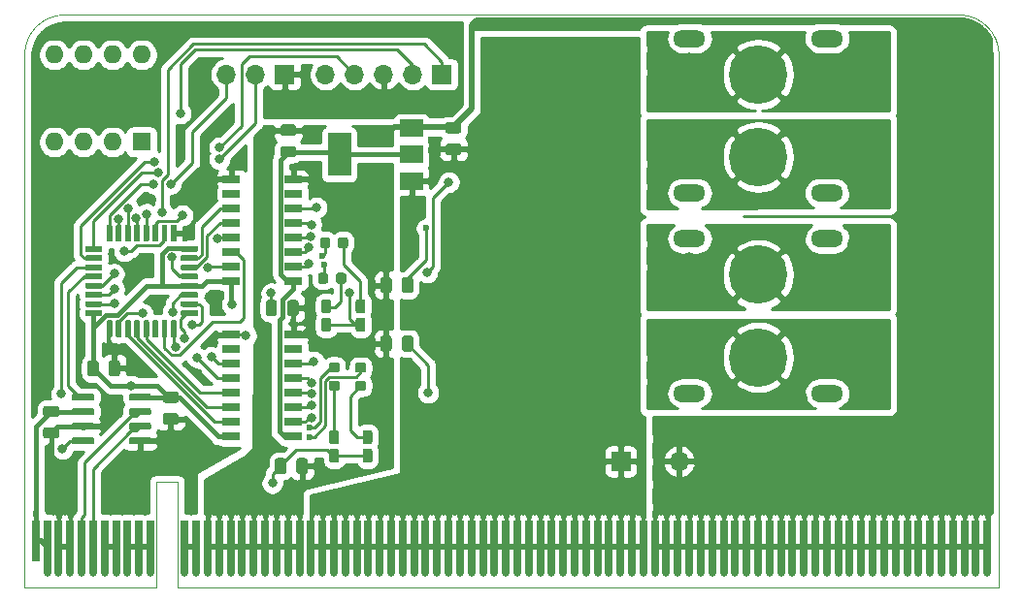
<source format=gbl>
G04 #@! TF.GenerationSoftware,KiCad,Pcbnew,(5.1.5)-3*
G04 #@! TF.CreationDate,2020-01-11T02:44:02+09:00*
G04 #@! TF.ProjectId,H-Bridge-MD,482d4272-6964-4676-952d-4d442e6b6963,rev?*
G04 #@! TF.SameCoordinates,Original*
G04 #@! TF.FileFunction,Copper,L2,Bot*
G04 #@! TF.FilePolarity,Positive*
%FSLAX46Y46*%
G04 Gerber Fmt 4.6, Leading zero omitted, Abs format (unit mm)*
G04 Created by KiCad (PCBNEW (5.1.5)-3) date 2020-01-11 02:44:02*
%MOMM*%
%LPD*%
G04 APERTURE LIST*
%ADD10C,0.050000*%
%ADD11O,1.600000X1.600000*%
%ADD12R,1.600000X1.600000*%
%ADD13O,1.700000X1.700000*%
%ADD14R,1.700000X1.700000*%
%ADD15C,0.100000*%
%ADD16R,2.000000X3.800000*%
%ADD17R,2.000000X1.500000*%
%ADD18O,0.650000X0.650000*%
%ADD19R,0.650000X4.600000*%
%ADD20R,0.650000X3.600000*%
%ADD21C,5.100000*%
%ADD22O,2.800000X1.500000*%
%ADD23R,1.500000X0.650000*%
%ADD24C,0.600000*%
%ADD25C,0.800000*%
%ADD26C,1.500000*%
%ADD27C,0.400000*%
%ADD28C,0.250000*%
%ADD29C,0.500000*%
%ADD30C,0.254000*%
%ADD31C,0.300000*%
%ADD32C,0.350000*%
%ADD33O,2.200000X1.000000*%
G04 APERTURE END LIST*
D10*
X50000000Y-90000000D02*
X61468000Y-90000000D01*
X63373000Y-90000000D02*
X135000000Y-90000000D01*
X63373000Y-80772000D02*
X61468000Y-80772000D01*
X50000000Y-43500000D02*
G75*
G02X53500000Y-40000000I3500000J0D01*
G01*
X131500000Y-40000000D02*
G75*
G02X135000000Y-43500000I0J-3500000D01*
G01*
X63373000Y-80772000D02*
X63373000Y-90000000D01*
X61468000Y-90000000D02*
X61468000Y-80772000D01*
X131500000Y-40000000D02*
X53500000Y-40000000D01*
X50000000Y-43500000D02*
X50000000Y-90000000D01*
X135000000Y-43500000D02*
X135000000Y-90000000D01*
D11*
X60200000Y-43480000D03*
X52580000Y-51100000D03*
X57660000Y-43480000D03*
X55120000Y-51100000D03*
X55120000Y-43480000D03*
X57660000Y-51100000D03*
X52580000Y-43480000D03*
D12*
X60200000Y-51100000D03*
D13*
X107080000Y-79000000D03*
D14*
X102000000Y-79000000D03*
G04 #@! TA.AperFunction,SMDPad,CuDef*
D15*
G36*
X76533329Y-66451023D02*
G01*
X76553957Y-66454083D01*
X76574185Y-66459150D01*
X76593820Y-66466176D01*
X76612672Y-66475092D01*
X76630559Y-66485813D01*
X76647309Y-66498235D01*
X76662760Y-66512240D01*
X76676765Y-66527691D01*
X76689187Y-66544441D01*
X76699908Y-66562328D01*
X76708824Y-66581180D01*
X76715850Y-66600815D01*
X76720917Y-66621043D01*
X76723977Y-66641671D01*
X76725000Y-66662500D01*
X76725000Y-67462500D01*
X76723977Y-67483329D01*
X76720917Y-67503957D01*
X76715850Y-67524185D01*
X76708824Y-67543820D01*
X76699908Y-67562672D01*
X76689187Y-67580559D01*
X76676765Y-67597309D01*
X76662760Y-67612760D01*
X76647309Y-67626765D01*
X76630559Y-67639187D01*
X76612672Y-67649908D01*
X76593820Y-67658824D01*
X76574185Y-67665850D01*
X76553957Y-67670917D01*
X76533329Y-67673977D01*
X76512500Y-67675000D01*
X76087500Y-67675000D01*
X76066671Y-67673977D01*
X76046043Y-67670917D01*
X76025815Y-67665850D01*
X76006180Y-67658824D01*
X75987328Y-67649908D01*
X75969441Y-67639187D01*
X75952691Y-67626765D01*
X75937240Y-67612760D01*
X75923235Y-67597309D01*
X75910813Y-67580559D01*
X75900092Y-67562672D01*
X75891176Y-67543820D01*
X75884150Y-67524185D01*
X75879083Y-67503957D01*
X75876023Y-67483329D01*
X75875000Y-67462500D01*
X75875000Y-66662500D01*
X75876023Y-66641671D01*
X75879083Y-66621043D01*
X75884150Y-66600815D01*
X75891176Y-66581180D01*
X75900092Y-66562328D01*
X75910813Y-66544441D01*
X75923235Y-66527691D01*
X75937240Y-66512240D01*
X75952691Y-66498235D01*
X75969441Y-66485813D01*
X75987328Y-66475092D01*
X76006180Y-66466176D01*
X76025815Y-66459150D01*
X76046043Y-66454083D01*
X76066671Y-66451023D01*
X76087500Y-66450000D01*
X76512500Y-66450000D01*
X76533329Y-66451023D01*
G37*
G04 #@! TD.AperFunction*
G04 #@! TA.AperFunction,SMDPad,CuDef*
G36*
X76533329Y-64826023D02*
G01*
X76553957Y-64829083D01*
X76574185Y-64834150D01*
X76593820Y-64841176D01*
X76612672Y-64850092D01*
X76630559Y-64860813D01*
X76647309Y-64873235D01*
X76662760Y-64887240D01*
X76676765Y-64902691D01*
X76689187Y-64919441D01*
X76699908Y-64937328D01*
X76708824Y-64956180D01*
X76715850Y-64975815D01*
X76720917Y-64996043D01*
X76723977Y-65016671D01*
X76725000Y-65037500D01*
X76725000Y-65837500D01*
X76723977Y-65858329D01*
X76720917Y-65878957D01*
X76715850Y-65899185D01*
X76708824Y-65918820D01*
X76699908Y-65937672D01*
X76689187Y-65955559D01*
X76676765Y-65972309D01*
X76662760Y-65987760D01*
X76647309Y-66001765D01*
X76630559Y-66014187D01*
X76612672Y-66024908D01*
X76593820Y-66033824D01*
X76574185Y-66040850D01*
X76553957Y-66045917D01*
X76533329Y-66048977D01*
X76512500Y-66050000D01*
X76087500Y-66050000D01*
X76066671Y-66048977D01*
X76046043Y-66045917D01*
X76025815Y-66040850D01*
X76006180Y-66033824D01*
X75987328Y-66024908D01*
X75969441Y-66014187D01*
X75952691Y-66001765D01*
X75937240Y-65987760D01*
X75923235Y-65972309D01*
X75910813Y-65955559D01*
X75900092Y-65937672D01*
X75891176Y-65918820D01*
X75884150Y-65899185D01*
X75879083Y-65878957D01*
X75876023Y-65858329D01*
X75875000Y-65837500D01*
X75875000Y-65037500D01*
X75876023Y-65016671D01*
X75879083Y-64996043D01*
X75884150Y-64975815D01*
X75891176Y-64956180D01*
X75900092Y-64937328D01*
X75910813Y-64919441D01*
X75923235Y-64902691D01*
X75937240Y-64887240D01*
X75952691Y-64873235D01*
X75969441Y-64860813D01*
X75987328Y-64850092D01*
X76006180Y-64841176D01*
X76025815Y-64834150D01*
X76046043Y-64829083D01*
X76066671Y-64826023D01*
X76087500Y-64825000D01*
X76512500Y-64825000D01*
X76533329Y-64826023D01*
G37*
G04 #@! TD.AperFunction*
G04 #@! TA.AperFunction,SMDPad,CuDef*
G36*
X79533329Y-66451023D02*
G01*
X79553957Y-66454083D01*
X79574185Y-66459150D01*
X79593820Y-66466176D01*
X79612672Y-66475092D01*
X79630559Y-66485813D01*
X79647309Y-66498235D01*
X79662760Y-66512240D01*
X79676765Y-66527691D01*
X79689187Y-66544441D01*
X79699908Y-66562328D01*
X79708824Y-66581180D01*
X79715850Y-66600815D01*
X79720917Y-66621043D01*
X79723977Y-66641671D01*
X79725000Y-66662500D01*
X79725000Y-67462500D01*
X79723977Y-67483329D01*
X79720917Y-67503957D01*
X79715850Y-67524185D01*
X79708824Y-67543820D01*
X79699908Y-67562672D01*
X79689187Y-67580559D01*
X79676765Y-67597309D01*
X79662760Y-67612760D01*
X79647309Y-67626765D01*
X79630559Y-67639187D01*
X79612672Y-67649908D01*
X79593820Y-67658824D01*
X79574185Y-67665850D01*
X79553957Y-67670917D01*
X79533329Y-67673977D01*
X79512500Y-67675000D01*
X79087500Y-67675000D01*
X79066671Y-67673977D01*
X79046043Y-67670917D01*
X79025815Y-67665850D01*
X79006180Y-67658824D01*
X78987328Y-67649908D01*
X78969441Y-67639187D01*
X78952691Y-67626765D01*
X78937240Y-67612760D01*
X78923235Y-67597309D01*
X78910813Y-67580559D01*
X78900092Y-67562672D01*
X78891176Y-67543820D01*
X78884150Y-67524185D01*
X78879083Y-67503957D01*
X78876023Y-67483329D01*
X78875000Y-67462500D01*
X78875000Y-66662500D01*
X78876023Y-66641671D01*
X78879083Y-66621043D01*
X78884150Y-66600815D01*
X78891176Y-66581180D01*
X78900092Y-66562328D01*
X78910813Y-66544441D01*
X78923235Y-66527691D01*
X78937240Y-66512240D01*
X78952691Y-66498235D01*
X78969441Y-66485813D01*
X78987328Y-66475092D01*
X79006180Y-66466176D01*
X79025815Y-66459150D01*
X79046043Y-66454083D01*
X79066671Y-66451023D01*
X79087500Y-66450000D01*
X79512500Y-66450000D01*
X79533329Y-66451023D01*
G37*
G04 #@! TD.AperFunction*
G04 #@! TA.AperFunction,SMDPad,CuDef*
G36*
X79533329Y-64826023D02*
G01*
X79553957Y-64829083D01*
X79574185Y-64834150D01*
X79593820Y-64841176D01*
X79612672Y-64850092D01*
X79630559Y-64860813D01*
X79647309Y-64873235D01*
X79662760Y-64887240D01*
X79676765Y-64902691D01*
X79689187Y-64919441D01*
X79699908Y-64937328D01*
X79708824Y-64956180D01*
X79715850Y-64975815D01*
X79720917Y-64996043D01*
X79723977Y-65016671D01*
X79725000Y-65037500D01*
X79725000Y-65837500D01*
X79723977Y-65858329D01*
X79720917Y-65878957D01*
X79715850Y-65899185D01*
X79708824Y-65918820D01*
X79699908Y-65937672D01*
X79689187Y-65955559D01*
X79676765Y-65972309D01*
X79662760Y-65987760D01*
X79647309Y-66001765D01*
X79630559Y-66014187D01*
X79612672Y-66024908D01*
X79593820Y-66033824D01*
X79574185Y-66040850D01*
X79553957Y-66045917D01*
X79533329Y-66048977D01*
X79512500Y-66050000D01*
X79087500Y-66050000D01*
X79066671Y-66048977D01*
X79046043Y-66045917D01*
X79025815Y-66040850D01*
X79006180Y-66033824D01*
X78987328Y-66024908D01*
X78969441Y-66014187D01*
X78952691Y-66001765D01*
X78937240Y-65987760D01*
X78923235Y-65972309D01*
X78910813Y-65955559D01*
X78900092Y-65937672D01*
X78891176Y-65918820D01*
X78884150Y-65899185D01*
X78879083Y-65878957D01*
X78876023Y-65858329D01*
X78875000Y-65837500D01*
X78875000Y-65037500D01*
X78876023Y-65016671D01*
X78879083Y-64996043D01*
X78884150Y-64975815D01*
X78891176Y-64956180D01*
X78900092Y-64937328D01*
X78910813Y-64919441D01*
X78923235Y-64902691D01*
X78937240Y-64887240D01*
X78952691Y-64873235D01*
X78969441Y-64860813D01*
X78987328Y-64850092D01*
X79006180Y-64841176D01*
X79025815Y-64834150D01*
X79046043Y-64829083D01*
X79066671Y-64826023D01*
X79087500Y-64825000D01*
X79512500Y-64825000D01*
X79533329Y-64826023D01*
G37*
G04 #@! TD.AperFunction*
G04 #@! TA.AperFunction,SMDPad,CuDef*
G36*
X80133329Y-77888523D02*
G01*
X80153957Y-77891583D01*
X80174185Y-77896650D01*
X80193820Y-77903676D01*
X80212672Y-77912592D01*
X80230559Y-77923313D01*
X80247309Y-77935735D01*
X80262760Y-77949740D01*
X80276765Y-77965191D01*
X80289187Y-77981941D01*
X80299908Y-77999828D01*
X80308824Y-78018680D01*
X80315850Y-78038315D01*
X80320917Y-78058543D01*
X80323977Y-78079171D01*
X80325000Y-78100000D01*
X80325000Y-78900000D01*
X80323977Y-78920829D01*
X80320917Y-78941457D01*
X80315850Y-78961685D01*
X80308824Y-78981320D01*
X80299908Y-79000172D01*
X80289187Y-79018059D01*
X80276765Y-79034809D01*
X80262760Y-79050260D01*
X80247309Y-79064265D01*
X80230559Y-79076687D01*
X80212672Y-79087408D01*
X80193820Y-79096324D01*
X80174185Y-79103350D01*
X80153957Y-79108417D01*
X80133329Y-79111477D01*
X80112500Y-79112500D01*
X79687500Y-79112500D01*
X79666671Y-79111477D01*
X79646043Y-79108417D01*
X79625815Y-79103350D01*
X79606180Y-79096324D01*
X79587328Y-79087408D01*
X79569441Y-79076687D01*
X79552691Y-79064265D01*
X79537240Y-79050260D01*
X79523235Y-79034809D01*
X79510813Y-79018059D01*
X79500092Y-79000172D01*
X79491176Y-78981320D01*
X79484150Y-78961685D01*
X79479083Y-78941457D01*
X79476023Y-78920829D01*
X79475000Y-78900000D01*
X79475000Y-78100000D01*
X79476023Y-78079171D01*
X79479083Y-78058543D01*
X79484150Y-78038315D01*
X79491176Y-78018680D01*
X79500092Y-77999828D01*
X79510813Y-77981941D01*
X79523235Y-77965191D01*
X79537240Y-77949740D01*
X79552691Y-77935735D01*
X79569441Y-77923313D01*
X79587328Y-77912592D01*
X79606180Y-77903676D01*
X79625815Y-77896650D01*
X79646043Y-77891583D01*
X79666671Y-77888523D01*
X79687500Y-77887500D01*
X80112500Y-77887500D01*
X80133329Y-77888523D01*
G37*
G04 #@! TD.AperFunction*
G04 #@! TA.AperFunction,SMDPad,CuDef*
G36*
X80133329Y-76263523D02*
G01*
X80153957Y-76266583D01*
X80174185Y-76271650D01*
X80193820Y-76278676D01*
X80212672Y-76287592D01*
X80230559Y-76298313D01*
X80247309Y-76310735D01*
X80262760Y-76324740D01*
X80276765Y-76340191D01*
X80289187Y-76356941D01*
X80299908Y-76374828D01*
X80308824Y-76393680D01*
X80315850Y-76413315D01*
X80320917Y-76433543D01*
X80323977Y-76454171D01*
X80325000Y-76475000D01*
X80325000Y-77275000D01*
X80323977Y-77295829D01*
X80320917Y-77316457D01*
X80315850Y-77336685D01*
X80308824Y-77356320D01*
X80299908Y-77375172D01*
X80289187Y-77393059D01*
X80276765Y-77409809D01*
X80262760Y-77425260D01*
X80247309Y-77439265D01*
X80230559Y-77451687D01*
X80212672Y-77462408D01*
X80193820Y-77471324D01*
X80174185Y-77478350D01*
X80153957Y-77483417D01*
X80133329Y-77486477D01*
X80112500Y-77487500D01*
X79687500Y-77487500D01*
X79666671Y-77486477D01*
X79646043Y-77483417D01*
X79625815Y-77478350D01*
X79606180Y-77471324D01*
X79587328Y-77462408D01*
X79569441Y-77451687D01*
X79552691Y-77439265D01*
X79537240Y-77425260D01*
X79523235Y-77409809D01*
X79510813Y-77393059D01*
X79500092Y-77375172D01*
X79491176Y-77356320D01*
X79484150Y-77336685D01*
X79479083Y-77316457D01*
X79476023Y-77295829D01*
X79475000Y-77275000D01*
X79475000Y-76475000D01*
X79476023Y-76454171D01*
X79479083Y-76433543D01*
X79484150Y-76413315D01*
X79491176Y-76393680D01*
X79500092Y-76374828D01*
X79510813Y-76356941D01*
X79523235Y-76340191D01*
X79537240Y-76324740D01*
X79552691Y-76310735D01*
X79569441Y-76298313D01*
X79587328Y-76287592D01*
X79606180Y-76278676D01*
X79625815Y-76271650D01*
X79646043Y-76266583D01*
X79666671Y-76263523D01*
X79687500Y-76262500D01*
X80112500Y-76262500D01*
X80133329Y-76263523D01*
G37*
G04 #@! TD.AperFunction*
G04 #@! TA.AperFunction,SMDPad,CuDef*
G36*
X77233329Y-77901023D02*
G01*
X77253957Y-77904083D01*
X77274185Y-77909150D01*
X77293820Y-77916176D01*
X77312672Y-77925092D01*
X77330559Y-77935813D01*
X77347309Y-77948235D01*
X77362760Y-77962240D01*
X77376765Y-77977691D01*
X77389187Y-77994441D01*
X77399908Y-78012328D01*
X77408824Y-78031180D01*
X77415850Y-78050815D01*
X77420917Y-78071043D01*
X77423977Y-78091671D01*
X77425000Y-78112500D01*
X77425000Y-78912500D01*
X77423977Y-78933329D01*
X77420917Y-78953957D01*
X77415850Y-78974185D01*
X77408824Y-78993820D01*
X77399908Y-79012672D01*
X77389187Y-79030559D01*
X77376765Y-79047309D01*
X77362760Y-79062760D01*
X77347309Y-79076765D01*
X77330559Y-79089187D01*
X77312672Y-79099908D01*
X77293820Y-79108824D01*
X77274185Y-79115850D01*
X77253957Y-79120917D01*
X77233329Y-79123977D01*
X77212500Y-79125000D01*
X76787500Y-79125000D01*
X76766671Y-79123977D01*
X76746043Y-79120917D01*
X76725815Y-79115850D01*
X76706180Y-79108824D01*
X76687328Y-79099908D01*
X76669441Y-79089187D01*
X76652691Y-79076765D01*
X76637240Y-79062760D01*
X76623235Y-79047309D01*
X76610813Y-79030559D01*
X76600092Y-79012672D01*
X76591176Y-78993820D01*
X76584150Y-78974185D01*
X76579083Y-78953957D01*
X76576023Y-78933329D01*
X76575000Y-78912500D01*
X76575000Y-78112500D01*
X76576023Y-78091671D01*
X76579083Y-78071043D01*
X76584150Y-78050815D01*
X76591176Y-78031180D01*
X76600092Y-78012328D01*
X76610813Y-77994441D01*
X76623235Y-77977691D01*
X76637240Y-77962240D01*
X76652691Y-77948235D01*
X76669441Y-77935813D01*
X76687328Y-77925092D01*
X76706180Y-77916176D01*
X76725815Y-77909150D01*
X76746043Y-77904083D01*
X76766671Y-77901023D01*
X76787500Y-77900000D01*
X77212500Y-77900000D01*
X77233329Y-77901023D01*
G37*
G04 #@! TD.AperFunction*
G04 #@! TA.AperFunction,SMDPad,CuDef*
G36*
X77233329Y-76276023D02*
G01*
X77253957Y-76279083D01*
X77274185Y-76284150D01*
X77293820Y-76291176D01*
X77312672Y-76300092D01*
X77330559Y-76310813D01*
X77347309Y-76323235D01*
X77362760Y-76337240D01*
X77376765Y-76352691D01*
X77389187Y-76369441D01*
X77399908Y-76387328D01*
X77408824Y-76406180D01*
X77415850Y-76425815D01*
X77420917Y-76446043D01*
X77423977Y-76466671D01*
X77425000Y-76487500D01*
X77425000Y-77287500D01*
X77423977Y-77308329D01*
X77420917Y-77328957D01*
X77415850Y-77349185D01*
X77408824Y-77368820D01*
X77399908Y-77387672D01*
X77389187Y-77405559D01*
X77376765Y-77422309D01*
X77362760Y-77437760D01*
X77347309Y-77451765D01*
X77330559Y-77464187D01*
X77312672Y-77474908D01*
X77293820Y-77483824D01*
X77274185Y-77490850D01*
X77253957Y-77495917D01*
X77233329Y-77498977D01*
X77212500Y-77500000D01*
X76787500Y-77500000D01*
X76766671Y-77498977D01*
X76746043Y-77495917D01*
X76725815Y-77490850D01*
X76706180Y-77483824D01*
X76687328Y-77474908D01*
X76669441Y-77464187D01*
X76652691Y-77451765D01*
X76637240Y-77437760D01*
X76623235Y-77422309D01*
X76610813Y-77405559D01*
X76600092Y-77387672D01*
X76591176Y-77368820D01*
X76584150Y-77349185D01*
X76579083Y-77328957D01*
X76576023Y-77308329D01*
X76575000Y-77287500D01*
X76575000Y-76487500D01*
X76576023Y-76466671D01*
X76579083Y-76446043D01*
X76584150Y-76425815D01*
X76591176Y-76406180D01*
X76600092Y-76387328D01*
X76610813Y-76369441D01*
X76623235Y-76352691D01*
X76637240Y-76337240D01*
X76652691Y-76323235D01*
X76669441Y-76310813D01*
X76687328Y-76300092D01*
X76706180Y-76291176D01*
X76725815Y-76284150D01*
X76746043Y-76279083D01*
X76766671Y-76276023D01*
X76787500Y-76275000D01*
X77212500Y-76275000D01*
X77233329Y-76276023D01*
G37*
G04 #@! TD.AperFunction*
D16*
X77450000Y-52200000D03*
D17*
X83750000Y-52200000D03*
X83750000Y-54500000D03*
X83750000Y-49900000D03*
G04 #@! TA.AperFunction,SMDPad,CuDef*
D15*
G36*
X73480142Y-51451174D02*
G01*
X73503803Y-51454684D01*
X73527007Y-51460496D01*
X73549529Y-51468554D01*
X73571153Y-51478782D01*
X73591670Y-51491079D01*
X73610883Y-51505329D01*
X73628607Y-51521393D01*
X73644671Y-51539117D01*
X73658921Y-51558330D01*
X73671218Y-51578847D01*
X73681446Y-51600471D01*
X73689504Y-51622993D01*
X73695316Y-51646197D01*
X73698826Y-51669858D01*
X73700000Y-51693750D01*
X73700000Y-52181250D01*
X73698826Y-52205142D01*
X73695316Y-52228803D01*
X73689504Y-52252007D01*
X73681446Y-52274529D01*
X73671218Y-52296153D01*
X73658921Y-52316670D01*
X73644671Y-52335883D01*
X73628607Y-52353607D01*
X73610883Y-52369671D01*
X73591670Y-52383921D01*
X73571153Y-52396218D01*
X73549529Y-52406446D01*
X73527007Y-52414504D01*
X73503803Y-52420316D01*
X73480142Y-52423826D01*
X73456250Y-52425000D01*
X72543750Y-52425000D01*
X72519858Y-52423826D01*
X72496197Y-52420316D01*
X72472993Y-52414504D01*
X72450471Y-52406446D01*
X72428847Y-52396218D01*
X72408330Y-52383921D01*
X72389117Y-52369671D01*
X72371393Y-52353607D01*
X72355329Y-52335883D01*
X72341079Y-52316670D01*
X72328782Y-52296153D01*
X72318554Y-52274529D01*
X72310496Y-52252007D01*
X72304684Y-52228803D01*
X72301174Y-52205142D01*
X72300000Y-52181250D01*
X72300000Y-51693750D01*
X72301174Y-51669858D01*
X72304684Y-51646197D01*
X72310496Y-51622993D01*
X72318554Y-51600471D01*
X72328782Y-51578847D01*
X72341079Y-51558330D01*
X72355329Y-51539117D01*
X72371393Y-51521393D01*
X72389117Y-51505329D01*
X72408330Y-51491079D01*
X72428847Y-51478782D01*
X72450471Y-51468554D01*
X72472993Y-51460496D01*
X72496197Y-51454684D01*
X72519858Y-51451174D01*
X72543750Y-51450000D01*
X73456250Y-51450000D01*
X73480142Y-51451174D01*
G37*
G04 #@! TD.AperFunction*
G04 #@! TA.AperFunction,SMDPad,CuDef*
G36*
X73480142Y-49576174D02*
G01*
X73503803Y-49579684D01*
X73527007Y-49585496D01*
X73549529Y-49593554D01*
X73571153Y-49603782D01*
X73591670Y-49616079D01*
X73610883Y-49630329D01*
X73628607Y-49646393D01*
X73644671Y-49664117D01*
X73658921Y-49683330D01*
X73671218Y-49703847D01*
X73681446Y-49725471D01*
X73689504Y-49747993D01*
X73695316Y-49771197D01*
X73698826Y-49794858D01*
X73700000Y-49818750D01*
X73700000Y-50306250D01*
X73698826Y-50330142D01*
X73695316Y-50353803D01*
X73689504Y-50377007D01*
X73681446Y-50399529D01*
X73671218Y-50421153D01*
X73658921Y-50441670D01*
X73644671Y-50460883D01*
X73628607Y-50478607D01*
X73610883Y-50494671D01*
X73591670Y-50508921D01*
X73571153Y-50521218D01*
X73549529Y-50531446D01*
X73527007Y-50539504D01*
X73503803Y-50545316D01*
X73480142Y-50548826D01*
X73456250Y-50550000D01*
X72543750Y-50550000D01*
X72519858Y-50548826D01*
X72496197Y-50545316D01*
X72472993Y-50539504D01*
X72450471Y-50531446D01*
X72428847Y-50521218D01*
X72408330Y-50508921D01*
X72389117Y-50494671D01*
X72371393Y-50478607D01*
X72355329Y-50460883D01*
X72341079Y-50441670D01*
X72328782Y-50421153D01*
X72318554Y-50399529D01*
X72310496Y-50377007D01*
X72304684Y-50353803D01*
X72301174Y-50330142D01*
X72300000Y-50306250D01*
X72300000Y-49818750D01*
X72301174Y-49794858D01*
X72304684Y-49771197D01*
X72310496Y-49747993D01*
X72318554Y-49725471D01*
X72328782Y-49703847D01*
X72341079Y-49683330D01*
X72355329Y-49664117D01*
X72371393Y-49646393D01*
X72389117Y-49630329D01*
X72408330Y-49616079D01*
X72428847Y-49603782D01*
X72450471Y-49593554D01*
X72472993Y-49585496D01*
X72496197Y-49579684D01*
X72519858Y-49576174D01*
X72543750Y-49575000D01*
X73456250Y-49575000D01*
X73480142Y-49576174D01*
G37*
G04 #@! TD.AperFunction*
G04 #@! TA.AperFunction,SMDPad,CuDef*
G36*
X87880142Y-49376174D02*
G01*
X87903803Y-49379684D01*
X87927007Y-49385496D01*
X87949529Y-49393554D01*
X87971153Y-49403782D01*
X87991670Y-49416079D01*
X88010883Y-49430329D01*
X88028607Y-49446393D01*
X88044671Y-49464117D01*
X88058921Y-49483330D01*
X88071218Y-49503847D01*
X88081446Y-49525471D01*
X88089504Y-49547993D01*
X88095316Y-49571197D01*
X88098826Y-49594858D01*
X88100000Y-49618750D01*
X88100000Y-50106250D01*
X88098826Y-50130142D01*
X88095316Y-50153803D01*
X88089504Y-50177007D01*
X88081446Y-50199529D01*
X88071218Y-50221153D01*
X88058921Y-50241670D01*
X88044671Y-50260883D01*
X88028607Y-50278607D01*
X88010883Y-50294671D01*
X87991670Y-50308921D01*
X87971153Y-50321218D01*
X87949529Y-50331446D01*
X87927007Y-50339504D01*
X87903803Y-50345316D01*
X87880142Y-50348826D01*
X87856250Y-50350000D01*
X86943750Y-50350000D01*
X86919858Y-50348826D01*
X86896197Y-50345316D01*
X86872993Y-50339504D01*
X86850471Y-50331446D01*
X86828847Y-50321218D01*
X86808330Y-50308921D01*
X86789117Y-50294671D01*
X86771393Y-50278607D01*
X86755329Y-50260883D01*
X86741079Y-50241670D01*
X86728782Y-50221153D01*
X86718554Y-50199529D01*
X86710496Y-50177007D01*
X86704684Y-50153803D01*
X86701174Y-50130142D01*
X86700000Y-50106250D01*
X86700000Y-49618750D01*
X86701174Y-49594858D01*
X86704684Y-49571197D01*
X86710496Y-49547993D01*
X86718554Y-49525471D01*
X86728782Y-49503847D01*
X86741079Y-49483330D01*
X86755329Y-49464117D01*
X86771393Y-49446393D01*
X86789117Y-49430329D01*
X86808330Y-49416079D01*
X86828847Y-49403782D01*
X86850471Y-49393554D01*
X86872993Y-49385496D01*
X86896197Y-49379684D01*
X86919858Y-49376174D01*
X86943750Y-49375000D01*
X87856250Y-49375000D01*
X87880142Y-49376174D01*
G37*
G04 #@! TD.AperFunction*
G04 #@! TA.AperFunction,SMDPad,CuDef*
G36*
X87880142Y-51251174D02*
G01*
X87903803Y-51254684D01*
X87927007Y-51260496D01*
X87949529Y-51268554D01*
X87971153Y-51278782D01*
X87991670Y-51291079D01*
X88010883Y-51305329D01*
X88028607Y-51321393D01*
X88044671Y-51339117D01*
X88058921Y-51358330D01*
X88071218Y-51378847D01*
X88081446Y-51400471D01*
X88089504Y-51422993D01*
X88095316Y-51446197D01*
X88098826Y-51469858D01*
X88100000Y-51493750D01*
X88100000Y-51981250D01*
X88098826Y-52005142D01*
X88095316Y-52028803D01*
X88089504Y-52052007D01*
X88081446Y-52074529D01*
X88071218Y-52096153D01*
X88058921Y-52116670D01*
X88044671Y-52135883D01*
X88028607Y-52153607D01*
X88010883Y-52169671D01*
X87991670Y-52183921D01*
X87971153Y-52196218D01*
X87949529Y-52206446D01*
X87927007Y-52214504D01*
X87903803Y-52220316D01*
X87880142Y-52223826D01*
X87856250Y-52225000D01*
X86943750Y-52225000D01*
X86919858Y-52223826D01*
X86896197Y-52220316D01*
X86872993Y-52214504D01*
X86850471Y-52206446D01*
X86828847Y-52196218D01*
X86808330Y-52183921D01*
X86789117Y-52169671D01*
X86771393Y-52153607D01*
X86755329Y-52135883D01*
X86741079Y-52116670D01*
X86728782Y-52096153D01*
X86718554Y-52074529D01*
X86710496Y-52052007D01*
X86704684Y-52028803D01*
X86701174Y-52005142D01*
X86700000Y-51981250D01*
X86700000Y-51493750D01*
X86701174Y-51469858D01*
X86704684Y-51446197D01*
X86710496Y-51422993D01*
X86718554Y-51400471D01*
X86728782Y-51378847D01*
X86741079Y-51358330D01*
X86755329Y-51339117D01*
X86771393Y-51321393D01*
X86789117Y-51305329D01*
X86808330Y-51291079D01*
X86828847Y-51278782D01*
X86850471Y-51268554D01*
X86872993Y-51260496D01*
X86896197Y-51254684D01*
X86919858Y-51251174D01*
X86943750Y-51250000D01*
X87856250Y-51250000D01*
X87880142Y-51251174D01*
G37*
G04 #@! TD.AperFunction*
D13*
X76250800Y-45200000D03*
X78790800Y-45200000D03*
X81330800Y-45200000D03*
X83870800Y-45200000D03*
D14*
X86410800Y-45200000D03*
D13*
X67589400Y-45200000D03*
X70129400Y-45200000D03*
D14*
X72669400Y-45200000D03*
D18*
X127970000Y-88750000D03*
X123970000Y-88750000D03*
X124970000Y-88750000D03*
X129970000Y-88750000D03*
X121970000Y-88750000D03*
D19*
X120970000Y-86450000D03*
X130970000Y-86450000D03*
X125970000Y-86450000D03*
X126970000Y-86450000D03*
D18*
X125970000Y-88750000D03*
X126970000Y-88750000D03*
D19*
X129970000Y-86450000D03*
D18*
X128970000Y-88750000D03*
D19*
X128970000Y-86450000D03*
X133970000Y-86450000D03*
X131970000Y-86450000D03*
D18*
X130970000Y-88750000D03*
D19*
X122970000Y-86450000D03*
D18*
X122970000Y-88750000D03*
X120970000Y-88750000D03*
D19*
X127970000Y-86450000D03*
D18*
X133970000Y-88750000D03*
X132970000Y-88750000D03*
D19*
X132970000Y-86450000D03*
D18*
X131970000Y-88750000D03*
D19*
X124970000Y-86450000D03*
X100970000Y-86450000D03*
X103970000Y-86450000D03*
X101970000Y-86450000D03*
X102970000Y-86450000D03*
X104970000Y-86450000D03*
X110970000Y-86450000D03*
D18*
X107970000Y-88750000D03*
X100970000Y-88750000D03*
D19*
X111970000Y-86450000D03*
D18*
X104970000Y-88750000D03*
X108970000Y-88750000D03*
X101970000Y-88750000D03*
X102970000Y-88750000D03*
X111970000Y-88750000D03*
X105970000Y-88750000D03*
X110970000Y-88750000D03*
X103970000Y-88750000D03*
D19*
X105970000Y-86450000D03*
X106970000Y-86450000D03*
D18*
X115970000Y-88750000D03*
D19*
X107970000Y-86450000D03*
X108970000Y-86450000D03*
D18*
X114970000Y-88750000D03*
X109970000Y-88750000D03*
X106970000Y-88750000D03*
D19*
X109970000Y-86450000D03*
X112970000Y-86450000D03*
D18*
X112970000Y-88750000D03*
X113970000Y-88750000D03*
D19*
X117970000Y-86450000D03*
D18*
X116970000Y-88750000D03*
X117970000Y-88750000D03*
X119970000Y-88750000D03*
D19*
X119970000Y-86450000D03*
X115970000Y-86450000D03*
D18*
X118970000Y-88750000D03*
D19*
X118970000Y-86450000D03*
X116970000Y-86450000D03*
X121970000Y-86450000D03*
X123970000Y-86450000D03*
X114970000Y-86450000D03*
X113970000Y-86450000D03*
D20*
X50970000Y-85950000D03*
D19*
X51970000Y-86450000D03*
X52970000Y-86450000D03*
X53970000Y-86450000D03*
X54970000Y-86450000D03*
X55970000Y-86450000D03*
X56970000Y-86450000D03*
X57970000Y-86450000D03*
X58970000Y-86450000D03*
X59970000Y-86450000D03*
X60970000Y-86450000D03*
X65970000Y-86450000D03*
X66970000Y-86450000D03*
X67970000Y-86450000D03*
X68970000Y-86450000D03*
X69970000Y-86450000D03*
X63970000Y-86450000D03*
X64970000Y-86450000D03*
D18*
X53970000Y-88750000D03*
X54970000Y-88750000D03*
X55970000Y-88750000D03*
X56970000Y-88750000D03*
X57970000Y-88750000D03*
X58970000Y-88750000D03*
X59970000Y-88750000D03*
X65970000Y-88750000D03*
X66970000Y-88750000D03*
X52970000Y-88750000D03*
X64970000Y-88750000D03*
X67970000Y-88750000D03*
X60970000Y-88750000D03*
X63970000Y-88750000D03*
X68970000Y-88750000D03*
X69970000Y-88750000D03*
X51970000Y-88750000D03*
D19*
X72970000Y-86450000D03*
X71970000Y-86450000D03*
X73970000Y-86450000D03*
X74970000Y-86450000D03*
X70970000Y-86450000D03*
D18*
X71970000Y-88750000D03*
X73970000Y-88750000D03*
X69970000Y-88750000D03*
X74970000Y-88750000D03*
X75970000Y-88750000D03*
X72970000Y-88750000D03*
X70970000Y-88750000D03*
X79970000Y-88750000D03*
X78970000Y-88750000D03*
D19*
X75970000Y-86450000D03*
X78970000Y-86450000D03*
X76970000Y-86450000D03*
X77970000Y-86450000D03*
D18*
X77970000Y-88750000D03*
X76970000Y-88750000D03*
D19*
X81970000Y-86450000D03*
X83970000Y-86450000D03*
X79970000Y-86450000D03*
X82970000Y-86450000D03*
D18*
X82970000Y-88750000D03*
X80970000Y-88750000D03*
X83970000Y-88750000D03*
X81970000Y-88750000D03*
D19*
X80970000Y-86450000D03*
X85970000Y-86450000D03*
X87970000Y-86450000D03*
X86970000Y-86450000D03*
D18*
X86970000Y-88750000D03*
X84970000Y-88750000D03*
X87970000Y-88750000D03*
X85970000Y-88750000D03*
D19*
X84970000Y-86450000D03*
X89970000Y-86450000D03*
X90970000Y-86450000D03*
D18*
X90970000Y-88750000D03*
X88970000Y-88750000D03*
X91970000Y-88750000D03*
X89970000Y-88750000D03*
D19*
X88970000Y-86450000D03*
X93970000Y-86450000D03*
X95970000Y-86450000D03*
X91970000Y-86450000D03*
X94970000Y-86450000D03*
D18*
X94970000Y-88750000D03*
X92970000Y-88750000D03*
X95970000Y-88750000D03*
X93970000Y-88750000D03*
D19*
X92970000Y-86450000D03*
X97970000Y-86450000D03*
X99970000Y-86450000D03*
X98970000Y-86450000D03*
D18*
X98970000Y-88750000D03*
X96970000Y-88750000D03*
X99970000Y-88750000D03*
X97970000Y-88750000D03*
D19*
X96970000Y-86450000D03*
D21*
X114000000Y-45200000D03*
X114000000Y-52400000D03*
D22*
X108000000Y-42050000D03*
X108000000Y-55550000D03*
X120000000Y-42050000D03*
X120000000Y-55550000D03*
D21*
X114000000Y-62700000D03*
X114000000Y-69900000D03*
D22*
X108000000Y-59550000D03*
X108000000Y-73050000D03*
X120000000Y-59550000D03*
X120000000Y-73050000D03*
G04 #@! TA.AperFunction,SMDPad,CuDef*
D15*
G36*
X77840191Y-62526053D02*
G01*
X77861426Y-62529203D01*
X77882250Y-62534419D01*
X77902462Y-62541651D01*
X77921868Y-62550830D01*
X77940281Y-62561866D01*
X77957524Y-62574654D01*
X77973430Y-62589070D01*
X77987846Y-62604976D01*
X78000634Y-62622219D01*
X78011670Y-62640632D01*
X78020849Y-62660038D01*
X78028081Y-62680250D01*
X78033297Y-62701074D01*
X78036447Y-62722309D01*
X78037500Y-62743750D01*
X78037500Y-63256250D01*
X78036447Y-63277691D01*
X78033297Y-63298926D01*
X78028081Y-63319750D01*
X78020849Y-63339962D01*
X78011670Y-63359368D01*
X78000634Y-63377781D01*
X77987846Y-63395024D01*
X77973430Y-63410930D01*
X77957524Y-63425346D01*
X77940281Y-63438134D01*
X77921868Y-63449170D01*
X77902462Y-63458349D01*
X77882250Y-63465581D01*
X77861426Y-63470797D01*
X77840191Y-63473947D01*
X77818750Y-63475000D01*
X77381250Y-63475000D01*
X77359809Y-63473947D01*
X77338574Y-63470797D01*
X77317750Y-63465581D01*
X77297538Y-63458349D01*
X77278132Y-63449170D01*
X77259719Y-63438134D01*
X77242476Y-63425346D01*
X77226570Y-63410930D01*
X77212154Y-63395024D01*
X77199366Y-63377781D01*
X77188330Y-63359368D01*
X77179151Y-63339962D01*
X77171919Y-63319750D01*
X77166703Y-63298926D01*
X77163553Y-63277691D01*
X77162500Y-63256250D01*
X77162500Y-62743750D01*
X77163553Y-62722309D01*
X77166703Y-62701074D01*
X77171919Y-62680250D01*
X77179151Y-62660038D01*
X77188330Y-62640632D01*
X77199366Y-62622219D01*
X77212154Y-62604976D01*
X77226570Y-62589070D01*
X77242476Y-62574654D01*
X77259719Y-62561866D01*
X77278132Y-62550830D01*
X77297538Y-62541651D01*
X77317750Y-62534419D01*
X77338574Y-62529203D01*
X77359809Y-62526053D01*
X77381250Y-62525000D01*
X77818750Y-62525000D01*
X77840191Y-62526053D01*
G37*
G04 #@! TD.AperFunction*
G04 #@! TA.AperFunction,SMDPad,CuDef*
G36*
X76265191Y-62526053D02*
G01*
X76286426Y-62529203D01*
X76307250Y-62534419D01*
X76327462Y-62541651D01*
X76346868Y-62550830D01*
X76365281Y-62561866D01*
X76382524Y-62574654D01*
X76398430Y-62589070D01*
X76412846Y-62604976D01*
X76425634Y-62622219D01*
X76436670Y-62640632D01*
X76445849Y-62660038D01*
X76453081Y-62680250D01*
X76458297Y-62701074D01*
X76461447Y-62722309D01*
X76462500Y-62743750D01*
X76462500Y-63256250D01*
X76461447Y-63277691D01*
X76458297Y-63298926D01*
X76453081Y-63319750D01*
X76445849Y-63339962D01*
X76436670Y-63359368D01*
X76425634Y-63377781D01*
X76412846Y-63395024D01*
X76398430Y-63410930D01*
X76382524Y-63425346D01*
X76365281Y-63438134D01*
X76346868Y-63449170D01*
X76327462Y-63458349D01*
X76307250Y-63465581D01*
X76286426Y-63470797D01*
X76265191Y-63473947D01*
X76243750Y-63475000D01*
X75806250Y-63475000D01*
X75784809Y-63473947D01*
X75763574Y-63470797D01*
X75742750Y-63465581D01*
X75722538Y-63458349D01*
X75703132Y-63449170D01*
X75684719Y-63438134D01*
X75667476Y-63425346D01*
X75651570Y-63410930D01*
X75637154Y-63395024D01*
X75624366Y-63377781D01*
X75613330Y-63359368D01*
X75604151Y-63339962D01*
X75596919Y-63319750D01*
X75591703Y-63298926D01*
X75588553Y-63277691D01*
X75587500Y-63256250D01*
X75587500Y-62743750D01*
X75588553Y-62722309D01*
X75591703Y-62701074D01*
X75596919Y-62680250D01*
X75604151Y-62660038D01*
X75613330Y-62640632D01*
X75624366Y-62622219D01*
X75637154Y-62604976D01*
X75651570Y-62589070D01*
X75667476Y-62574654D01*
X75684719Y-62561866D01*
X75703132Y-62550830D01*
X75722538Y-62541651D01*
X75742750Y-62534419D01*
X75763574Y-62529203D01*
X75784809Y-62526053D01*
X75806250Y-62525000D01*
X76243750Y-62525000D01*
X76265191Y-62526053D01*
G37*
G04 #@! TD.AperFunction*
G04 #@! TA.AperFunction,SMDPad,CuDef*
G36*
X78015191Y-59426053D02*
G01*
X78036426Y-59429203D01*
X78057250Y-59434419D01*
X78077462Y-59441651D01*
X78096868Y-59450830D01*
X78115281Y-59461866D01*
X78132524Y-59474654D01*
X78148430Y-59489070D01*
X78162846Y-59504976D01*
X78175634Y-59522219D01*
X78186670Y-59540632D01*
X78195849Y-59560038D01*
X78203081Y-59580250D01*
X78208297Y-59601074D01*
X78211447Y-59622309D01*
X78212500Y-59643750D01*
X78212500Y-60156250D01*
X78211447Y-60177691D01*
X78208297Y-60198926D01*
X78203081Y-60219750D01*
X78195849Y-60239962D01*
X78186670Y-60259368D01*
X78175634Y-60277781D01*
X78162846Y-60295024D01*
X78148430Y-60310930D01*
X78132524Y-60325346D01*
X78115281Y-60338134D01*
X78096868Y-60349170D01*
X78077462Y-60358349D01*
X78057250Y-60365581D01*
X78036426Y-60370797D01*
X78015191Y-60373947D01*
X77993750Y-60375000D01*
X77556250Y-60375000D01*
X77534809Y-60373947D01*
X77513574Y-60370797D01*
X77492750Y-60365581D01*
X77472538Y-60358349D01*
X77453132Y-60349170D01*
X77434719Y-60338134D01*
X77417476Y-60325346D01*
X77401570Y-60310930D01*
X77387154Y-60295024D01*
X77374366Y-60277781D01*
X77363330Y-60259368D01*
X77354151Y-60239962D01*
X77346919Y-60219750D01*
X77341703Y-60198926D01*
X77338553Y-60177691D01*
X77337500Y-60156250D01*
X77337500Y-59643750D01*
X77338553Y-59622309D01*
X77341703Y-59601074D01*
X77346919Y-59580250D01*
X77354151Y-59560038D01*
X77363330Y-59540632D01*
X77374366Y-59522219D01*
X77387154Y-59504976D01*
X77401570Y-59489070D01*
X77417476Y-59474654D01*
X77434719Y-59461866D01*
X77453132Y-59450830D01*
X77472538Y-59441651D01*
X77492750Y-59434419D01*
X77513574Y-59429203D01*
X77534809Y-59426053D01*
X77556250Y-59425000D01*
X77993750Y-59425000D01*
X78015191Y-59426053D01*
G37*
G04 #@! TD.AperFunction*
G04 #@! TA.AperFunction,SMDPad,CuDef*
G36*
X76440191Y-59426053D02*
G01*
X76461426Y-59429203D01*
X76482250Y-59434419D01*
X76502462Y-59441651D01*
X76521868Y-59450830D01*
X76540281Y-59461866D01*
X76557524Y-59474654D01*
X76573430Y-59489070D01*
X76587846Y-59504976D01*
X76600634Y-59522219D01*
X76611670Y-59540632D01*
X76620849Y-59560038D01*
X76628081Y-59580250D01*
X76633297Y-59601074D01*
X76636447Y-59622309D01*
X76637500Y-59643750D01*
X76637500Y-60156250D01*
X76636447Y-60177691D01*
X76633297Y-60198926D01*
X76628081Y-60219750D01*
X76620849Y-60239962D01*
X76611670Y-60259368D01*
X76600634Y-60277781D01*
X76587846Y-60295024D01*
X76573430Y-60310930D01*
X76557524Y-60325346D01*
X76540281Y-60338134D01*
X76521868Y-60349170D01*
X76502462Y-60358349D01*
X76482250Y-60365581D01*
X76461426Y-60370797D01*
X76440191Y-60373947D01*
X76418750Y-60375000D01*
X75981250Y-60375000D01*
X75959809Y-60373947D01*
X75938574Y-60370797D01*
X75917750Y-60365581D01*
X75897538Y-60358349D01*
X75878132Y-60349170D01*
X75859719Y-60338134D01*
X75842476Y-60325346D01*
X75826570Y-60310930D01*
X75812154Y-60295024D01*
X75799366Y-60277781D01*
X75788330Y-60259368D01*
X75779151Y-60239962D01*
X75771919Y-60219750D01*
X75766703Y-60198926D01*
X75763553Y-60177691D01*
X75762500Y-60156250D01*
X75762500Y-59643750D01*
X75763553Y-59622309D01*
X75766703Y-59601074D01*
X75771919Y-59580250D01*
X75779151Y-59560038D01*
X75788330Y-59540632D01*
X75799366Y-59522219D01*
X75812154Y-59504976D01*
X75826570Y-59489070D01*
X75842476Y-59474654D01*
X75859719Y-59461866D01*
X75878132Y-59450830D01*
X75897538Y-59441651D01*
X75917750Y-59434419D01*
X75938574Y-59429203D01*
X75959809Y-59426053D01*
X75981250Y-59425000D01*
X76418750Y-59425000D01*
X76440191Y-59426053D01*
G37*
G04 #@! TD.AperFunction*
G04 #@! TA.AperFunction,SMDPad,CuDef*
G36*
X79577691Y-70376053D02*
G01*
X79598926Y-70379203D01*
X79619750Y-70384419D01*
X79639962Y-70391651D01*
X79659368Y-70400830D01*
X79677781Y-70411866D01*
X79695024Y-70424654D01*
X79710930Y-70439070D01*
X79725346Y-70454976D01*
X79738134Y-70472219D01*
X79749170Y-70490632D01*
X79758349Y-70510038D01*
X79765581Y-70530250D01*
X79770797Y-70551074D01*
X79773947Y-70572309D01*
X79775000Y-70593750D01*
X79775000Y-71031250D01*
X79773947Y-71052691D01*
X79770797Y-71073926D01*
X79765581Y-71094750D01*
X79758349Y-71114962D01*
X79749170Y-71134368D01*
X79738134Y-71152781D01*
X79725346Y-71170024D01*
X79710930Y-71185930D01*
X79695024Y-71200346D01*
X79677781Y-71213134D01*
X79659368Y-71224170D01*
X79639962Y-71233349D01*
X79619750Y-71240581D01*
X79598926Y-71245797D01*
X79577691Y-71248947D01*
X79556250Y-71250000D01*
X79043750Y-71250000D01*
X79022309Y-71248947D01*
X79001074Y-71245797D01*
X78980250Y-71240581D01*
X78960038Y-71233349D01*
X78940632Y-71224170D01*
X78922219Y-71213134D01*
X78904976Y-71200346D01*
X78889070Y-71185930D01*
X78874654Y-71170024D01*
X78861866Y-71152781D01*
X78850830Y-71134368D01*
X78841651Y-71114962D01*
X78834419Y-71094750D01*
X78829203Y-71073926D01*
X78826053Y-71052691D01*
X78825000Y-71031250D01*
X78825000Y-70593750D01*
X78826053Y-70572309D01*
X78829203Y-70551074D01*
X78834419Y-70530250D01*
X78841651Y-70510038D01*
X78850830Y-70490632D01*
X78861866Y-70472219D01*
X78874654Y-70454976D01*
X78889070Y-70439070D01*
X78904976Y-70424654D01*
X78922219Y-70411866D01*
X78940632Y-70400830D01*
X78960038Y-70391651D01*
X78980250Y-70384419D01*
X79001074Y-70379203D01*
X79022309Y-70376053D01*
X79043750Y-70375000D01*
X79556250Y-70375000D01*
X79577691Y-70376053D01*
G37*
G04 #@! TD.AperFunction*
G04 #@! TA.AperFunction,SMDPad,CuDef*
G36*
X79577691Y-71951053D02*
G01*
X79598926Y-71954203D01*
X79619750Y-71959419D01*
X79639962Y-71966651D01*
X79659368Y-71975830D01*
X79677781Y-71986866D01*
X79695024Y-71999654D01*
X79710930Y-72014070D01*
X79725346Y-72029976D01*
X79738134Y-72047219D01*
X79749170Y-72065632D01*
X79758349Y-72085038D01*
X79765581Y-72105250D01*
X79770797Y-72126074D01*
X79773947Y-72147309D01*
X79775000Y-72168750D01*
X79775000Y-72606250D01*
X79773947Y-72627691D01*
X79770797Y-72648926D01*
X79765581Y-72669750D01*
X79758349Y-72689962D01*
X79749170Y-72709368D01*
X79738134Y-72727781D01*
X79725346Y-72745024D01*
X79710930Y-72760930D01*
X79695024Y-72775346D01*
X79677781Y-72788134D01*
X79659368Y-72799170D01*
X79639962Y-72808349D01*
X79619750Y-72815581D01*
X79598926Y-72820797D01*
X79577691Y-72823947D01*
X79556250Y-72825000D01*
X79043750Y-72825000D01*
X79022309Y-72823947D01*
X79001074Y-72820797D01*
X78980250Y-72815581D01*
X78960038Y-72808349D01*
X78940632Y-72799170D01*
X78922219Y-72788134D01*
X78904976Y-72775346D01*
X78889070Y-72760930D01*
X78874654Y-72745024D01*
X78861866Y-72727781D01*
X78850830Y-72709368D01*
X78841651Y-72689962D01*
X78834419Y-72669750D01*
X78829203Y-72648926D01*
X78826053Y-72627691D01*
X78825000Y-72606250D01*
X78825000Y-72168750D01*
X78826053Y-72147309D01*
X78829203Y-72126074D01*
X78834419Y-72105250D01*
X78841651Y-72085038D01*
X78850830Y-72065632D01*
X78861866Y-72047219D01*
X78874654Y-72029976D01*
X78889070Y-72014070D01*
X78904976Y-71999654D01*
X78922219Y-71986866D01*
X78940632Y-71975830D01*
X78960038Y-71966651D01*
X78980250Y-71959419D01*
X79001074Y-71954203D01*
X79022309Y-71951053D01*
X79043750Y-71950000D01*
X79556250Y-71950000D01*
X79577691Y-71951053D01*
G37*
G04 #@! TD.AperFunction*
G04 #@! TA.AperFunction,SMDPad,CuDef*
G36*
X77277691Y-70363553D02*
G01*
X77298926Y-70366703D01*
X77319750Y-70371919D01*
X77339962Y-70379151D01*
X77359368Y-70388330D01*
X77377781Y-70399366D01*
X77395024Y-70412154D01*
X77410930Y-70426570D01*
X77425346Y-70442476D01*
X77438134Y-70459719D01*
X77449170Y-70478132D01*
X77458349Y-70497538D01*
X77465581Y-70517750D01*
X77470797Y-70538574D01*
X77473947Y-70559809D01*
X77475000Y-70581250D01*
X77475000Y-71018750D01*
X77473947Y-71040191D01*
X77470797Y-71061426D01*
X77465581Y-71082250D01*
X77458349Y-71102462D01*
X77449170Y-71121868D01*
X77438134Y-71140281D01*
X77425346Y-71157524D01*
X77410930Y-71173430D01*
X77395024Y-71187846D01*
X77377781Y-71200634D01*
X77359368Y-71211670D01*
X77339962Y-71220849D01*
X77319750Y-71228081D01*
X77298926Y-71233297D01*
X77277691Y-71236447D01*
X77256250Y-71237500D01*
X76743750Y-71237500D01*
X76722309Y-71236447D01*
X76701074Y-71233297D01*
X76680250Y-71228081D01*
X76660038Y-71220849D01*
X76640632Y-71211670D01*
X76622219Y-71200634D01*
X76604976Y-71187846D01*
X76589070Y-71173430D01*
X76574654Y-71157524D01*
X76561866Y-71140281D01*
X76550830Y-71121868D01*
X76541651Y-71102462D01*
X76534419Y-71082250D01*
X76529203Y-71061426D01*
X76526053Y-71040191D01*
X76525000Y-71018750D01*
X76525000Y-70581250D01*
X76526053Y-70559809D01*
X76529203Y-70538574D01*
X76534419Y-70517750D01*
X76541651Y-70497538D01*
X76550830Y-70478132D01*
X76561866Y-70459719D01*
X76574654Y-70442476D01*
X76589070Y-70426570D01*
X76604976Y-70412154D01*
X76622219Y-70399366D01*
X76640632Y-70388330D01*
X76660038Y-70379151D01*
X76680250Y-70371919D01*
X76701074Y-70366703D01*
X76722309Y-70363553D01*
X76743750Y-70362500D01*
X77256250Y-70362500D01*
X77277691Y-70363553D01*
G37*
G04 #@! TD.AperFunction*
G04 #@! TA.AperFunction,SMDPad,CuDef*
G36*
X77277691Y-71938553D02*
G01*
X77298926Y-71941703D01*
X77319750Y-71946919D01*
X77339962Y-71954151D01*
X77359368Y-71963330D01*
X77377781Y-71974366D01*
X77395024Y-71987154D01*
X77410930Y-72001570D01*
X77425346Y-72017476D01*
X77438134Y-72034719D01*
X77449170Y-72053132D01*
X77458349Y-72072538D01*
X77465581Y-72092750D01*
X77470797Y-72113574D01*
X77473947Y-72134809D01*
X77475000Y-72156250D01*
X77475000Y-72593750D01*
X77473947Y-72615191D01*
X77470797Y-72636426D01*
X77465581Y-72657250D01*
X77458349Y-72677462D01*
X77449170Y-72696868D01*
X77438134Y-72715281D01*
X77425346Y-72732524D01*
X77410930Y-72748430D01*
X77395024Y-72762846D01*
X77377781Y-72775634D01*
X77359368Y-72786670D01*
X77339962Y-72795849D01*
X77319750Y-72803081D01*
X77298926Y-72808297D01*
X77277691Y-72811447D01*
X77256250Y-72812500D01*
X76743750Y-72812500D01*
X76722309Y-72811447D01*
X76701074Y-72808297D01*
X76680250Y-72803081D01*
X76660038Y-72795849D01*
X76640632Y-72786670D01*
X76622219Y-72775634D01*
X76604976Y-72762846D01*
X76589070Y-72748430D01*
X76574654Y-72732524D01*
X76561866Y-72715281D01*
X76550830Y-72696868D01*
X76541651Y-72677462D01*
X76534419Y-72657250D01*
X76529203Y-72636426D01*
X76526053Y-72615191D01*
X76525000Y-72593750D01*
X76525000Y-72156250D01*
X76526053Y-72134809D01*
X76529203Y-72113574D01*
X76534419Y-72092750D01*
X76541651Y-72072538D01*
X76550830Y-72053132D01*
X76561866Y-72034719D01*
X76574654Y-72017476D01*
X76589070Y-72001570D01*
X76604976Y-71987154D01*
X76622219Y-71974366D01*
X76640632Y-71963330D01*
X76660038Y-71954151D01*
X76680250Y-71946919D01*
X76701074Y-71941703D01*
X76722309Y-71938553D01*
X76743750Y-71937500D01*
X77256250Y-71937500D01*
X77277691Y-71938553D01*
G37*
G04 #@! TD.AperFunction*
G04 #@! TA.AperFunction,SMDPad,CuDef*
G36*
X52780142Y-74138674D02*
G01*
X52803803Y-74142184D01*
X52827007Y-74147996D01*
X52849529Y-74156054D01*
X52871153Y-74166282D01*
X52891670Y-74178579D01*
X52910883Y-74192829D01*
X52928607Y-74208893D01*
X52944671Y-74226617D01*
X52958921Y-74245830D01*
X52971218Y-74266347D01*
X52981446Y-74287971D01*
X52989504Y-74310493D01*
X52995316Y-74333697D01*
X52998826Y-74357358D01*
X53000000Y-74381250D01*
X53000000Y-74868750D01*
X52998826Y-74892642D01*
X52995316Y-74916303D01*
X52989504Y-74939507D01*
X52981446Y-74962029D01*
X52971218Y-74983653D01*
X52958921Y-75004170D01*
X52944671Y-75023383D01*
X52928607Y-75041107D01*
X52910883Y-75057171D01*
X52891670Y-75071421D01*
X52871153Y-75083718D01*
X52849529Y-75093946D01*
X52827007Y-75102004D01*
X52803803Y-75107816D01*
X52780142Y-75111326D01*
X52756250Y-75112500D01*
X51843750Y-75112500D01*
X51819858Y-75111326D01*
X51796197Y-75107816D01*
X51772993Y-75102004D01*
X51750471Y-75093946D01*
X51728847Y-75083718D01*
X51708330Y-75071421D01*
X51689117Y-75057171D01*
X51671393Y-75041107D01*
X51655329Y-75023383D01*
X51641079Y-75004170D01*
X51628782Y-74983653D01*
X51618554Y-74962029D01*
X51610496Y-74939507D01*
X51604684Y-74916303D01*
X51601174Y-74892642D01*
X51600000Y-74868750D01*
X51600000Y-74381250D01*
X51601174Y-74357358D01*
X51604684Y-74333697D01*
X51610496Y-74310493D01*
X51618554Y-74287971D01*
X51628782Y-74266347D01*
X51641079Y-74245830D01*
X51655329Y-74226617D01*
X51671393Y-74208893D01*
X51689117Y-74192829D01*
X51708330Y-74178579D01*
X51728847Y-74166282D01*
X51750471Y-74156054D01*
X51772993Y-74147996D01*
X51796197Y-74142184D01*
X51819858Y-74138674D01*
X51843750Y-74137500D01*
X52756250Y-74137500D01*
X52780142Y-74138674D01*
G37*
G04 #@! TD.AperFunction*
G04 #@! TA.AperFunction,SMDPad,CuDef*
G36*
X52780142Y-76013674D02*
G01*
X52803803Y-76017184D01*
X52827007Y-76022996D01*
X52849529Y-76031054D01*
X52871153Y-76041282D01*
X52891670Y-76053579D01*
X52910883Y-76067829D01*
X52928607Y-76083893D01*
X52944671Y-76101617D01*
X52958921Y-76120830D01*
X52971218Y-76141347D01*
X52981446Y-76162971D01*
X52989504Y-76185493D01*
X52995316Y-76208697D01*
X52998826Y-76232358D01*
X53000000Y-76256250D01*
X53000000Y-76743750D01*
X52998826Y-76767642D01*
X52995316Y-76791303D01*
X52989504Y-76814507D01*
X52981446Y-76837029D01*
X52971218Y-76858653D01*
X52958921Y-76879170D01*
X52944671Y-76898383D01*
X52928607Y-76916107D01*
X52910883Y-76932171D01*
X52891670Y-76946421D01*
X52871153Y-76958718D01*
X52849529Y-76968946D01*
X52827007Y-76977004D01*
X52803803Y-76982816D01*
X52780142Y-76986326D01*
X52756250Y-76987500D01*
X51843750Y-76987500D01*
X51819858Y-76986326D01*
X51796197Y-76982816D01*
X51772993Y-76977004D01*
X51750471Y-76968946D01*
X51728847Y-76958718D01*
X51708330Y-76946421D01*
X51689117Y-76932171D01*
X51671393Y-76916107D01*
X51655329Y-76898383D01*
X51641079Y-76879170D01*
X51628782Y-76858653D01*
X51618554Y-76837029D01*
X51610496Y-76814507D01*
X51604684Y-76791303D01*
X51601174Y-76767642D01*
X51600000Y-76743750D01*
X51600000Y-76256250D01*
X51601174Y-76232358D01*
X51604684Y-76208697D01*
X51610496Y-76185493D01*
X51618554Y-76162971D01*
X51628782Y-76141347D01*
X51641079Y-76120830D01*
X51655329Y-76101617D01*
X51671393Y-76083893D01*
X51689117Y-76067829D01*
X51708330Y-76053579D01*
X51728847Y-76041282D01*
X51750471Y-76031054D01*
X51772993Y-76022996D01*
X51796197Y-76017184D01*
X51819858Y-76013674D01*
X51843750Y-76012500D01*
X52756250Y-76012500D01*
X52780142Y-76013674D01*
G37*
G04 #@! TD.AperFunction*
G04 #@! TA.AperFunction,SMDPad,CuDef*
G36*
X60889703Y-76905722D02*
G01*
X60904264Y-76907882D01*
X60918543Y-76911459D01*
X60932403Y-76916418D01*
X60945710Y-76922712D01*
X60958336Y-76930280D01*
X60970159Y-76939048D01*
X60981066Y-76948934D01*
X60990952Y-76959841D01*
X60999720Y-76971664D01*
X61007288Y-76984290D01*
X61013582Y-76997597D01*
X61018541Y-77011457D01*
X61022118Y-77025736D01*
X61024278Y-77040297D01*
X61025000Y-77055000D01*
X61025000Y-77355000D01*
X61024278Y-77369703D01*
X61022118Y-77384264D01*
X61018541Y-77398543D01*
X61013582Y-77412403D01*
X61007288Y-77425710D01*
X60999720Y-77438336D01*
X60990952Y-77450159D01*
X60981066Y-77461066D01*
X60970159Y-77470952D01*
X60958336Y-77479720D01*
X60945710Y-77487288D01*
X60932403Y-77493582D01*
X60918543Y-77498541D01*
X60904264Y-77502118D01*
X60889703Y-77504278D01*
X60875000Y-77505000D01*
X59225000Y-77505000D01*
X59210297Y-77504278D01*
X59195736Y-77502118D01*
X59181457Y-77498541D01*
X59167597Y-77493582D01*
X59154290Y-77487288D01*
X59141664Y-77479720D01*
X59129841Y-77470952D01*
X59118934Y-77461066D01*
X59109048Y-77450159D01*
X59100280Y-77438336D01*
X59092712Y-77425710D01*
X59086418Y-77412403D01*
X59081459Y-77398543D01*
X59077882Y-77384264D01*
X59075722Y-77369703D01*
X59075000Y-77355000D01*
X59075000Y-77055000D01*
X59075722Y-77040297D01*
X59077882Y-77025736D01*
X59081459Y-77011457D01*
X59086418Y-76997597D01*
X59092712Y-76984290D01*
X59100280Y-76971664D01*
X59109048Y-76959841D01*
X59118934Y-76948934D01*
X59129841Y-76939048D01*
X59141664Y-76930280D01*
X59154290Y-76922712D01*
X59167597Y-76916418D01*
X59181457Y-76911459D01*
X59195736Y-76907882D01*
X59210297Y-76905722D01*
X59225000Y-76905000D01*
X60875000Y-76905000D01*
X60889703Y-76905722D01*
G37*
G04 #@! TD.AperFunction*
G04 #@! TA.AperFunction,SMDPad,CuDef*
G36*
X60889703Y-75635722D02*
G01*
X60904264Y-75637882D01*
X60918543Y-75641459D01*
X60932403Y-75646418D01*
X60945710Y-75652712D01*
X60958336Y-75660280D01*
X60970159Y-75669048D01*
X60981066Y-75678934D01*
X60990952Y-75689841D01*
X60999720Y-75701664D01*
X61007288Y-75714290D01*
X61013582Y-75727597D01*
X61018541Y-75741457D01*
X61022118Y-75755736D01*
X61024278Y-75770297D01*
X61025000Y-75785000D01*
X61025000Y-76085000D01*
X61024278Y-76099703D01*
X61022118Y-76114264D01*
X61018541Y-76128543D01*
X61013582Y-76142403D01*
X61007288Y-76155710D01*
X60999720Y-76168336D01*
X60990952Y-76180159D01*
X60981066Y-76191066D01*
X60970159Y-76200952D01*
X60958336Y-76209720D01*
X60945710Y-76217288D01*
X60932403Y-76223582D01*
X60918543Y-76228541D01*
X60904264Y-76232118D01*
X60889703Y-76234278D01*
X60875000Y-76235000D01*
X59225000Y-76235000D01*
X59210297Y-76234278D01*
X59195736Y-76232118D01*
X59181457Y-76228541D01*
X59167597Y-76223582D01*
X59154290Y-76217288D01*
X59141664Y-76209720D01*
X59129841Y-76200952D01*
X59118934Y-76191066D01*
X59109048Y-76180159D01*
X59100280Y-76168336D01*
X59092712Y-76155710D01*
X59086418Y-76142403D01*
X59081459Y-76128543D01*
X59077882Y-76114264D01*
X59075722Y-76099703D01*
X59075000Y-76085000D01*
X59075000Y-75785000D01*
X59075722Y-75770297D01*
X59077882Y-75755736D01*
X59081459Y-75741457D01*
X59086418Y-75727597D01*
X59092712Y-75714290D01*
X59100280Y-75701664D01*
X59109048Y-75689841D01*
X59118934Y-75678934D01*
X59129841Y-75669048D01*
X59141664Y-75660280D01*
X59154290Y-75652712D01*
X59167597Y-75646418D01*
X59181457Y-75641459D01*
X59195736Y-75637882D01*
X59210297Y-75635722D01*
X59225000Y-75635000D01*
X60875000Y-75635000D01*
X60889703Y-75635722D01*
G37*
G04 #@! TD.AperFunction*
G04 #@! TA.AperFunction,SMDPad,CuDef*
G36*
X60889703Y-74365722D02*
G01*
X60904264Y-74367882D01*
X60918543Y-74371459D01*
X60932403Y-74376418D01*
X60945710Y-74382712D01*
X60958336Y-74390280D01*
X60970159Y-74399048D01*
X60981066Y-74408934D01*
X60990952Y-74419841D01*
X60999720Y-74431664D01*
X61007288Y-74444290D01*
X61013582Y-74457597D01*
X61018541Y-74471457D01*
X61022118Y-74485736D01*
X61024278Y-74500297D01*
X61025000Y-74515000D01*
X61025000Y-74815000D01*
X61024278Y-74829703D01*
X61022118Y-74844264D01*
X61018541Y-74858543D01*
X61013582Y-74872403D01*
X61007288Y-74885710D01*
X60999720Y-74898336D01*
X60990952Y-74910159D01*
X60981066Y-74921066D01*
X60970159Y-74930952D01*
X60958336Y-74939720D01*
X60945710Y-74947288D01*
X60932403Y-74953582D01*
X60918543Y-74958541D01*
X60904264Y-74962118D01*
X60889703Y-74964278D01*
X60875000Y-74965000D01*
X59225000Y-74965000D01*
X59210297Y-74964278D01*
X59195736Y-74962118D01*
X59181457Y-74958541D01*
X59167597Y-74953582D01*
X59154290Y-74947288D01*
X59141664Y-74939720D01*
X59129841Y-74930952D01*
X59118934Y-74921066D01*
X59109048Y-74910159D01*
X59100280Y-74898336D01*
X59092712Y-74885710D01*
X59086418Y-74872403D01*
X59081459Y-74858543D01*
X59077882Y-74844264D01*
X59075722Y-74829703D01*
X59075000Y-74815000D01*
X59075000Y-74515000D01*
X59075722Y-74500297D01*
X59077882Y-74485736D01*
X59081459Y-74471457D01*
X59086418Y-74457597D01*
X59092712Y-74444290D01*
X59100280Y-74431664D01*
X59109048Y-74419841D01*
X59118934Y-74408934D01*
X59129841Y-74399048D01*
X59141664Y-74390280D01*
X59154290Y-74382712D01*
X59167597Y-74376418D01*
X59181457Y-74371459D01*
X59195736Y-74367882D01*
X59210297Y-74365722D01*
X59225000Y-74365000D01*
X60875000Y-74365000D01*
X60889703Y-74365722D01*
G37*
G04 #@! TD.AperFunction*
G04 #@! TA.AperFunction,SMDPad,CuDef*
G36*
X60889703Y-73095722D02*
G01*
X60904264Y-73097882D01*
X60918543Y-73101459D01*
X60932403Y-73106418D01*
X60945710Y-73112712D01*
X60958336Y-73120280D01*
X60970159Y-73129048D01*
X60981066Y-73138934D01*
X60990952Y-73149841D01*
X60999720Y-73161664D01*
X61007288Y-73174290D01*
X61013582Y-73187597D01*
X61018541Y-73201457D01*
X61022118Y-73215736D01*
X61024278Y-73230297D01*
X61025000Y-73245000D01*
X61025000Y-73545000D01*
X61024278Y-73559703D01*
X61022118Y-73574264D01*
X61018541Y-73588543D01*
X61013582Y-73602403D01*
X61007288Y-73615710D01*
X60999720Y-73628336D01*
X60990952Y-73640159D01*
X60981066Y-73651066D01*
X60970159Y-73660952D01*
X60958336Y-73669720D01*
X60945710Y-73677288D01*
X60932403Y-73683582D01*
X60918543Y-73688541D01*
X60904264Y-73692118D01*
X60889703Y-73694278D01*
X60875000Y-73695000D01*
X59225000Y-73695000D01*
X59210297Y-73694278D01*
X59195736Y-73692118D01*
X59181457Y-73688541D01*
X59167597Y-73683582D01*
X59154290Y-73677288D01*
X59141664Y-73669720D01*
X59129841Y-73660952D01*
X59118934Y-73651066D01*
X59109048Y-73640159D01*
X59100280Y-73628336D01*
X59092712Y-73615710D01*
X59086418Y-73602403D01*
X59081459Y-73588543D01*
X59077882Y-73574264D01*
X59075722Y-73559703D01*
X59075000Y-73545000D01*
X59075000Y-73245000D01*
X59075722Y-73230297D01*
X59077882Y-73215736D01*
X59081459Y-73201457D01*
X59086418Y-73187597D01*
X59092712Y-73174290D01*
X59100280Y-73161664D01*
X59109048Y-73149841D01*
X59118934Y-73138934D01*
X59129841Y-73129048D01*
X59141664Y-73120280D01*
X59154290Y-73112712D01*
X59167597Y-73106418D01*
X59181457Y-73101459D01*
X59195736Y-73097882D01*
X59210297Y-73095722D01*
X59225000Y-73095000D01*
X60875000Y-73095000D01*
X60889703Y-73095722D01*
G37*
G04 #@! TD.AperFunction*
G04 #@! TA.AperFunction,SMDPad,CuDef*
G36*
X55939703Y-73095722D02*
G01*
X55954264Y-73097882D01*
X55968543Y-73101459D01*
X55982403Y-73106418D01*
X55995710Y-73112712D01*
X56008336Y-73120280D01*
X56020159Y-73129048D01*
X56031066Y-73138934D01*
X56040952Y-73149841D01*
X56049720Y-73161664D01*
X56057288Y-73174290D01*
X56063582Y-73187597D01*
X56068541Y-73201457D01*
X56072118Y-73215736D01*
X56074278Y-73230297D01*
X56075000Y-73245000D01*
X56075000Y-73545000D01*
X56074278Y-73559703D01*
X56072118Y-73574264D01*
X56068541Y-73588543D01*
X56063582Y-73602403D01*
X56057288Y-73615710D01*
X56049720Y-73628336D01*
X56040952Y-73640159D01*
X56031066Y-73651066D01*
X56020159Y-73660952D01*
X56008336Y-73669720D01*
X55995710Y-73677288D01*
X55982403Y-73683582D01*
X55968543Y-73688541D01*
X55954264Y-73692118D01*
X55939703Y-73694278D01*
X55925000Y-73695000D01*
X54275000Y-73695000D01*
X54260297Y-73694278D01*
X54245736Y-73692118D01*
X54231457Y-73688541D01*
X54217597Y-73683582D01*
X54204290Y-73677288D01*
X54191664Y-73669720D01*
X54179841Y-73660952D01*
X54168934Y-73651066D01*
X54159048Y-73640159D01*
X54150280Y-73628336D01*
X54142712Y-73615710D01*
X54136418Y-73602403D01*
X54131459Y-73588543D01*
X54127882Y-73574264D01*
X54125722Y-73559703D01*
X54125000Y-73545000D01*
X54125000Y-73245000D01*
X54125722Y-73230297D01*
X54127882Y-73215736D01*
X54131459Y-73201457D01*
X54136418Y-73187597D01*
X54142712Y-73174290D01*
X54150280Y-73161664D01*
X54159048Y-73149841D01*
X54168934Y-73138934D01*
X54179841Y-73129048D01*
X54191664Y-73120280D01*
X54204290Y-73112712D01*
X54217597Y-73106418D01*
X54231457Y-73101459D01*
X54245736Y-73097882D01*
X54260297Y-73095722D01*
X54275000Y-73095000D01*
X55925000Y-73095000D01*
X55939703Y-73095722D01*
G37*
G04 #@! TD.AperFunction*
G04 #@! TA.AperFunction,SMDPad,CuDef*
G36*
X55939703Y-74365722D02*
G01*
X55954264Y-74367882D01*
X55968543Y-74371459D01*
X55982403Y-74376418D01*
X55995710Y-74382712D01*
X56008336Y-74390280D01*
X56020159Y-74399048D01*
X56031066Y-74408934D01*
X56040952Y-74419841D01*
X56049720Y-74431664D01*
X56057288Y-74444290D01*
X56063582Y-74457597D01*
X56068541Y-74471457D01*
X56072118Y-74485736D01*
X56074278Y-74500297D01*
X56075000Y-74515000D01*
X56075000Y-74815000D01*
X56074278Y-74829703D01*
X56072118Y-74844264D01*
X56068541Y-74858543D01*
X56063582Y-74872403D01*
X56057288Y-74885710D01*
X56049720Y-74898336D01*
X56040952Y-74910159D01*
X56031066Y-74921066D01*
X56020159Y-74930952D01*
X56008336Y-74939720D01*
X55995710Y-74947288D01*
X55982403Y-74953582D01*
X55968543Y-74958541D01*
X55954264Y-74962118D01*
X55939703Y-74964278D01*
X55925000Y-74965000D01*
X54275000Y-74965000D01*
X54260297Y-74964278D01*
X54245736Y-74962118D01*
X54231457Y-74958541D01*
X54217597Y-74953582D01*
X54204290Y-74947288D01*
X54191664Y-74939720D01*
X54179841Y-74930952D01*
X54168934Y-74921066D01*
X54159048Y-74910159D01*
X54150280Y-74898336D01*
X54142712Y-74885710D01*
X54136418Y-74872403D01*
X54131459Y-74858543D01*
X54127882Y-74844264D01*
X54125722Y-74829703D01*
X54125000Y-74815000D01*
X54125000Y-74515000D01*
X54125722Y-74500297D01*
X54127882Y-74485736D01*
X54131459Y-74471457D01*
X54136418Y-74457597D01*
X54142712Y-74444290D01*
X54150280Y-74431664D01*
X54159048Y-74419841D01*
X54168934Y-74408934D01*
X54179841Y-74399048D01*
X54191664Y-74390280D01*
X54204290Y-74382712D01*
X54217597Y-74376418D01*
X54231457Y-74371459D01*
X54245736Y-74367882D01*
X54260297Y-74365722D01*
X54275000Y-74365000D01*
X55925000Y-74365000D01*
X55939703Y-74365722D01*
G37*
G04 #@! TD.AperFunction*
G04 #@! TA.AperFunction,SMDPad,CuDef*
G36*
X55939703Y-75635722D02*
G01*
X55954264Y-75637882D01*
X55968543Y-75641459D01*
X55982403Y-75646418D01*
X55995710Y-75652712D01*
X56008336Y-75660280D01*
X56020159Y-75669048D01*
X56031066Y-75678934D01*
X56040952Y-75689841D01*
X56049720Y-75701664D01*
X56057288Y-75714290D01*
X56063582Y-75727597D01*
X56068541Y-75741457D01*
X56072118Y-75755736D01*
X56074278Y-75770297D01*
X56075000Y-75785000D01*
X56075000Y-76085000D01*
X56074278Y-76099703D01*
X56072118Y-76114264D01*
X56068541Y-76128543D01*
X56063582Y-76142403D01*
X56057288Y-76155710D01*
X56049720Y-76168336D01*
X56040952Y-76180159D01*
X56031066Y-76191066D01*
X56020159Y-76200952D01*
X56008336Y-76209720D01*
X55995710Y-76217288D01*
X55982403Y-76223582D01*
X55968543Y-76228541D01*
X55954264Y-76232118D01*
X55939703Y-76234278D01*
X55925000Y-76235000D01*
X54275000Y-76235000D01*
X54260297Y-76234278D01*
X54245736Y-76232118D01*
X54231457Y-76228541D01*
X54217597Y-76223582D01*
X54204290Y-76217288D01*
X54191664Y-76209720D01*
X54179841Y-76200952D01*
X54168934Y-76191066D01*
X54159048Y-76180159D01*
X54150280Y-76168336D01*
X54142712Y-76155710D01*
X54136418Y-76142403D01*
X54131459Y-76128543D01*
X54127882Y-76114264D01*
X54125722Y-76099703D01*
X54125000Y-76085000D01*
X54125000Y-75785000D01*
X54125722Y-75770297D01*
X54127882Y-75755736D01*
X54131459Y-75741457D01*
X54136418Y-75727597D01*
X54142712Y-75714290D01*
X54150280Y-75701664D01*
X54159048Y-75689841D01*
X54168934Y-75678934D01*
X54179841Y-75669048D01*
X54191664Y-75660280D01*
X54204290Y-75652712D01*
X54217597Y-75646418D01*
X54231457Y-75641459D01*
X54245736Y-75637882D01*
X54260297Y-75635722D01*
X54275000Y-75635000D01*
X55925000Y-75635000D01*
X55939703Y-75635722D01*
G37*
G04 #@! TD.AperFunction*
G04 #@! TA.AperFunction,SMDPad,CuDef*
G36*
X55939703Y-76905722D02*
G01*
X55954264Y-76907882D01*
X55968543Y-76911459D01*
X55982403Y-76916418D01*
X55995710Y-76922712D01*
X56008336Y-76930280D01*
X56020159Y-76939048D01*
X56031066Y-76948934D01*
X56040952Y-76959841D01*
X56049720Y-76971664D01*
X56057288Y-76984290D01*
X56063582Y-76997597D01*
X56068541Y-77011457D01*
X56072118Y-77025736D01*
X56074278Y-77040297D01*
X56075000Y-77055000D01*
X56075000Y-77355000D01*
X56074278Y-77369703D01*
X56072118Y-77384264D01*
X56068541Y-77398543D01*
X56063582Y-77412403D01*
X56057288Y-77425710D01*
X56049720Y-77438336D01*
X56040952Y-77450159D01*
X56031066Y-77461066D01*
X56020159Y-77470952D01*
X56008336Y-77479720D01*
X55995710Y-77487288D01*
X55982403Y-77493582D01*
X55968543Y-77498541D01*
X55954264Y-77502118D01*
X55939703Y-77504278D01*
X55925000Y-77505000D01*
X54275000Y-77505000D01*
X54260297Y-77504278D01*
X54245736Y-77502118D01*
X54231457Y-77498541D01*
X54217597Y-77493582D01*
X54204290Y-77487288D01*
X54191664Y-77479720D01*
X54179841Y-77470952D01*
X54168934Y-77461066D01*
X54159048Y-77450159D01*
X54150280Y-77438336D01*
X54142712Y-77425710D01*
X54136418Y-77412403D01*
X54131459Y-77398543D01*
X54127882Y-77384264D01*
X54125722Y-77369703D01*
X54125000Y-77355000D01*
X54125000Y-77055000D01*
X54125722Y-77040297D01*
X54127882Y-77025736D01*
X54131459Y-77011457D01*
X54136418Y-76997597D01*
X54142712Y-76984290D01*
X54150280Y-76971664D01*
X54159048Y-76959841D01*
X54168934Y-76948934D01*
X54179841Y-76939048D01*
X54191664Y-76930280D01*
X54204290Y-76922712D01*
X54217597Y-76916418D01*
X54231457Y-76911459D01*
X54245736Y-76907882D01*
X54260297Y-76905722D01*
X54275000Y-76905000D01*
X55925000Y-76905000D01*
X55939703Y-76905722D01*
G37*
G04 #@! TD.AperFunction*
G04 #@! TA.AperFunction,SMDPad,CuDef*
G36*
X63135252Y-58321602D02*
G01*
X63147386Y-58323402D01*
X63159286Y-58326382D01*
X63170835Y-58330515D01*
X63181925Y-58335760D01*
X63192446Y-58342066D01*
X63202299Y-58349374D01*
X63211388Y-58357612D01*
X63219626Y-58366701D01*
X63226934Y-58376554D01*
X63233240Y-58387075D01*
X63238485Y-58398165D01*
X63242618Y-58409714D01*
X63245598Y-58421614D01*
X63247398Y-58433748D01*
X63248000Y-58446000D01*
X63248000Y-59696000D01*
X63247398Y-59708252D01*
X63245598Y-59720386D01*
X63242618Y-59732286D01*
X63238485Y-59743835D01*
X63233240Y-59754925D01*
X63226934Y-59765446D01*
X63219626Y-59775299D01*
X63211388Y-59784388D01*
X63202299Y-59792626D01*
X63192446Y-59799934D01*
X63181925Y-59806240D01*
X63170835Y-59811485D01*
X63159286Y-59815618D01*
X63147386Y-59818598D01*
X63135252Y-59820398D01*
X63123000Y-59821000D01*
X62873000Y-59821000D01*
X62860748Y-59820398D01*
X62848614Y-59818598D01*
X62836714Y-59815618D01*
X62825165Y-59811485D01*
X62814075Y-59806240D01*
X62803554Y-59799934D01*
X62793701Y-59792626D01*
X62784612Y-59784388D01*
X62776374Y-59775299D01*
X62769066Y-59765446D01*
X62762760Y-59754925D01*
X62757515Y-59743835D01*
X62753382Y-59732286D01*
X62750402Y-59720386D01*
X62748602Y-59708252D01*
X62748000Y-59696000D01*
X62748000Y-58446000D01*
X62748602Y-58433748D01*
X62750402Y-58421614D01*
X62753382Y-58409714D01*
X62757515Y-58398165D01*
X62762760Y-58387075D01*
X62769066Y-58376554D01*
X62776374Y-58366701D01*
X62784612Y-58357612D01*
X62793701Y-58349374D01*
X62803554Y-58342066D01*
X62814075Y-58335760D01*
X62825165Y-58330515D01*
X62836714Y-58326382D01*
X62848614Y-58323402D01*
X62860748Y-58321602D01*
X62873000Y-58321000D01*
X63123000Y-58321000D01*
X63135252Y-58321602D01*
G37*
G04 #@! TD.AperFunction*
G04 #@! TA.AperFunction,SMDPad,CuDef*
G36*
X62335252Y-58321602D02*
G01*
X62347386Y-58323402D01*
X62359286Y-58326382D01*
X62370835Y-58330515D01*
X62381925Y-58335760D01*
X62392446Y-58342066D01*
X62402299Y-58349374D01*
X62411388Y-58357612D01*
X62419626Y-58366701D01*
X62426934Y-58376554D01*
X62433240Y-58387075D01*
X62438485Y-58398165D01*
X62442618Y-58409714D01*
X62445598Y-58421614D01*
X62447398Y-58433748D01*
X62448000Y-58446000D01*
X62448000Y-59696000D01*
X62447398Y-59708252D01*
X62445598Y-59720386D01*
X62442618Y-59732286D01*
X62438485Y-59743835D01*
X62433240Y-59754925D01*
X62426934Y-59765446D01*
X62419626Y-59775299D01*
X62411388Y-59784388D01*
X62402299Y-59792626D01*
X62392446Y-59799934D01*
X62381925Y-59806240D01*
X62370835Y-59811485D01*
X62359286Y-59815618D01*
X62347386Y-59818598D01*
X62335252Y-59820398D01*
X62323000Y-59821000D01*
X62073000Y-59821000D01*
X62060748Y-59820398D01*
X62048614Y-59818598D01*
X62036714Y-59815618D01*
X62025165Y-59811485D01*
X62014075Y-59806240D01*
X62003554Y-59799934D01*
X61993701Y-59792626D01*
X61984612Y-59784388D01*
X61976374Y-59775299D01*
X61969066Y-59765446D01*
X61962760Y-59754925D01*
X61957515Y-59743835D01*
X61953382Y-59732286D01*
X61950402Y-59720386D01*
X61948602Y-59708252D01*
X61948000Y-59696000D01*
X61948000Y-58446000D01*
X61948602Y-58433748D01*
X61950402Y-58421614D01*
X61953382Y-58409714D01*
X61957515Y-58398165D01*
X61962760Y-58387075D01*
X61969066Y-58376554D01*
X61976374Y-58366701D01*
X61984612Y-58357612D01*
X61993701Y-58349374D01*
X62003554Y-58342066D01*
X62014075Y-58335760D01*
X62025165Y-58330515D01*
X62036714Y-58326382D01*
X62048614Y-58323402D01*
X62060748Y-58321602D01*
X62073000Y-58321000D01*
X62323000Y-58321000D01*
X62335252Y-58321602D01*
G37*
G04 #@! TD.AperFunction*
G04 #@! TA.AperFunction,SMDPad,CuDef*
G36*
X61535252Y-58321602D02*
G01*
X61547386Y-58323402D01*
X61559286Y-58326382D01*
X61570835Y-58330515D01*
X61581925Y-58335760D01*
X61592446Y-58342066D01*
X61602299Y-58349374D01*
X61611388Y-58357612D01*
X61619626Y-58366701D01*
X61626934Y-58376554D01*
X61633240Y-58387075D01*
X61638485Y-58398165D01*
X61642618Y-58409714D01*
X61645598Y-58421614D01*
X61647398Y-58433748D01*
X61648000Y-58446000D01*
X61648000Y-59696000D01*
X61647398Y-59708252D01*
X61645598Y-59720386D01*
X61642618Y-59732286D01*
X61638485Y-59743835D01*
X61633240Y-59754925D01*
X61626934Y-59765446D01*
X61619626Y-59775299D01*
X61611388Y-59784388D01*
X61602299Y-59792626D01*
X61592446Y-59799934D01*
X61581925Y-59806240D01*
X61570835Y-59811485D01*
X61559286Y-59815618D01*
X61547386Y-59818598D01*
X61535252Y-59820398D01*
X61523000Y-59821000D01*
X61273000Y-59821000D01*
X61260748Y-59820398D01*
X61248614Y-59818598D01*
X61236714Y-59815618D01*
X61225165Y-59811485D01*
X61214075Y-59806240D01*
X61203554Y-59799934D01*
X61193701Y-59792626D01*
X61184612Y-59784388D01*
X61176374Y-59775299D01*
X61169066Y-59765446D01*
X61162760Y-59754925D01*
X61157515Y-59743835D01*
X61153382Y-59732286D01*
X61150402Y-59720386D01*
X61148602Y-59708252D01*
X61148000Y-59696000D01*
X61148000Y-58446000D01*
X61148602Y-58433748D01*
X61150402Y-58421614D01*
X61153382Y-58409714D01*
X61157515Y-58398165D01*
X61162760Y-58387075D01*
X61169066Y-58376554D01*
X61176374Y-58366701D01*
X61184612Y-58357612D01*
X61193701Y-58349374D01*
X61203554Y-58342066D01*
X61214075Y-58335760D01*
X61225165Y-58330515D01*
X61236714Y-58326382D01*
X61248614Y-58323402D01*
X61260748Y-58321602D01*
X61273000Y-58321000D01*
X61523000Y-58321000D01*
X61535252Y-58321602D01*
G37*
G04 #@! TD.AperFunction*
G04 #@! TA.AperFunction,SMDPad,CuDef*
G36*
X60735252Y-58321602D02*
G01*
X60747386Y-58323402D01*
X60759286Y-58326382D01*
X60770835Y-58330515D01*
X60781925Y-58335760D01*
X60792446Y-58342066D01*
X60802299Y-58349374D01*
X60811388Y-58357612D01*
X60819626Y-58366701D01*
X60826934Y-58376554D01*
X60833240Y-58387075D01*
X60838485Y-58398165D01*
X60842618Y-58409714D01*
X60845598Y-58421614D01*
X60847398Y-58433748D01*
X60848000Y-58446000D01*
X60848000Y-59696000D01*
X60847398Y-59708252D01*
X60845598Y-59720386D01*
X60842618Y-59732286D01*
X60838485Y-59743835D01*
X60833240Y-59754925D01*
X60826934Y-59765446D01*
X60819626Y-59775299D01*
X60811388Y-59784388D01*
X60802299Y-59792626D01*
X60792446Y-59799934D01*
X60781925Y-59806240D01*
X60770835Y-59811485D01*
X60759286Y-59815618D01*
X60747386Y-59818598D01*
X60735252Y-59820398D01*
X60723000Y-59821000D01*
X60473000Y-59821000D01*
X60460748Y-59820398D01*
X60448614Y-59818598D01*
X60436714Y-59815618D01*
X60425165Y-59811485D01*
X60414075Y-59806240D01*
X60403554Y-59799934D01*
X60393701Y-59792626D01*
X60384612Y-59784388D01*
X60376374Y-59775299D01*
X60369066Y-59765446D01*
X60362760Y-59754925D01*
X60357515Y-59743835D01*
X60353382Y-59732286D01*
X60350402Y-59720386D01*
X60348602Y-59708252D01*
X60348000Y-59696000D01*
X60348000Y-58446000D01*
X60348602Y-58433748D01*
X60350402Y-58421614D01*
X60353382Y-58409714D01*
X60357515Y-58398165D01*
X60362760Y-58387075D01*
X60369066Y-58376554D01*
X60376374Y-58366701D01*
X60384612Y-58357612D01*
X60393701Y-58349374D01*
X60403554Y-58342066D01*
X60414075Y-58335760D01*
X60425165Y-58330515D01*
X60436714Y-58326382D01*
X60448614Y-58323402D01*
X60460748Y-58321602D01*
X60473000Y-58321000D01*
X60723000Y-58321000D01*
X60735252Y-58321602D01*
G37*
G04 #@! TD.AperFunction*
G04 #@! TA.AperFunction,SMDPad,CuDef*
G36*
X59935252Y-58321602D02*
G01*
X59947386Y-58323402D01*
X59959286Y-58326382D01*
X59970835Y-58330515D01*
X59981925Y-58335760D01*
X59992446Y-58342066D01*
X60002299Y-58349374D01*
X60011388Y-58357612D01*
X60019626Y-58366701D01*
X60026934Y-58376554D01*
X60033240Y-58387075D01*
X60038485Y-58398165D01*
X60042618Y-58409714D01*
X60045598Y-58421614D01*
X60047398Y-58433748D01*
X60048000Y-58446000D01*
X60048000Y-59696000D01*
X60047398Y-59708252D01*
X60045598Y-59720386D01*
X60042618Y-59732286D01*
X60038485Y-59743835D01*
X60033240Y-59754925D01*
X60026934Y-59765446D01*
X60019626Y-59775299D01*
X60011388Y-59784388D01*
X60002299Y-59792626D01*
X59992446Y-59799934D01*
X59981925Y-59806240D01*
X59970835Y-59811485D01*
X59959286Y-59815618D01*
X59947386Y-59818598D01*
X59935252Y-59820398D01*
X59923000Y-59821000D01*
X59673000Y-59821000D01*
X59660748Y-59820398D01*
X59648614Y-59818598D01*
X59636714Y-59815618D01*
X59625165Y-59811485D01*
X59614075Y-59806240D01*
X59603554Y-59799934D01*
X59593701Y-59792626D01*
X59584612Y-59784388D01*
X59576374Y-59775299D01*
X59569066Y-59765446D01*
X59562760Y-59754925D01*
X59557515Y-59743835D01*
X59553382Y-59732286D01*
X59550402Y-59720386D01*
X59548602Y-59708252D01*
X59548000Y-59696000D01*
X59548000Y-58446000D01*
X59548602Y-58433748D01*
X59550402Y-58421614D01*
X59553382Y-58409714D01*
X59557515Y-58398165D01*
X59562760Y-58387075D01*
X59569066Y-58376554D01*
X59576374Y-58366701D01*
X59584612Y-58357612D01*
X59593701Y-58349374D01*
X59603554Y-58342066D01*
X59614075Y-58335760D01*
X59625165Y-58330515D01*
X59636714Y-58326382D01*
X59648614Y-58323402D01*
X59660748Y-58321602D01*
X59673000Y-58321000D01*
X59923000Y-58321000D01*
X59935252Y-58321602D01*
G37*
G04 #@! TD.AperFunction*
G04 #@! TA.AperFunction,SMDPad,CuDef*
G36*
X59135252Y-58321602D02*
G01*
X59147386Y-58323402D01*
X59159286Y-58326382D01*
X59170835Y-58330515D01*
X59181925Y-58335760D01*
X59192446Y-58342066D01*
X59202299Y-58349374D01*
X59211388Y-58357612D01*
X59219626Y-58366701D01*
X59226934Y-58376554D01*
X59233240Y-58387075D01*
X59238485Y-58398165D01*
X59242618Y-58409714D01*
X59245598Y-58421614D01*
X59247398Y-58433748D01*
X59248000Y-58446000D01*
X59248000Y-59696000D01*
X59247398Y-59708252D01*
X59245598Y-59720386D01*
X59242618Y-59732286D01*
X59238485Y-59743835D01*
X59233240Y-59754925D01*
X59226934Y-59765446D01*
X59219626Y-59775299D01*
X59211388Y-59784388D01*
X59202299Y-59792626D01*
X59192446Y-59799934D01*
X59181925Y-59806240D01*
X59170835Y-59811485D01*
X59159286Y-59815618D01*
X59147386Y-59818598D01*
X59135252Y-59820398D01*
X59123000Y-59821000D01*
X58873000Y-59821000D01*
X58860748Y-59820398D01*
X58848614Y-59818598D01*
X58836714Y-59815618D01*
X58825165Y-59811485D01*
X58814075Y-59806240D01*
X58803554Y-59799934D01*
X58793701Y-59792626D01*
X58784612Y-59784388D01*
X58776374Y-59775299D01*
X58769066Y-59765446D01*
X58762760Y-59754925D01*
X58757515Y-59743835D01*
X58753382Y-59732286D01*
X58750402Y-59720386D01*
X58748602Y-59708252D01*
X58748000Y-59696000D01*
X58748000Y-58446000D01*
X58748602Y-58433748D01*
X58750402Y-58421614D01*
X58753382Y-58409714D01*
X58757515Y-58398165D01*
X58762760Y-58387075D01*
X58769066Y-58376554D01*
X58776374Y-58366701D01*
X58784612Y-58357612D01*
X58793701Y-58349374D01*
X58803554Y-58342066D01*
X58814075Y-58335760D01*
X58825165Y-58330515D01*
X58836714Y-58326382D01*
X58848614Y-58323402D01*
X58860748Y-58321602D01*
X58873000Y-58321000D01*
X59123000Y-58321000D01*
X59135252Y-58321602D01*
G37*
G04 #@! TD.AperFunction*
G04 #@! TA.AperFunction,SMDPad,CuDef*
G36*
X58335252Y-58321602D02*
G01*
X58347386Y-58323402D01*
X58359286Y-58326382D01*
X58370835Y-58330515D01*
X58381925Y-58335760D01*
X58392446Y-58342066D01*
X58402299Y-58349374D01*
X58411388Y-58357612D01*
X58419626Y-58366701D01*
X58426934Y-58376554D01*
X58433240Y-58387075D01*
X58438485Y-58398165D01*
X58442618Y-58409714D01*
X58445598Y-58421614D01*
X58447398Y-58433748D01*
X58448000Y-58446000D01*
X58448000Y-59696000D01*
X58447398Y-59708252D01*
X58445598Y-59720386D01*
X58442618Y-59732286D01*
X58438485Y-59743835D01*
X58433240Y-59754925D01*
X58426934Y-59765446D01*
X58419626Y-59775299D01*
X58411388Y-59784388D01*
X58402299Y-59792626D01*
X58392446Y-59799934D01*
X58381925Y-59806240D01*
X58370835Y-59811485D01*
X58359286Y-59815618D01*
X58347386Y-59818598D01*
X58335252Y-59820398D01*
X58323000Y-59821000D01*
X58073000Y-59821000D01*
X58060748Y-59820398D01*
X58048614Y-59818598D01*
X58036714Y-59815618D01*
X58025165Y-59811485D01*
X58014075Y-59806240D01*
X58003554Y-59799934D01*
X57993701Y-59792626D01*
X57984612Y-59784388D01*
X57976374Y-59775299D01*
X57969066Y-59765446D01*
X57962760Y-59754925D01*
X57957515Y-59743835D01*
X57953382Y-59732286D01*
X57950402Y-59720386D01*
X57948602Y-59708252D01*
X57948000Y-59696000D01*
X57948000Y-58446000D01*
X57948602Y-58433748D01*
X57950402Y-58421614D01*
X57953382Y-58409714D01*
X57957515Y-58398165D01*
X57962760Y-58387075D01*
X57969066Y-58376554D01*
X57976374Y-58366701D01*
X57984612Y-58357612D01*
X57993701Y-58349374D01*
X58003554Y-58342066D01*
X58014075Y-58335760D01*
X58025165Y-58330515D01*
X58036714Y-58326382D01*
X58048614Y-58323402D01*
X58060748Y-58321602D01*
X58073000Y-58321000D01*
X58323000Y-58321000D01*
X58335252Y-58321602D01*
G37*
G04 #@! TD.AperFunction*
G04 #@! TA.AperFunction,SMDPad,CuDef*
G36*
X57535252Y-58321602D02*
G01*
X57547386Y-58323402D01*
X57559286Y-58326382D01*
X57570835Y-58330515D01*
X57581925Y-58335760D01*
X57592446Y-58342066D01*
X57602299Y-58349374D01*
X57611388Y-58357612D01*
X57619626Y-58366701D01*
X57626934Y-58376554D01*
X57633240Y-58387075D01*
X57638485Y-58398165D01*
X57642618Y-58409714D01*
X57645598Y-58421614D01*
X57647398Y-58433748D01*
X57648000Y-58446000D01*
X57648000Y-59696000D01*
X57647398Y-59708252D01*
X57645598Y-59720386D01*
X57642618Y-59732286D01*
X57638485Y-59743835D01*
X57633240Y-59754925D01*
X57626934Y-59765446D01*
X57619626Y-59775299D01*
X57611388Y-59784388D01*
X57602299Y-59792626D01*
X57592446Y-59799934D01*
X57581925Y-59806240D01*
X57570835Y-59811485D01*
X57559286Y-59815618D01*
X57547386Y-59818598D01*
X57535252Y-59820398D01*
X57523000Y-59821000D01*
X57273000Y-59821000D01*
X57260748Y-59820398D01*
X57248614Y-59818598D01*
X57236714Y-59815618D01*
X57225165Y-59811485D01*
X57214075Y-59806240D01*
X57203554Y-59799934D01*
X57193701Y-59792626D01*
X57184612Y-59784388D01*
X57176374Y-59775299D01*
X57169066Y-59765446D01*
X57162760Y-59754925D01*
X57157515Y-59743835D01*
X57153382Y-59732286D01*
X57150402Y-59720386D01*
X57148602Y-59708252D01*
X57148000Y-59696000D01*
X57148000Y-58446000D01*
X57148602Y-58433748D01*
X57150402Y-58421614D01*
X57153382Y-58409714D01*
X57157515Y-58398165D01*
X57162760Y-58387075D01*
X57169066Y-58376554D01*
X57176374Y-58366701D01*
X57184612Y-58357612D01*
X57193701Y-58349374D01*
X57203554Y-58342066D01*
X57214075Y-58335760D01*
X57225165Y-58330515D01*
X57236714Y-58326382D01*
X57248614Y-58323402D01*
X57260748Y-58321602D01*
X57273000Y-58321000D01*
X57523000Y-58321000D01*
X57535252Y-58321602D01*
G37*
G04 #@! TD.AperFunction*
G04 #@! TA.AperFunction,SMDPad,CuDef*
G36*
X56660252Y-60196602D02*
G01*
X56672386Y-60198402D01*
X56684286Y-60201382D01*
X56695835Y-60205515D01*
X56706925Y-60210760D01*
X56717446Y-60217066D01*
X56727299Y-60224374D01*
X56736388Y-60232612D01*
X56744626Y-60241701D01*
X56751934Y-60251554D01*
X56758240Y-60262075D01*
X56763485Y-60273165D01*
X56767618Y-60284714D01*
X56770598Y-60296614D01*
X56772398Y-60308748D01*
X56773000Y-60321000D01*
X56773000Y-60571000D01*
X56772398Y-60583252D01*
X56770598Y-60595386D01*
X56767618Y-60607286D01*
X56763485Y-60618835D01*
X56758240Y-60629925D01*
X56751934Y-60640446D01*
X56744626Y-60650299D01*
X56736388Y-60659388D01*
X56727299Y-60667626D01*
X56717446Y-60674934D01*
X56706925Y-60681240D01*
X56695835Y-60686485D01*
X56684286Y-60690618D01*
X56672386Y-60693598D01*
X56660252Y-60695398D01*
X56648000Y-60696000D01*
X55398000Y-60696000D01*
X55385748Y-60695398D01*
X55373614Y-60693598D01*
X55361714Y-60690618D01*
X55350165Y-60686485D01*
X55339075Y-60681240D01*
X55328554Y-60674934D01*
X55318701Y-60667626D01*
X55309612Y-60659388D01*
X55301374Y-60650299D01*
X55294066Y-60640446D01*
X55287760Y-60629925D01*
X55282515Y-60618835D01*
X55278382Y-60607286D01*
X55275402Y-60595386D01*
X55273602Y-60583252D01*
X55273000Y-60571000D01*
X55273000Y-60321000D01*
X55273602Y-60308748D01*
X55275402Y-60296614D01*
X55278382Y-60284714D01*
X55282515Y-60273165D01*
X55287760Y-60262075D01*
X55294066Y-60251554D01*
X55301374Y-60241701D01*
X55309612Y-60232612D01*
X55318701Y-60224374D01*
X55328554Y-60217066D01*
X55339075Y-60210760D01*
X55350165Y-60205515D01*
X55361714Y-60201382D01*
X55373614Y-60198402D01*
X55385748Y-60196602D01*
X55398000Y-60196000D01*
X56648000Y-60196000D01*
X56660252Y-60196602D01*
G37*
G04 #@! TD.AperFunction*
G04 #@! TA.AperFunction,SMDPad,CuDef*
G36*
X56660252Y-60996602D02*
G01*
X56672386Y-60998402D01*
X56684286Y-61001382D01*
X56695835Y-61005515D01*
X56706925Y-61010760D01*
X56717446Y-61017066D01*
X56727299Y-61024374D01*
X56736388Y-61032612D01*
X56744626Y-61041701D01*
X56751934Y-61051554D01*
X56758240Y-61062075D01*
X56763485Y-61073165D01*
X56767618Y-61084714D01*
X56770598Y-61096614D01*
X56772398Y-61108748D01*
X56773000Y-61121000D01*
X56773000Y-61371000D01*
X56772398Y-61383252D01*
X56770598Y-61395386D01*
X56767618Y-61407286D01*
X56763485Y-61418835D01*
X56758240Y-61429925D01*
X56751934Y-61440446D01*
X56744626Y-61450299D01*
X56736388Y-61459388D01*
X56727299Y-61467626D01*
X56717446Y-61474934D01*
X56706925Y-61481240D01*
X56695835Y-61486485D01*
X56684286Y-61490618D01*
X56672386Y-61493598D01*
X56660252Y-61495398D01*
X56648000Y-61496000D01*
X55398000Y-61496000D01*
X55385748Y-61495398D01*
X55373614Y-61493598D01*
X55361714Y-61490618D01*
X55350165Y-61486485D01*
X55339075Y-61481240D01*
X55328554Y-61474934D01*
X55318701Y-61467626D01*
X55309612Y-61459388D01*
X55301374Y-61450299D01*
X55294066Y-61440446D01*
X55287760Y-61429925D01*
X55282515Y-61418835D01*
X55278382Y-61407286D01*
X55275402Y-61395386D01*
X55273602Y-61383252D01*
X55273000Y-61371000D01*
X55273000Y-61121000D01*
X55273602Y-61108748D01*
X55275402Y-61096614D01*
X55278382Y-61084714D01*
X55282515Y-61073165D01*
X55287760Y-61062075D01*
X55294066Y-61051554D01*
X55301374Y-61041701D01*
X55309612Y-61032612D01*
X55318701Y-61024374D01*
X55328554Y-61017066D01*
X55339075Y-61010760D01*
X55350165Y-61005515D01*
X55361714Y-61001382D01*
X55373614Y-60998402D01*
X55385748Y-60996602D01*
X55398000Y-60996000D01*
X56648000Y-60996000D01*
X56660252Y-60996602D01*
G37*
G04 #@! TD.AperFunction*
G04 #@! TA.AperFunction,SMDPad,CuDef*
G36*
X56660252Y-61796602D02*
G01*
X56672386Y-61798402D01*
X56684286Y-61801382D01*
X56695835Y-61805515D01*
X56706925Y-61810760D01*
X56717446Y-61817066D01*
X56727299Y-61824374D01*
X56736388Y-61832612D01*
X56744626Y-61841701D01*
X56751934Y-61851554D01*
X56758240Y-61862075D01*
X56763485Y-61873165D01*
X56767618Y-61884714D01*
X56770598Y-61896614D01*
X56772398Y-61908748D01*
X56773000Y-61921000D01*
X56773000Y-62171000D01*
X56772398Y-62183252D01*
X56770598Y-62195386D01*
X56767618Y-62207286D01*
X56763485Y-62218835D01*
X56758240Y-62229925D01*
X56751934Y-62240446D01*
X56744626Y-62250299D01*
X56736388Y-62259388D01*
X56727299Y-62267626D01*
X56717446Y-62274934D01*
X56706925Y-62281240D01*
X56695835Y-62286485D01*
X56684286Y-62290618D01*
X56672386Y-62293598D01*
X56660252Y-62295398D01*
X56648000Y-62296000D01*
X55398000Y-62296000D01*
X55385748Y-62295398D01*
X55373614Y-62293598D01*
X55361714Y-62290618D01*
X55350165Y-62286485D01*
X55339075Y-62281240D01*
X55328554Y-62274934D01*
X55318701Y-62267626D01*
X55309612Y-62259388D01*
X55301374Y-62250299D01*
X55294066Y-62240446D01*
X55287760Y-62229925D01*
X55282515Y-62218835D01*
X55278382Y-62207286D01*
X55275402Y-62195386D01*
X55273602Y-62183252D01*
X55273000Y-62171000D01*
X55273000Y-61921000D01*
X55273602Y-61908748D01*
X55275402Y-61896614D01*
X55278382Y-61884714D01*
X55282515Y-61873165D01*
X55287760Y-61862075D01*
X55294066Y-61851554D01*
X55301374Y-61841701D01*
X55309612Y-61832612D01*
X55318701Y-61824374D01*
X55328554Y-61817066D01*
X55339075Y-61810760D01*
X55350165Y-61805515D01*
X55361714Y-61801382D01*
X55373614Y-61798402D01*
X55385748Y-61796602D01*
X55398000Y-61796000D01*
X56648000Y-61796000D01*
X56660252Y-61796602D01*
G37*
G04 #@! TD.AperFunction*
G04 #@! TA.AperFunction,SMDPad,CuDef*
G36*
X56660252Y-62596602D02*
G01*
X56672386Y-62598402D01*
X56684286Y-62601382D01*
X56695835Y-62605515D01*
X56706925Y-62610760D01*
X56717446Y-62617066D01*
X56727299Y-62624374D01*
X56736388Y-62632612D01*
X56744626Y-62641701D01*
X56751934Y-62651554D01*
X56758240Y-62662075D01*
X56763485Y-62673165D01*
X56767618Y-62684714D01*
X56770598Y-62696614D01*
X56772398Y-62708748D01*
X56773000Y-62721000D01*
X56773000Y-62971000D01*
X56772398Y-62983252D01*
X56770598Y-62995386D01*
X56767618Y-63007286D01*
X56763485Y-63018835D01*
X56758240Y-63029925D01*
X56751934Y-63040446D01*
X56744626Y-63050299D01*
X56736388Y-63059388D01*
X56727299Y-63067626D01*
X56717446Y-63074934D01*
X56706925Y-63081240D01*
X56695835Y-63086485D01*
X56684286Y-63090618D01*
X56672386Y-63093598D01*
X56660252Y-63095398D01*
X56648000Y-63096000D01*
X55398000Y-63096000D01*
X55385748Y-63095398D01*
X55373614Y-63093598D01*
X55361714Y-63090618D01*
X55350165Y-63086485D01*
X55339075Y-63081240D01*
X55328554Y-63074934D01*
X55318701Y-63067626D01*
X55309612Y-63059388D01*
X55301374Y-63050299D01*
X55294066Y-63040446D01*
X55287760Y-63029925D01*
X55282515Y-63018835D01*
X55278382Y-63007286D01*
X55275402Y-62995386D01*
X55273602Y-62983252D01*
X55273000Y-62971000D01*
X55273000Y-62721000D01*
X55273602Y-62708748D01*
X55275402Y-62696614D01*
X55278382Y-62684714D01*
X55282515Y-62673165D01*
X55287760Y-62662075D01*
X55294066Y-62651554D01*
X55301374Y-62641701D01*
X55309612Y-62632612D01*
X55318701Y-62624374D01*
X55328554Y-62617066D01*
X55339075Y-62610760D01*
X55350165Y-62605515D01*
X55361714Y-62601382D01*
X55373614Y-62598402D01*
X55385748Y-62596602D01*
X55398000Y-62596000D01*
X56648000Y-62596000D01*
X56660252Y-62596602D01*
G37*
G04 #@! TD.AperFunction*
G04 #@! TA.AperFunction,SMDPad,CuDef*
G36*
X56660252Y-63396602D02*
G01*
X56672386Y-63398402D01*
X56684286Y-63401382D01*
X56695835Y-63405515D01*
X56706925Y-63410760D01*
X56717446Y-63417066D01*
X56727299Y-63424374D01*
X56736388Y-63432612D01*
X56744626Y-63441701D01*
X56751934Y-63451554D01*
X56758240Y-63462075D01*
X56763485Y-63473165D01*
X56767618Y-63484714D01*
X56770598Y-63496614D01*
X56772398Y-63508748D01*
X56773000Y-63521000D01*
X56773000Y-63771000D01*
X56772398Y-63783252D01*
X56770598Y-63795386D01*
X56767618Y-63807286D01*
X56763485Y-63818835D01*
X56758240Y-63829925D01*
X56751934Y-63840446D01*
X56744626Y-63850299D01*
X56736388Y-63859388D01*
X56727299Y-63867626D01*
X56717446Y-63874934D01*
X56706925Y-63881240D01*
X56695835Y-63886485D01*
X56684286Y-63890618D01*
X56672386Y-63893598D01*
X56660252Y-63895398D01*
X56648000Y-63896000D01*
X55398000Y-63896000D01*
X55385748Y-63895398D01*
X55373614Y-63893598D01*
X55361714Y-63890618D01*
X55350165Y-63886485D01*
X55339075Y-63881240D01*
X55328554Y-63874934D01*
X55318701Y-63867626D01*
X55309612Y-63859388D01*
X55301374Y-63850299D01*
X55294066Y-63840446D01*
X55287760Y-63829925D01*
X55282515Y-63818835D01*
X55278382Y-63807286D01*
X55275402Y-63795386D01*
X55273602Y-63783252D01*
X55273000Y-63771000D01*
X55273000Y-63521000D01*
X55273602Y-63508748D01*
X55275402Y-63496614D01*
X55278382Y-63484714D01*
X55282515Y-63473165D01*
X55287760Y-63462075D01*
X55294066Y-63451554D01*
X55301374Y-63441701D01*
X55309612Y-63432612D01*
X55318701Y-63424374D01*
X55328554Y-63417066D01*
X55339075Y-63410760D01*
X55350165Y-63405515D01*
X55361714Y-63401382D01*
X55373614Y-63398402D01*
X55385748Y-63396602D01*
X55398000Y-63396000D01*
X56648000Y-63396000D01*
X56660252Y-63396602D01*
G37*
G04 #@! TD.AperFunction*
G04 #@! TA.AperFunction,SMDPad,CuDef*
G36*
X56660252Y-64196602D02*
G01*
X56672386Y-64198402D01*
X56684286Y-64201382D01*
X56695835Y-64205515D01*
X56706925Y-64210760D01*
X56717446Y-64217066D01*
X56727299Y-64224374D01*
X56736388Y-64232612D01*
X56744626Y-64241701D01*
X56751934Y-64251554D01*
X56758240Y-64262075D01*
X56763485Y-64273165D01*
X56767618Y-64284714D01*
X56770598Y-64296614D01*
X56772398Y-64308748D01*
X56773000Y-64321000D01*
X56773000Y-64571000D01*
X56772398Y-64583252D01*
X56770598Y-64595386D01*
X56767618Y-64607286D01*
X56763485Y-64618835D01*
X56758240Y-64629925D01*
X56751934Y-64640446D01*
X56744626Y-64650299D01*
X56736388Y-64659388D01*
X56727299Y-64667626D01*
X56717446Y-64674934D01*
X56706925Y-64681240D01*
X56695835Y-64686485D01*
X56684286Y-64690618D01*
X56672386Y-64693598D01*
X56660252Y-64695398D01*
X56648000Y-64696000D01*
X55398000Y-64696000D01*
X55385748Y-64695398D01*
X55373614Y-64693598D01*
X55361714Y-64690618D01*
X55350165Y-64686485D01*
X55339075Y-64681240D01*
X55328554Y-64674934D01*
X55318701Y-64667626D01*
X55309612Y-64659388D01*
X55301374Y-64650299D01*
X55294066Y-64640446D01*
X55287760Y-64629925D01*
X55282515Y-64618835D01*
X55278382Y-64607286D01*
X55275402Y-64595386D01*
X55273602Y-64583252D01*
X55273000Y-64571000D01*
X55273000Y-64321000D01*
X55273602Y-64308748D01*
X55275402Y-64296614D01*
X55278382Y-64284714D01*
X55282515Y-64273165D01*
X55287760Y-64262075D01*
X55294066Y-64251554D01*
X55301374Y-64241701D01*
X55309612Y-64232612D01*
X55318701Y-64224374D01*
X55328554Y-64217066D01*
X55339075Y-64210760D01*
X55350165Y-64205515D01*
X55361714Y-64201382D01*
X55373614Y-64198402D01*
X55385748Y-64196602D01*
X55398000Y-64196000D01*
X56648000Y-64196000D01*
X56660252Y-64196602D01*
G37*
G04 #@! TD.AperFunction*
G04 #@! TA.AperFunction,SMDPad,CuDef*
G36*
X56660252Y-64996602D02*
G01*
X56672386Y-64998402D01*
X56684286Y-65001382D01*
X56695835Y-65005515D01*
X56706925Y-65010760D01*
X56717446Y-65017066D01*
X56727299Y-65024374D01*
X56736388Y-65032612D01*
X56744626Y-65041701D01*
X56751934Y-65051554D01*
X56758240Y-65062075D01*
X56763485Y-65073165D01*
X56767618Y-65084714D01*
X56770598Y-65096614D01*
X56772398Y-65108748D01*
X56773000Y-65121000D01*
X56773000Y-65371000D01*
X56772398Y-65383252D01*
X56770598Y-65395386D01*
X56767618Y-65407286D01*
X56763485Y-65418835D01*
X56758240Y-65429925D01*
X56751934Y-65440446D01*
X56744626Y-65450299D01*
X56736388Y-65459388D01*
X56727299Y-65467626D01*
X56717446Y-65474934D01*
X56706925Y-65481240D01*
X56695835Y-65486485D01*
X56684286Y-65490618D01*
X56672386Y-65493598D01*
X56660252Y-65495398D01*
X56648000Y-65496000D01*
X55398000Y-65496000D01*
X55385748Y-65495398D01*
X55373614Y-65493598D01*
X55361714Y-65490618D01*
X55350165Y-65486485D01*
X55339075Y-65481240D01*
X55328554Y-65474934D01*
X55318701Y-65467626D01*
X55309612Y-65459388D01*
X55301374Y-65450299D01*
X55294066Y-65440446D01*
X55287760Y-65429925D01*
X55282515Y-65418835D01*
X55278382Y-65407286D01*
X55275402Y-65395386D01*
X55273602Y-65383252D01*
X55273000Y-65371000D01*
X55273000Y-65121000D01*
X55273602Y-65108748D01*
X55275402Y-65096614D01*
X55278382Y-65084714D01*
X55282515Y-65073165D01*
X55287760Y-65062075D01*
X55294066Y-65051554D01*
X55301374Y-65041701D01*
X55309612Y-65032612D01*
X55318701Y-65024374D01*
X55328554Y-65017066D01*
X55339075Y-65010760D01*
X55350165Y-65005515D01*
X55361714Y-65001382D01*
X55373614Y-64998402D01*
X55385748Y-64996602D01*
X55398000Y-64996000D01*
X56648000Y-64996000D01*
X56660252Y-64996602D01*
G37*
G04 #@! TD.AperFunction*
G04 #@! TA.AperFunction,SMDPad,CuDef*
G36*
X56660252Y-65796602D02*
G01*
X56672386Y-65798402D01*
X56684286Y-65801382D01*
X56695835Y-65805515D01*
X56706925Y-65810760D01*
X56717446Y-65817066D01*
X56727299Y-65824374D01*
X56736388Y-65832612D01*
X56744626Y-65841701D01*
X56751934Y-65851554D01*
X56758240Y-65862075D01*
X56763485Y-65873165D01*
X56767618Y-65884714D01*
X56770598Y-65896614D01*
X56772398Y-65908748D01*
X56773000Y-65921000D01*
X56773000Y-66171000D01*
X56772398Y-66183252D01*
X56770598Y-66195386D01*
X56767618Y-66207286D01*
X56763485Y-66218835D01*
X56758240Y-66229925D01*
X56751934Y-66240446D01*
X56744626Y-66250299D01*
X56736388Y-66259388D01*
X56727299Y-66267626D01*
X56717446Y-66274934D01*
X56706925Y-66281240D01*
X56695835Y-66286485D01*
X56684286Y-66290618D01*
X56672386Y-66293598D01*
X56660252Y-66295398D01*
X56648000Y-66296000D01*
X55398000Y-66296000D01*
X55385748Y-66295398D01*
X55373614Y-66293598D01*
X55361714Y-66290618D01*
X55350165Y-66286485D01*
X55339075Y-66281240D01*
X55328554Y-66274934D01*
X55318701Y-66267626D01*
X55309612Y-66259388D01*
X55301374Y-66250299D01*
X55294066Y-66240446D01*
X55287760Y-66229925D01*
X55282515Y-66218835D01*
X55278382Y-66207286D01*
X55275402Y-66195386D01*
X55273602Y-66183252D01*
X55273000Y-66171000D01*
X55273000Y-65921000D01*
X55273602Y-65908748D01*
X55275402Y-65896614D01*
X55278382Y-65884714D01*
X55282515Y-65873165D01*
X55287760Y-65862075D01*
X55294066Y-65851554D01*
X55301374Y-65841701D01*
X55309612Y-65832612D01*
X55318701Y-65824374D01*
X55328554Y-65817066D01*
X55339075Y-65810760D01*
X55350165Y-65805515D01*
X55361714Y-65801382D01*
X55373614Y-65798402D01*
X55385748Y-65796602D01*
X55398000Y-65796000D01*
X56648000Y-65796000D01*
X56660252Y-65796602D01*
G37*
G04 #@! TD.AperFunction*
G04 #@! TA.AperFunction,SMDPad,CuDef*
G36*
X57535252Y-66671602D02*
G01*
X57547386Y-66673402D01*
X57559286Y-66676382D01*
X57570835Y-66680515D01*
X57581925Y-66685760D01*
X57592446Y-66692066D01*
X57602299Y-66699374D01*
X57611388Y-66707612D01*
X57619626Y-66716701D01*
X57626934Y-66726554D01*
X57633240Y-66737075D01*
X57638485Y-66748165D01*
X57642618Y-66759714D01*
X57645598Y-66771614D01*
X57647398Y-66783748D01*
X57648000Y-66796000D01*
X57648000Y-68046000D01*
X57647398Y-68058252D01*
X57645598Y-68070386D01*
X57642618Y-68082286D01*
X57638485Y-68093835D01*
X57633240Y-68104925D01*
X57626934Y-68115446D01*
X57619626Y-68125299D01*
X57611388Y-68134388D01*
X57602299Y-68142626D01*
X57592446Y-68149934D01*
X57581925Y-68156240D01*
X57570835Y-68161485D01*
X57559286Y-68165618D01*
X57547386Y-68168598D01*
X57535252Y-68170398D01*
X57523000Y-68171000D01*
X57273000Y-68171000D01*
X57260748Y-68170398D01*
X57248614Y-68168598D01*
X57236714Y-68165618D01*
X57225165Y-68161485D01*
X57214075Y-68156240D01*
X57203554Y-68149934D01*
X57193701Y-68142626D01*
X57184612Y-68134388D01*
X57176374Y-68125299D01*
X57169066Y-68115446D01*
X57162760Y-68104925D01*
X57157515Y-68093835D01*
X57153382Y-68082286D01*
X57150402Y-68070386D01*
X57148602Y-68058252D01*
X57148000Y-68046000D01*
X57148000Y-66796000D01*
X57148602Y-66783748D01*
X57150402Y-66771614D01*
X57153382Y-66759714D01*
X57157515Y-66748165D01*
X57162760Y-66737075D01*
X57169066Y-66726554D01*
X57176374Y-66716701D01*
X57184612Y-66707612D01*
X57193701Y-66699374D01*
X57203554Y-66692066D01*
X57214075Y-66685760D01*
X57225165Y-66680515D01*
X57236714Y-66676382D01*
X57248614Y-66673402D01*
X57260748Y-66671602D01*
X57273000Y-66671000D01*
X57523000Y-66671000D01*
X57535252Y-66671602D01*
G37*
G04 #@! TD.AperFunction*
G04 #@! TA.AperFunction,SMDPad,CuDef*
G36*
X58335252Y-66671602D02*
G01*
X58347386Y-66673402D01*
X58359286Y-66676382D01*
X58370835Y-66680515D01*
X58381925Y-66685760D01*
X58392446Y-66692066D01*
X58402299Y-66699374D01*
X58411388Y-66707612D01*
X58419626Y-66716701D01*
X58426934Y-66726554D01*
X58433240Y-66737075D01*
X58438485Y-66748165D01*
X58442618Y-66759714D01*
X58445598Y-66771614D01*
X58447398Y-66783748D01*
X58448000Y-66796000D01*
X58448000Y-68046000D01*
X58447398Y-68058252D01*
X58445598Y-68070386D01*
X58442618Y-68082286D01*
X58438485Y-68093835D01*
X58433240Y-68104925D01*
X58426934Y-68115446D01*
X58419626Y-68125299D01*
X58411388Y-68134388D01*
X58402299Y-68142626D01*
X58392446Y-68149934D01*
X58381925Y-68156240D01*
X58370835Y-68161485D01*
X58359286Y-68165618D01*
X58347386Y-68168598D01*
X58335252Y-68170398D01*
X58323000Y-68171000D01*
X58073000Y-68171000D01*
X58060748Y-68170398D01*
X58048614Y-68168598D01*
X58036714Y-68165618D01*
X58025165Y-68161485D01*
X58014075Y-68156240D01*
X58003554Y-68149934D01*
X57993701Y-68142626D01*
X57984612Y-68134388D01*
X57976374Y-68125299D01*
X57969066Y-68115446D01*
X57962760Y-68104925D01*
X57957515Y-68093835D01*
X57953382Y-68082286D01*
X57950402Y-68070386D01*
X57948602Y-68058252D01*
X57948000Y-68046000D01*
X57948000Y-66796000D01*
X57948602Y-66783748D01*
X57950402Y-66771614D01*
X57953382Y-66759714D01*
X57957515Y-66748165D01*
X57962760Y-66737075D01*
X57969066Y-66726554D01*
X57976374Y-66716701D01*
X57984612Y-66707612D01*
X57993701Y-66699374D01*
X58003554Y-66692066D01*
X58014075Y-66685760D01*
X58025165Y-66680515D01*
X58036714Y-66676382D01*
X58048614Y-66673402D01*
X58060748Y-66671602D01*
X58073000Y-66671000D01*
X58323000Y-66671000D01*
X58335252Y-66671602D01*
G37*
G04 #@! TD.AperFunction*
G04 #@! TA.AperFunction,SMDPad,CuDef*
G36*
X59135252Y-66671602D02*
G01*
X59147386Y-66673402D01*
X59159286Y-66676382D01*
X59170835Y-66680515D01*
X59181925Y-66685760D01*
X59192446Y-66692066D01*
X59202299Y-66699374D01*
X59211388Y-66707612D01*
X59219626Y-66716701D01*
X59226934Y-66726554D01*
X59233240Y-66737075D01*
X59238485Y-66748165D01*
X59242618Y-66759714D01*
X59245598Y-66771614D01*
X59247398Y-66783748D01*
X59248000Y-66796000D01*
X59248000Y-68046000D01*
X59247398Y-68058252D01*
X59245598Y-68070386D01*
X59242618Y-68082286D01*
X59238485Y-68093835D01*
X59233240Y-68104925D01*
X59226934Y-68115446D01*
X59219626Y-68125299D01*
X59211388Y-68134388D01*
X59202299Y-68142626D01*
X59192446Y-68149934D01*
X59181925Y-68156240D01*
X59170835Y-68161485D01*
X59159286Y-68165618D01*
X59147386Y-68168598D01*
X59135252Y-68170398D01*
X59123000Y-68171000D01*
X58873000Y-68171000D01*
X58860748Y-68170398D01*
X58848614Y-68168598D01*
X58836714Y-68165618D01*
X58825165Y-68161485D01*
X58814075Y-68156240D01*
X58803554Y-68149934D01*
X58793701Y-68142626D01*
X58784612Y-68134388D01*
X58776374Y-68125299D01*
X58769066Y-68115446D01*
X58762760Y-68104925D01*
X58757515Y-68093835D01*
X58753382Y-68082286D01*
X58750402Y-68070386D01*
X58748602Y-68058252D01*
X58748000Y-68046000D01*
X58748000Y-66796000D01*
X58748602Y-66783748D01*
X58750402Y-66771614D01*
X58753382Y-66759714D01*
X58757515Y-66748165D01*
X58762760Y-66737075D01*
X58769066Y-66726554D01*
X58776374Y-66716701D01*
X58784612Y-66707612D01*
X58793701Y-66699374D01*
X58803554Y-66692066D01*
X58814075Y-66685760D01*
X58825165Y-66680515D01*
X58836714Y-66676382D01*
X58848614Y-66673402D01*
X58860748Y-66671602D01*
X58873000Y-66671000D01*
X59123000Y-66671000D01*
X59135252Y-66671602D01*
G37*
G04 #@! TD.AperFunction*
G04 #@! TA.AperFunction,SMDPad,CuDef*
G36*
X59935252Y-66671602D02*
G01*
X59947386Y-66673402D01*
X59959286Y-66676382D01*
X59970835Y-66680515D01*
X59981925Y-66685760D01*
X59992446Y-66692066D01*
X60002299Y-66699374D01*
X60011388Y-66707612D01*
X60019626Y-66716701D01*
X60026934Y-66726554D01*
X60033240Y-66737075D01*
X60038485Y-66748165D01*
X60042618Y-66759714D01*
X60045598Y-66771614D01*
X60047398Y-66783748D01*
X60048000Y-66796000D01*
X60048000Y-68046000D01*
X60047398Y-68058252D01*
X60045598Y-68070386D01*
X60042618Y-68082286D01*
X60038485Y-68093835D01*
X60033240Y-68104925D01*
X60026934Y-68115446D01*
X60019626Y-68125299D01*
X60011388Y-68134388D01*
X60002299Y-68142626D01*
X59992446Y-68149934D01*
X59981925Y-68156240D01*
X59970835Y-68161485D01*
X59959286Y-68165618D01*
X59947386Y-68168598D01*
X59935252Y-68170398D01*
X59923000Y-68171000D01*
X59673000Y-68171000D01*
X59660748Y-68170398D01*
X59648614Y-68168598D01*
X59636714Y-68165618D01*
X59625165Y-68161485D01*
X59614075Y-68156240D01*
X59603554Y-68149934D01*
X59593701Y-68142626D01*
X59584612Y-68134388D01*
X59576374Y-68125299D01*
X59569066Y-68115446D01*
X59562760Y-68104925D01*
X59557515Y-68093835D01*
X59553382Y-68082286D01*
X59550402Y-68070386D01*
X59548602Y-68058252D01*
X59548000Y-68046000D01*
X59548000Y-66796000D01*
X59548602Y-66783748D01*
X59550402Y-66771614D01*
X59553382Y-66759714D01*
X59557515Y-66748165D01*
X59562760Y-66737075D01*
X59569066Y-66726554D01*
X59576374Y-66716701D01*
X59584612Y-66707612D01*
X59593701Y-66699374D01*
X59603554Y-66692066D01*
X59614075Y-66685760D01*
X59625165Y-66680515D01*
X59636714Y-66676382D01*
X59648614Y-66673402D01*
X59660748Y-66671602D01*
X59673000Y-66671000D01*
X59923000Y-66671000D01*
X59935252Y-66671602D01*
G37*
G04 #@! TD.AperFunction*
G04 #@! TA.AperFunction,SMDPad,CuDef*
G36*
X60735252Y-66671602D02*
G01*
X60747386Y-66673402D01*
X60759286Y-66676382D01*
X60770835Y-66680515D01*
X60781925Y-66685760D01*
X60792446Y-66692066D01*
X60802299Y-66699374D01*
X60811388Y-66707612D01*
X60819626Y-66716701D01*
X60826934Y-66726554D01*
X60833240Y-66737075D01*
X60838485Y-66748165D01*
X60842618Y-66759714D01*
X60845598Y-66771614D01*
X60847398Y-66783748D01*
X60848000Y-66796000D01*
X60848000Y-68046000D01*
X60847398Y-68058252D01*
X60845598Y-68070386D01*
X60842618Y-68082286D01*
X60838485Y-68093835D01*
X60833240Y-68104925D01*
X60826934Y-68115446D01*
X60819626Y-68125299D01*
X60811388Y-68134388D01*
X60802299Y-68142626D01*
X60792446Y-68149934D01*
X60781925Y-68156240D01*
X60770835Y-68161485D01*
X60759286Y-68165618D01*
X60747386Y-68168598D01*
X60735252Y-68170398D01*
X60723000Y-68171000D01*
X60473000Y-68171000D01*
X60460748Y-68170398D01*
X60448614Y-68168598D01*
X60436714Y-68165618D01*
X60425165Y-68161485D01*
X60414075Y-68156240D01*
X60403554Y-68149934D01*
X60393701Y-68142626D01*
X60384612Y-68134388D01*
X60376374Y-68125299D01*
X60369066Y-68115446D01*
X60362760Y-68104925D01*
X60357515Y-68093835D01*
X60353382Y-68082286D01*
X60350402Y-68070386D01*
X60348602Y-68058252D01*
X60348000Y-68046000D01*
X60348000Y-66796000D01*
X60348602Y-66783748D01*
X60350402Y-66771614D01*
X60353382Y-66759714D01*
X60357515Y-66748165D01*
X60362760Y-66737075D01*
X60369066Y-66726554D01*
X60376374Y-66716701D01*
X60384612Y-66707612D01*
X60393701Y-66699374D01*
X60403554Y-66692066D01*
X60414075Y-66685760D01*
X60425165Y-66680515D01*
X60436714Y-66676382D01*
X60448614Y-66673402D01*
X60460748Y-66671602D01*
X60473000Y-66671000D01*
X60723000Y-66671000D01*
X60735252Y-66671602D01*
G37*
G04 #@! TD.AperFunction*
G04 #@! TA.AperFunction,SMDPad,CuDef*
G36*
X61535252Y-66671602D02*
G01*
X61547386Y-66673402D01*
X61559286Y-66676382D01*
X61570835Y-66680515D01*
X61581925Y-66685760D01*
X61592446Y-66692066D01*
X61602299Y-66699374D01*
X61611388Y-66707612D01*
X61619626Y-66716701D01*
X61626934Y-66726554D01*
X61633240Y-66737075D01*
X61638485Y-66748165D01*
X61642618Y-66759714D01*
X61645598Y-66771614D01*
X61647398Y-66783748D01*
X61648000Y-66796000D01*
X61648000Y-68046000D01*
X61647398Y-68058252D01*
X61645598Y-68070386D01*
X61642618Y-68082286D01*
X61638485Y-68093835D01*
X61633240Y-68104925D01*
X61626934Y-68115446D01*
X61619626Y-68125299D01*
X61611388Y-68134388D01*
X61602299Y-68142626D01*
X61592446Y-68149934D01*
X61581925Y-68156240D01*
X61570835Y-68161485D01*
X61559286Y-68165618D01*
X61547386Y-68168598D01*
X61535252Y-68170398D01*
X61523000Y-68171000D01*
X61273000Y-68171000D01*
X61260748Y-68170398D01*
X61248614Y-68168598D01*
X61236714Y-68165618D01*
X61225165Y-68161485D01*
X61214075Y-68156240D01*
X61203554Y-68149934D01*
X61193701Y-68142626D01*
X61184612Y-68134388D01*
X61176374Y-68125299D01*
X61169066Y-68115446D01*
X61162760Y-68104925D01*
X61157515Y-68093835D01*
X61153382Y-68082286D01*
X61150402Y-68070386D01*
X61148602Y-68058252D01*
X61148000Y-68046000D01*
X61148000Y-66796000D01*
X61148602Y-66783748D01*
X61150402Y-66771614D01*
X61153382Y-66759714D01*
X61157515Y-66748165D01*
X61162760Y-66737075D01*
X61169066Y-66726554D01*
X61176374Y-66716701D01*
X61184612Y-66707612D01*
X61193701Y-66699374D01*
X61203554Y-66692066D01*
X61214075Y-66685760D01*
X61225165Y-66680515D01*
X61236714Y-66676382D01*
X61248614Y-66673402D01*
X61260748Y-66671602D01*
X61273000Y-66671000D01*
X61523000Y-66671000D01*
X61535252Y-66671602D01*
G37*
G04 #@! TD.AperFunction*
G04 #@! TA.AperFunction,SMDPad,CuDef*
G36*
X62335252Y-66671602D02*
G01*
X62347386Y-66673402D01*
X62359286Y-66676382D01*
X62370835Y-66680515D01*
X62381925Y-66685760D01*
X62392446Y-66692066D01*
X62402299Y-66699374D01*
X62411388Y-66707612D01*
X62419626Y-66716701D01*
X62426934Y-66726554D01*
X62433240Y-66737075D01*
X62438485Y-66748165D01*
X62442618Y-66759714D01*
X62445598Y-66771614D01*
X62447398Y-66783748D01*
X62448000Y-66796000D01*
X62448000Y-68046000D01*
X62447398Y-68058252D01*
X62445598Y-68070386D01*
X62442618Y-68082286D01*
X62438485Y-68093835D01*
X62433240Y-68104925D01*
X62426934Y-68115446D01*
X62419626Y-68125299D01*
X62411388Y-68134388D01*
X62402299Y-68142626D01*
X62392446Y-68149934D01*
X62381925Y-68156240D01*
X62370835Y-68161485D01*
X62359286Y-68165618D01*
X62347386Y-68168598D01*
X62335252Y-68170398D01*
X62323000Y-68171000D01*
X62073000Y-68171000D01*
X62060748Y-68170398D01*
X62048614Y-68168598D01*
X62036714Y-68165618D01*
X62025165Y-68161485D01*
X62014075Y-68156240D01*
X62003554Y-68149934D01*
X61993701Y-68142626D01*
X61984612Y-68134388D01*
X61976374Y-68125299D01*
X61969066Y-68115446D01*
X61962760Y-68104925D01*
X61957515Y-68093835D01*
X61953382Y-68082286D01*
X61950402Y-68070386D01*
X61948602Y-68058252D01*
X61948000Y-68046000D01*
X61948000Y-66796000D01*
X61948602Y-66783748D01*
X61950402Y-66771614D01*
X61953382Y-66759714D01*
X61957515Y-66748165D01*
X61962760Y-66737075D01*
X61969066Y-66726554D01*
X61976374Y-66716701D01*
X61984612Y-66707612D01*
X61993701Y-66699374D01*
X62003554Y-66692066D01*
X62014075Y-66685760D01*
X62025165Y-66680515D01*
X62036714Y-66676382D01*
X62048614Y-66673402D01*
X62060748Y-66671602D01*
X62073000Y-66671000D01*
X62323000Y-66671000D01*
X62335252Y-66671602D01*
G37*
G04 #@! TD.AperFunction*
G04 #@! TA.AperFunction,SMDPad,CuDef*
G36*
X63135252Y-66671602D02*
G01*
X63147386Y-66673402D01*
X63159286Y-66676382D01*
X63170835Y-66680515D01*
X63181925Y-66685760D01*
X63192446Y-66692066D01*
X63202299Y-66699374D01*
X63211388Y-66707612D01*
X63219626Y-66716701D01*
X63226934Y-66726554D01*
X63233240Y-66737075D01*
X63238485Y-66748165D01*
X63242618Y-66759714D01*
X63245598Y-66771614D01*
X63247398Y-66783748D01*
X63248000Y-66796000D01*
X63248000Y-68046000D01*
X63247398Y-68058252D01*
X63245598Y-68070386D01*
X63242618Y-68082286D01*
X63238485Y-68093835D01*
X63233240Y-68104925D01*
X63226934Y-68115446D01*
X63219626Y-68125299D01*
X63211388Y-68134388D01*
X63202299Y-68142626D01*
X63192446Y-68149934D01*
X63181925Y-68156240D01*
X63170835Y-68161485D01*
X63159286Y-68165618D01*
X63147386Y-68168598D01*
X63135252Y-68170398D01*
X63123000Y-68171000D01*
X62873000Y-68171000D01*
X62860748Y-68170398D01*
X62848614Y-68168598D01*
X62836714Y-68165618D01*
X62825165Y-68161485D01*
X62814075Y-68156240D01*
X62803554Y-68149934D01*
X62793701Y-68142626D01*
X62784612Y-68134388D01*
X62776374Y-68125299D01*
X62769066Y-68115446D01*
X62762760Y-68104925D01*
X62757515Y-68093835D01*
X62753382Y-68082286D01*
X62750402Y-68070386D01*
X62748602Y-68058252D01*
X62748000Y-68046000D01*
X62748000Y-66796000D01*
X62748602Y-66783748D01*
X62750402Y-66771614D01*
X62753382Y-66759714D01*
X62757515Y-66748165D01*
X62762760Y-66737075D01*
X62769066Y-66726554D01*
X62776374Y-66716701D01*
X62784612Y-66707612D01*
X62793701Y-66699374D01*
X62803554Y-66692066D01*
X62814075Y-66685760D01*
X62825165Y-66680515D01*
X62836714Y-66676382D01*
X62848614Y-66673402D01*
X62860748Y-66671602D01*
X62873000Y-66671000D01*
X63123000Y-66671000D01*
X63135252Y-66671602D01*
G37*
G04 #@! TD.AperFunction*
G04 #@! TA.AperFunction,SMDPad,CuDef*
G36*
X65010252Y-65796602D02*
G01*
X65022386Y-65798402D01*
X65034286Y-65801382D01*
X65045835Y-65805515D01*
X65056925Y-65810760D01*
X65067446Y-65817066D01*
X65077299Y-65824374D01*
X65086388Y-65832612D01*
X65094626Y-65841701D01*
X65101934Y-65851554D01*
X65108240Y-65862075D01*
X65113485Y-65873165D01*
X65117618Y-65884714D01*
X65120598Y-65896614D01*
X65122398Y-65908748D01*
X65123000Y-65921000D01*
X65123000Y-66171000D01*
X65122398Y-66183252D01*
X65120598Y-66195386D01*
X65117618Y-66207286D01*
X65113485Y-66218835D01*
X65108240Y-66229925D01*
X65101934Y-66240446D01*
X65094626Y-66250299D01*
X65086388Y-66259388D01*
X65077299Y-66267626D01*
X65067446Y-66274934D01*
X65056925Y-66281240D01*
X65045835Y-66286485D01*
X65034286Y-66290618D01*
X65022386Y-66293598D01*
X65010252Y-66295398D01*
X64998000Y-66296000D01*
X63748000Y-66296000D01*
X63735748Y-66295398D01*
X63723614Y-66293598D01*
X63711714Y-66290618D01*
X63700165Y-66286485D01*
X63689075Y-66281240D01*
X63678554Y-66274934D01*
X63668701Y-66267626D01*
X63659612Y-66259388D01*
X63651374Y-66250299D01*
X63644066Y-66240446D01*
X63637760Y-66229925D01*
X63632515Y-66218835D01*
X63628382Y-66207286D01*
X63625402Y-66195386D01*
X63623602Y-66183252D01*
X63623000Y-66171000D01*
X63623000Y-65921000D01*
X63623602Y-65908748D01*
X63625402Y-65896614D01*
X63628382Y-65884714D01*
X63632515Y-65873165D01*
X63637760Y-65862075D01*
X63644066Y-65851554D01*
X63651374Y-65841701D01*
X63659612Y-65832612D01*
X63668701Y-65824374D01*
X63678554Y-65817066D01*
X63689075Y-65810760D01*
X63700165Y-65805515D01*
X63711714Y-65801382D01*
X63723614Y-65798402D01*
X63735748Y-65796602D01*
X63748000Y-65796000D01*
X64998000Y-65796000D01*
X65010252Y-65796602D01*
G37*
G04 #@! TD.AperFunction*
G04 #@! TA.AperFunction,SMDPad,CuDef*
G36*
X65010252Y-64996602D02*
G01*
X65022386Y-64998402D01*
X65034286Y-65001382D01*
X65045835Y-65005515D01*
X65056925Y-65010760D01*
X65067446Y-65017066D01*
X65077299Y-65024374D01*
X65086388Y-65032612D01*
X65094626Y-65041701D01*
X65101934Y-65051554D01*
X65108240Y-65062075D01*
X65113485Y-65073165D01*
X65117618Y-65084714D01*
X65120598Y-65096614D01*
X65122398Y-65108748D01*
X65123000Y-65121000D01*
X65123000Y-65371000D01*
X65122398Y-65383252D01*
X65120598Y-65395386D01*
X65117618Y-65407286D01*
X65113485Y-65418835D01*
X65108240Y-65429925D01*
X65101934Y-65440446D01*
X65094626Y-65450299D01*
X65086388Y-65459388D01*
X65077299Y-65467626D01*
X65067446Y-65474934D01*
X65056925Y-65481240D01*
X65045835Y-65486485D01*
X65034286Y-65490618D01*
X65022386Y-65493598D01*
X65010252Y-65495398D01*
X64998000Y-65496000D01*
X63748000Y-65496000D01*
X63735748Y-65495398D01*
X63723614Y-65493598D01*
X63711714Y-65490618D01*
X63700165Y-65486485D01*
X63689075Y-65481240D01*
X63678554Y-65474934D01*
X63668701Y-65467626D01*
X63659612Y-65459388D01*
X63651374Y-65450299D01*
X63644066Y-65440446D01*
X63637760Y-65429925D01*
X63632515Y-65418835D01*
X63628382Y-65407286D01*
X63625402Y-65395386D01*
X63623602Y-65383252D01*
X63623000Y-65371000D01*
X63623000Y-65121000D01*
X63623602Y-65108748D01*
X63625402Y-65096614D01*
X63628382Y-65084714D01*
X63632515Y-65073165D01*
X63637760Y-65062075D01*
X63644066Y-65051554D01*
X63651374Y-65041701D01*
X63659612Y-65032612D01*
X63668701Y-65024374D01*
X63678554Y-65017066D01*
X63689075Y-65010760D01*
X63700165Y-65005515D01*
X63711714Y-65001382D01*
X63723614Y-64998402D01*
X63735748Y-64996602D01*
X63748000Y-64996000D01*
X64998000Y-64996000D01*
X65010252Y-64996602D01*
G37*
G04 #@! TD.AperFunction*
G04 #@! TA.AperFunction,SMDPad,CuDef*
G36*
X65010252Y-64196602D02*
G01*
X65022386Y-64198402D01*
X65034286Y-64201382D01*
X65045835Y-64205515D01*
X65056925Y-64210760D01*
X65067446Y-64217066D01*
X65077299Y-64224374D01*
X65086388Y-64232612D01*
X65094626Y-64241701D01*
X65101934Y-64251554D01*
X65108240Y-64262075D01*
X65113485Y-64273165D01*
X65117618Y-64284714D01*
X65120598Y-64296614D01*
X65122398Y-64308748D01*
X65123000Y-64321000D01*
X65123000Y-64571000D01*
X65122398Y-64583252D01*
X65120598Y-64595386D01*
X65117618Y-64607286D01*
X65113485Y-64618835D01*
X65108240Y-64629925D01*
X65101934Y-64640446D01*
X65094626Y-64650299D01*
X65086388Y-64659388D01*
X65077299Y-64667626D01*
X65067446Y-64674934D01*
X65056925Y-64681240D01*
X65045835Y-64686485D01*
X65034286Y-64690618D01*
X65022386Y-64693598D01*
X65010252Y-64695398D01*
X64998000Y-64696000D01*
X63748000Y-64696000D01*
X63735748Y-64695398D01*
X63723614Y-64693598D01*
X63711714Y-64690618D01*
X63700165Y-64686485D01*
X63689075Y-64681240D01*
X63678554Y-64674934D01*
X63668701Y-64667626D01*
X63659612Y-64659388D01*
X63651374Y-64650299D01*
X63644066Y-64640446D01*
X63637760Y-64629925D01*
X63632515Y-64618835D01*
X63628382Y-64607286D01*
X63625402Y-64595386D01*
X63623602Y-64583252D01*
X63623000Y-64571000D01*
X63623000Y-64321000D01*
X63623602Y-64308748D01*
X63625402Y-64296614D01*
X63628382Y-64284714D01*
X63632515Y-64273165D01*
X63637760Y-64262075D01*
X63644066Y-64251554D01*
X63651374Y-64241701D01*
X63659612Y-64232612D01*
X63668701Y-64224374D01*
X63678554Y-64217066D01*
X63689075Y-64210760D01*
X63700165Y-64205515D01*
X63711714Y-64201382D01*
X63723614Y-64198402D01*
X63735748Y-64196602D01*
X63748000Y-64196000D01*
X64998000Y-64196000D01*
X65010252Y-64196602D01*
G37*
G04 #@! TD.AperFunction*
G04 #@! TA.AperFunction,SMDPad,CuDef*
G36*
X65010252Y-63396602D02*
G01*
X65022386Y-63398402D01*
X65034286Y-63401382D01*
X65045835Y-63405515D01*
X65056925Y-63410760D01*
X65067446Y-63417066D01*
X65077299Y-63424374D01*
X65086388Y-63432612D01*
X65094626Y-63441701D01*
X65101934Y-63451554D01*
X65108240Y-63462075D01*
X65113485Y-63473165D01*
X65117618Y-63484714D01*
X65120598Y-63496614D01*
X65122398Y-63508748D01*
X65123000Y-63521000D01*
X65123000Y-63771000D01*
X65122398Y-63783252D01*
X65120598Y-63795386D01*
X65117618Y-63807286D01*
X65113485Y-63818835D01*
X65108240Y-63829925D01*
X65101934Y-63840446D01*
X65094626Y-63850299D01*
X65086388Y-63859388D01*
X65077299Y-63867626D01*
X65067446Y-63874934D01*
X65056925Y-63881240D01*
X65045835Y-63886485D01*
X65034286Y-63890618D01*
X65022386Y-63893598D01*
X65010252Y-63895398D01*
X64998000Y-63896000D01*
X63748000Y-63896000D01*
X63735748Y-63895398D01*
X63723614Y-63893598D01*
X63711714Y-63890618D01*
X63700165Y-63886485D01*
X63689075Y-63881240D01*
X63678554Y-63874934D01*
X63668701Y-63867626D01*
X63659612Y-63859388D01*
X63651374Y-63850299D01*
X63644066Y-63840446D01*
X63637760Y-63829925D01*
X63632515Y-63818835D01*
X63628382Y-63807286D01*
X63625402Y-63795386D01*
X63623602Y-63783252D01*
X63623000Y-63771000D01*
X63623000Y-63521000D01*
X63623602Y-63508748D01*
X63625402Y-63496614D01*
X63628382Y-63484714D01*
X63632515Y-63473165D01*
X63637760Y-63462075D01*
X63644066Y-63451554D01*
X63651374Y-63441701D01*
X63659612Y-63432612D01*
X63668701Y-63424374D01*
X63678554Y-63417066D01*
X63689075Y-63410760D01*
X63700165Y-63405515D01*
X63711714Y-63401382D01*
X63723614Y-63398402D01*
X63735748Y-63396602D01*
X63748000Y-63396000D01*
X64998000Y-63396000D01*
X65010252Y-63396602D01*
G37*
G04 #@! TD.AperFunction*
G04 #@! TA.AperFunction,SMDPad,CuDef*
G36*
X65010252Y-62596602D02*
G01*
X65022386Y-62598402D01*
X65034286Y-62601382D01*
X65045835Y-62605515D01*
X65056925Y-62610760D01*
X65067446Y-62617066D01*
X65077299Y-62624374D01*
X65086388Y-62632612D01*
X65094626Y-62641701D01*
X65101934Y-62651554D01*
X65108240Y-62662075D01*
X65113485Y-62673165D01*
X65117618Y-62684714D01*
X65120598Y-62696614D01*
X65122398Y-62708748D01*
X65123000Y-62721000D01*
X65123000Y-62971000D01*
X65122398Y-62983252D01*
X65120598Y-62995386D01*
X65117618Y-63007286D01*
X65113485Y-63018835D01*
X65108240Y-63029925D01*
X65101934Y-63040446D01*
X65094626Y-63050299D01*
X65086388Y-63059388D01*
X65077299Y-63067626D01*
X65067446Y-63074934D01*
X65056925Y-63081240D01*
X65045835Y-63086485D01*
X65034286Y-63090618D01*
X65022386Y-63093598D01*
X65010252Y-63095398D01*
X64998000Y-63096000D01*
X63748000Y-63096000D01*
X63735748Y-63095398D01*
X63723614Y-63093598D01*
X63711714Y-63090618D01*
X63700165Y-63086485D01*
X63689075Y-63081240D01*
X63678554Y-63074934D01*
X63668701Y-63067626D01*
X63659612Y-63059388D01*
X63651374Y-63050299D01*
X63644066Y-63040446D01*
X63637760Y-63029925D01*
X63632515Y-63018835D01*
X63628382Y-63007286D01*
X63625402Y-62995386D01*
X63623602Y-62983252D01*
X63623000Y-62971000D01*
X63623000Y-62721000D01*
X63623602Y-62708748D01*
X63625402Y-62696614D01*
X63628382Y-62684714D01*
X63632515Y-62673165D01*
X63637760Y-62662075D01*
X63644066Y-62651554D01*
X63651374Y-62641701D01*
X63659612Y-62632612D01*
X63668701Y-62624374D01*
X63678554Y-62617066D01*
X63689075Y-62610760D01*
X63700165Y-62605515D01*
X63711714Y-62601382D01*
X63723614Y-62598402D01*
X63735748Y-62596602D01*
X63748000Y-62596000D01*
X64998000Y-62596000D01*
X65010252Y-62596602D01*
G37*
G04 #@! TD.AperFunction*
G04 #@! TA.AperFunction,SMDPad,CuDef*
G36*
X65010252Y-61796602D02*
G01*
X65022386Y-61798402D01*
X65034286Y-61801382D01*
X65045835Y-61805515D01*
X65056925Y-61810760D01*
X65067446Y-61817066D01*
X65077299Y-61824374D01*
X65086388Y-61832612D01*
X65094626Y-61841701D01*
X65101934Y-61851554D01*
X65108240Y-61862075D01*
X65113485Y-61873165D01*
X65117618Y-61884714D01*
X65120598Y-61896614D01*
X65122398Y-61908748D01*
X65123000Y-61921000D01*
X65123000Y-62171000D01*
X65122398Y-62183252D01*
X65120598Y-62195386D01*
X65117618Y-62207286D01*
X65113485Y-62218835D01*
X65108240Y-62229925D01*
X65101934Y-62240446D01*
X65094626Y-62250299D01*
X65086388Y-62259388D01*
X65077299Y-62267626D01*
X65067446Y-62274934D01*
X65056925Y-62281240D01*
X65045835Y-62286485D01*
X65034286Y-62290618D01*
X65022386Y-62293598D01*
X65010252Y-62295398D01*
X64998000Y-62296000D01*
X63748000Y-62296000D01*
X63735748Y-62295398D01*
X63723614Y-62293598D01*
X63711714Y-62290618D01*
X63700165Y-62286485D01*
X63689075Y-62281240D01*
X63678554Y-62274934D01*
X63668701Y-62267626D01*
X63659612Y-62259388D01*
X63651374Y-62250299D01*
X63644066Y-62240446D01*
X63637760Y-62229925D01*
X63632515Y-62218835D01*
X63628382Y-62207286D01*
X63625402Y-62195386D01*
X63623602Y-62183252D01*
X63623000Y-62171000D01*
X63623000Y-61921000D01*
X63623602Y-61908748D01*
X63625402Y-61896614D01*
X63628382Y-61884714D01*
X63632515Y-61873165D01*
X63637760Y-61862075D01*
X63644066Y-61851554D01*
X63651374Y-61841701D01*
X63659612Y-61832612D01*
X63668701Y-61824374D01*
X63678554Y-61817066D01*
X63689075Y-61810760D01*
X63700165Y-61805515D01*
X63711714Y-61801382D01*
X63723614Y-61798402D01*
X63735748Y-61796602D01*
X63748000Y-61796000D01*
X64998000Y-61796000D01*
X65010252Y-61796602D01*
G37*
G04 #@! TD.AperFunction*
G04 #@! TA.AperFunction,SMDPad,CuDef*
G36*
X65010252Y-60996602D02*
G01*
X65022386Y-60998402D01*
X65034286Y-61001382D01*
X65045835Y-61005515D01*
X65056925Y-61010760D01*
X65067446Y-61017066D01*
X65077299Y-61024374D01*
X65086388Y-61032612D01*
X65094626Y-61041701D01*
X65101934Y-61051554D01*
X65108240Y-61062075D01*
X65113485Y-61073165D01*
X65117618Y-61084714D01*
X65120598Y-61096614D01*
X65122398Y-61108748D01*
X65123000Y-61121000D01*
X65123000Y-61371000D01*
X65122398Y-61383252D01*
X65120598Y-61395386D01*
X65117618Y-61407286D01*
X65113485Y-61418835D01*
X65108240Y-61429925D01*
X65101934Y-61440446D01*
X65094626Y-61450299D01*
X65086388Y-61459388D01*
X65077299Y-61467626D01*
X65067446Y-61474934D01*
X65056925Y-61481240D01*
X65045835Y-61486485D01*
X65034286Y-61490618D01*
X65022386Y-61493598D01*
X65010252Y-61495398D01*
X64998000Y-61496000D01*
X63748000Y-61496000D01*
X63735748Y-61495398D01*
X63723614Y-61493598D01*
X63711714Y-61490618D01*
X63700165Y-61486485D01*
X63689075Y-61481240D01*
X63678554Y-61474934D01*
X63668701Y-61467626D01*
X63659612Y-61459388D01*
X63651374Y-61450299D01*
X63644066Y-61440446D01*
X63637760Y-61429925D01*
X63632515Y-61418835D01*
X63628382Y-61407286D01*
X63625402Y-61395386D01*
X63623602Y-61383252D01*
X63623000Y-61371000D01*
X63623000Y-61121000D01*
X63623602Y-61108748D01*
X63625402Y-61096614D01*
X63628382Y-61084714D01*
X63632515Y-61073165D01*
X63637760Y-61062075D01*
X63644066Y-61051554D01*
X63651374Y-61041701D01*
X63659612Y-61032612D01*
X63668701Y-61024374D01*
X63678554Y-61017066D01*
X63689075Y-61010760D01*
X63700165Y-61005515D01*
X63711714Y-61001382D01*
X63723614Y-60998402D01*
X63735748Y-60996602D01*
X63748000Y-60996000D01*
X64998000Y-60996000D01*
X65010252Y-60996602D01*
G37*
G04 #@! TD.AperFunction*
G04 #@! TA.AperFunction,SMDPad,CuDef*
G36*
X65010252Y-60196602D02*
G01*
X65022386Y-60198402D01*
X65034286Y-60201382D01*
X65045835Y-60205515D01*
X65056925Y-60210760D01*
X65067446Y-60217066D01*
X65077299Y-60224374D01*
X65086388Y-60232612D01*
X65094626Y-60241701D01*
X65101934Y-60251554D01*
X65108240Y-60262075D01*
X65113485Y-60273165D01*
X65117618Y-60284714D01*
X65120598Y-60296614D01*
X65122398Y-60308748D01*
X65123000Y-60321000D01*
X65123000Y-60571000D01*
X65122398Y-60583252D01*
X65120598Y-60595386D01*
X65117618Y-60607286D01*
X65113485Y-60618835D01*
X65108240Y-60629925D01*
X65101934Y-60640446D01*
X65094626Y-60650299D01*
X65086388Y-60659388D01*
X65077299Y-60667626D01*
X65067446Y-60674934D01*
X65056925Y-60681240D01*
X65045835Y-60686485D01*
X65034286Y-60690618D01*
X65022386Y-60693598D01*
X65010252Y-60695398D01*
X64998000Y-60696000D01*
X63748000Y-60696000D01*
X63735748Y-60695398D01*
X63723614Y-60693598D01*
X63711714Y-60690618D01*
X63700165Y-60686485D01*
X63689075Y-60681240D01*
X63678554Y-60674934D01*
X63668701Y-60667626D01*
X63659612Y-60659388D01*
X63651374Y-60650299D01*
X63644066Y-60640446D01*
X63637760Y-60629925D01*
X63632515Y-60618835D01*
X63628382Y-60607286D01*
X63625402Y-60595386D01*
X63623602Y-60583252D01*
X63623000Y-60571000D01*
X63623000Y-60321000D01*
X63623602Y-60308748D01*
X63625402Y-60296614D01*
X63628382Y-60284714D01*
X63632515Y-60273165D01*
X63637760Y-60262075D01*
X63644066Y-60251554D01*
X63651374Y-60241701D01*
X63659612Y-60232612D01*
X63668701Y-60224374D01*
X63678554Y-60217066D01*
X63689075Y-60210760D01*
X63700165Y-60205515D01*
X63711714Y-60201382D01*
X63723614Y-60198402D01*
X63735748Y-60196602D01*
X63748000Y-60196000D01*
X64998000Y-60196000D01*
X65010252Y-60196602D01*
G37*
G04 #@! TD.AperFunction*
D23*
X68039000Y-63246000D03*
X68039000Y-61976000D03*
X68039000Y-60706000D03*
X68039000Y-59436000D03*
X68039000Y-58166000D03*
X68039000Y-56896000D03*
X68039000Y-55626000D03*
X68039000Y-54356000D03*
X73439000Y-54356000D03*
X73439000Y-55626000D03*
X73439000Y-56896000D03*
X73439000Y-58166000D03*
X73439000Y-59436000D03*
X73439000Y-60706000D03*
X73439000Y-61976000D03*
X73439000Y-63246000D03*
X68039000Y-76835000D03*
X68039000Y-75565000D03*
X68039000Y-74295000D03*
X68039000Y-73025000D03*
X68039000Y-71755000D03*
X68039000Y-70485000D03*
X68039000Y-69215000D03*
X68039000Y-67945000D03*
X73439000Y-67945000D03*
X73439000Y-69215000D03*
X73439000Y-70485000D03*
X73439000Y-71755000D03*
X73439000Y-73025000D03*
X73439000Y-74295000D03*
X73439000Y-75565000D03*
X73439000Y-76835000D03*
G04 #@! TA.AperFunction,SMDPad,CuDef*
D15*
G36*
X71792642Y-64901174D02*
G01*
X71816303Y-64904684D01*
X71839507Y-64910496D01*
X71862029Y-64918554D01*
X71883653Y-64928782D01*
X71904170Y-64941079D01*
X71923383Y-64955329D01*
X71941107Y-64971393D01*
X71957171Y-64989117D01*
X71971421Y-65008330D01*
X71983718Y-65028847D01*
X71993946Y-65050471D01*
X72002004Y-65072993D01*
X72007816Y-65096197D01*
X72011326Y-65119858D01*
X72012500Y-65143750D01*
X72012500Y-66056250D01*
X72011326Y-66080142D01*
X72007816Y-66103803D01*
X72002004Y-66127007D01*
X71993946Y-66149529D01*
X71983718Y-66171153D01*
X71971421Y-66191670D01*
X71957171Y-66210883D01*
X71941107Y-66228607D01*
X71923383Y-66244671D01*
X71904170Y-66258921D01*
X71883653Y-66271218D01*
X71862029Y-66281446D01*
X71839507Y-66289504D01*
X71816303Y-66295316D01*
X71792642Y-66298826D01*
X71768750Y-66300000D01*
X71281250Y-66300000D01*
X71257358Y-66298826D01*
X71233697Y-66295316D01*
X71210493Y-66289504D01*
X71187971Y-66281446D01*
X71166347Y-66271218D01*
X71145830Y-66258921D01*
X71126617Y-66244671D01*
X71108893Y-66228607D01*
X71092829Y-66210883D01*
X71078579Y-66191670D01*
X71066282Y-66171153D01*
X71056054Y-66149529D01*
X71047996Y-66127007D01*
X71042184Y-66103803D01*
X71038674Y-66080142D01*
X71037500Y-66056250D01*
X71037500Y-65143750D01*
X71038674Y-65119858D01*
X71042184Y-65096197D01*
X71047996Y-65072993D01*
X71056054Y-65050471D01*
X71066282Y-65028847D01*
X71078579Y-65008330D01*
X71092829Y-64989117D01*
X71108893Y-64971393D01*
X71126617Y-64955329D01*
X71145830Y-64941079D01*
X71166347Y-64928782D01*
X71187971Y-64918554D01*
X71210493Y-64910496D01*
X71233697Y-64904684D01*
X71257358Y-64901174D01*
X71281250Y-64900000D01*
X71768750Y-64900000D01*
X71792642Y-64901174D01*
G37*
G04 #@! TD.AperFunction*
G04 #@! TA.AperFunction,SMDPad,CuDef*
G36*
X73667642Y-64901174D02*
G01*
X73691303Y-64904684D01*
X73714507Y-64910496D01*
X73737029Y-64918554D01*
X73758653Y-64928782D01*
X73779170Y-64941079D01*
X73798383Y-64955329D01*
X73816107Y-64971393D01*
X73832171Y-64989117D01*
X73846421Y-65008330D01*
X73858718Y-65028847D01*
X73868946Y-65050471D01*
X73877004Y-65072993D01*
X73882816Y-65096197D01*
X73886326Y-65119858D01*
X73887500Y-65143750D01*
X73887500Y-66056250D01*
X73886326Y-66080142D01*
X73882816Y-66103803D01*
X73877004Y-66127007D01*
X73868946Y-66149529D01*
X73858718Y-66171153D01*
X73846421Y-66191670D01*
X73832171Y-66210883D01*
X73816107Y-66228607D01*
X73798383Y-66244671D01*
X73779170Y-66258921D01*
X73758653Y-66271218D01*
X73737029Y-66281446D01*
X73714507Y-66289504D01*
X73691303Y-66295316D01*
X73667642Y-66298826D01*
X73643750Y-66300000D01*
X73156250Y-66300000D01*
X73132358Y-66298826D01*
X73108697Y-66295316D01*
X73085493Y-66289504D01*
X73062971Y-66281446D01*
X73041347Y-66271218D01*
X73020830Y-66258921D01*
X73001617Y-66244671D01*
X72983893Y-66228607D01*
X72967829Y-66210883D01*
X72953579Y-66191670D01*
X72941282Y-66171153D01*
X72931054Y-66149529D01*
X72922996Y-66127007D01*
X72917184Y-66103803D01*
X72913674Y-66080142D01*
X72912500Y-66056250D01*
X72912500Y-65143750D01*
X72913674Y-65119858D01*
X72917184Y-65096197D01*
X72922996Y-65072993D01*
X72931054Y-65050471D01*
X72941282Y-65028847D01*
X72953579Y-65008330D01*
X72967829Y-64989117D01*
X72983893Y-64971393D01*
X73001617Y-64955329D01*
X73020830Y-64941079D01*
X73041347Y-64928782D01*
X73062971Y-64918554D01*
X73085493Y-64910496D01*
X73108697Y-64904684D01*
X73132358Y-64901174D01*
X73156250Y-64900000D01*
X73643750Y-64900000D01*
X73667642Y-64901174D01*
G37*
G04 #@! TD.AperFunction*
G04 #@! TA.AperFunction,SMDPad,CuDef*
G36*
X72592642Y-78701174D02*
G01*
X72616303Y-78704684D01*
X72639507Y-78710496D01*
X72662029Y-78718554D01*
X72683653Y-78728782D01*
X72704170Y-78741079D01*
X72723383Y-78755329D01*
X72741107Y-78771393D01*
X72757171Y-78789117D01*
X72771421Y-78808330D01*
X72783718Y-78828847D01*
X72793946Y-78850471D01*
X72802004Y-78872993D01*
X72807816Y-78896197D01*
X72811326Y-78919858D01*
X72812500Y-78943750D01*
X72812500Y-79856250D01*
X72811326Y-79880142D01*
X72807816Y-79903803D01*
X72802004Y-79927007D01*
X72793946Y-79949529D01*
X72783718Y-79971153D01*
X72771421Y-79991670D01*
X72757171Y-80010883D01*
X72741107Y-80028607D01*
X72723383Y-80044671D01*
X72704170Y-80058921D01*
X72683653Y-80071218D01*
X72662029Y-80081446D01*
X72639507Y-80089504D01*
X72616303Y-80095316D01*
X72592642Y-80098826D01*
X72568750Y-80100000D01*
X72081250Y-80100000D01*
X72057358Y-80098826D01*
X72033697Y-80095316D01*
X72010493Y-80089504D01*
X71987971Y-80081446D01*
X71966347Y-80071218D01*
X71945830Y-80058921D01*
X71926617Y-80044671D01*
X71908893Y-80028607D01*
X71892829Y-80010883D01*
X71878579Y-79991670D01*
X71866282Y-79971153D01*
X71856054Y-79949529D01*
X71847996Y-79927007D01*
X71842184Y-79903803D01*
X71838674Y-79880142D01*
X71837500Y-79856250D01*
X71837500Y-78943750D01*
X71838674Y-78919858D01*
X71842184Y-78896197D01*
X71847996Y-78872993D01*
X71856054Y-78850471D01*
X71866282Y-78828847D01*
X71878579Y-78808330D01*
X71892829Y-78789117D01*
X71908893Y-78771393D01*
X71926617Y-78755329D01*
X71945830Y-78741079D01*
X71966347Y-78728782D01*
X71987971Y-78718554D01*
X72010493Y-78710496D01*
X72033697Y-78704684D01*
X72057358Y-78701174D01*
X72081250Y-78700000D01*
X72568750Y-78700000D01*
X72592642Y-78701174D01*
G37*
G04 #@! TD.AperFunction*
G04 #@! TA.AperFunction,SMDPad,CuDef*
G36*
X74467642Y-78701174D02*
G01*
X74491303Y-78704684D01*
X74514507Y-78710496D01*
X74537029Y-78718554D01*
X74558653Y-78728782D01*
X74579170Y-78741079D01*
X74598383Y-78755329D01*
X74616107Y-78771393D01*
X74632171Y-78789117D01*
X74646421Y-78808330D01*
X74658718Y-78828847D01*
X74668946Y-78850471D01*
X74677004Y-78872993D01*
X74682816Y-78896197D01*
X74686326Y-78919858D01*
X74687500Y-78943750D01*
X74687500Y-79856250D01*
X74686326Y-79880142D01*
X74682816Y-79903803D01*
X74677004Y-79927007D01*
X74668946Y-79949529D01*
X74658718Y-79971153D01*
X74646421Y-79991670D01*
X74632171Y-80010883D01*
X74616107Y-80028607D01*
X74598383Y-80044671D01*
X74579170Y-80058921D01*
X74558653Y-80071218D01*
X74537029Y-80081446D01*
X74514507Y-80089504D01*
X74491303Y-80095316D01*
X74467642Y-80098826D01*
X74443750Y-80100000D01*
X73956250Y-80100000D01*
X73932358Y-80098826D01*
X73908697Y-80095316D01*
X73885493Y-80089504D01*
X73862971Y-80081446D01*
X73841347Y-80071218D01*
X73820830Y-80058921D01*
X73801617Y-80044671D01*
X73783893Y-80028607D01*
X73767829Y-80010883D01*
X73753579Y-79991670D01*
X73741282Y-79971153D01*
X73731054Y-79949529D01*
X73722996Y-79927007D01*
X73717184Y-79903803D01*
X73713674Y-79880142D01*
X73712500Y-79856250D01*
X73712500Y-78943750D01*
X73713674Y-78919858D01*
X73717184Y-78896197D01*
X73722996Y-78872993D01*
X73731054Y-78850471D01*
X73741282Y-78828847D01*
X73753579Y-78808330D01*
X73767829Y-78789117D01*
X73783893Y-78771393D01*
X73801617Y-78755329D01*
X73820830Y-78741079D01*
X73841347Y-78728782D01*
X73862971Y-78718554D01*
X73885493Y-78710496D01*
X73908697Y-78704684D01*
X73932358Y-78701174D01*
X73956250Y-78700000D01*
X74443750Y-78700000D01*
X74467642Y-78701174D01*
G37*
G04 #@! TD.AperFunction*
G04 #@! TA.AperFunction,SMDPad,CuDef*
G36*
X83667642Y-62901174D02*
G01*
X83691303Y-62904684D01*
X83714507Y-62910496D01*
X83737029Y-62918554D01*
X83758653Y-62928782D01*
X83779170Y-62941079D01*
X83798383Y-62955329D01*
X83816107Y-62971393D01*
X83832171Y-62989117D01*
X83846421Y-63008330D01*
X83858718Y-63028847D01*
X83868946Y-63050471D01*
X83877004Y-63072993D01*
X83882816Y-63096197D01*
X83886326Y-63119858D01*
X83887500Y-63143750D01*
X83887500Y-64056250D01*
X83886326Y-64080142D01*
X83882816Y-64103803D01*
X83877004Y-64127007D01*
X83868946Y-64149529D01*
X83858718Y-64171153D01*
X83846421Y-64191670D01*
X83832171Y-64210883D01*
X83816107Y-64228607D01*
X83798383Y-64244671D01*
X83779170Y-64258921D01*
X83758653Y-64271218D01*
X83737029Y-64281446D01*
X83714507Y-64289504D01*
X83691303Y-64295316D01*
X83667642Y-64298826D01*
X83643750Y-64300000D01*
X83156250Y-64300000D01*
X83132358Y-64298826D01*
X83108697Y-64295316D01*
X83085493Y-64289504D01*
X83062971Y-64281446D01*
X83041347Y-64271218D01*
X83020830Y-64258921D01*
X83001617Y-64244671D01*
X82983893Y-64228607D01*
X82967829Y-64210883D01*
X82953579Y-64191670D01*
X82941282Y-64171153D01*
X82931054Y-64149529D01*
X82922996Y-64127007D01*
X82917184Y-64103803D01*
X82913674Y-64080142D01*
X82912500Y-64056250D01*
X82912500Y-63143750D01*
X82913674Y-63119858D01*
X82917184Y-63096197D01*
X82922996Y-63072993D01*
X82931054Y-63050471D01*
X82941282Y-63028847D01*
X82953579Y-63008330D01*
X82967829Y-62989117D01*
X82983893Y-62971393D01*
X83001617Y-62955329D01*
X83020830Y-62941079D01*
X83041347Y-62928782D01*
X83062971Y-62918554D01*
X83085493Y-62910496D01*
X83108697Y-62904684D01*
X83132358Y-62901174D01*
X83156250Y-62900000D01*
X83643750Y-62900000D01*
X83667642Y-62901174D01*
G37*
G04 #@! TD.AperFunction*
G04 #@! TA.AperFunction,SMDPad,CuDef*
G36*
X81792642Y-62901174D02*
G01*
X81816303Y-62904684D01*
X81839507Y-62910496D01*
X81862029Y-62918554D01*
X81883653Y-62928782D01*
X81904170Y-62941079D01*
X81923383Y-62955329D01*
X81941107Y-62971393D01*
X81957171Y-62989117D01*
X81971421Y-63008330D01*
X81983718Y-63028847D01*
X81993946Y-63050471D01*
X82002004Y-63072993D01*
X82007816Y-63096197D01*
X82011326Y-63119858D01*
X82012500Y-63143750D01*
X82012500Y-64056250D01*
X82011326Y-64080142D01*
X82007816Y-64103803D01*
X82002004Y-64127007D01*
X81993946Y-64149529D01*
X81983718Y-64171153D01*
X81971421Y-64191670D01*
X81957171Y-64210883D01*
X81941107Y-64228607D01*
X81923383Y-64244671D01*
X81904170Y-64258921D01*
X81883653Y-64271218D01*
X81862029Y-64281446D01*
X81839507Y-64289504D01*
X81816303Y-64295316D01*
X81792642Y-64298826D01*
X81768750Y-64300000D01*
X81281250Y-64300000D01*
X81257358Y-64298826D01*
X81233697Y-64295316D01*
X81210493Y-64289504D01*
X81187971Y-64281446D01*
X81166347Y-64271218D01*
X81145830Y-64258921D01*
X81126617Y-64244671D01*
X81108893Y-64228607D01*
X81092829Y-64210883D01*
X81078579Y-64191670D01*
X81066282Y-64171153D01*
X81056054Y-64149529D01*
X81047996Y-64127007D01*
X81042184Y-64103803D01*
X81038674Y-64080142D01*
X81037500Y-64056250D01*
X81037500Y-63143750D01*
X81038674Y-63119858D01*
X81042184Y-63096197D01*
X81047996Y-63072993D01*
X81056054Y-63050471D01*
X81066282Y-63028847D01*
X81078579Y-63008330D01*
X81092829Y-62989117D01*
X81108893Y-62971393D01*
X81126617Y-62955329D01*
X81145830Y-62941079D01*
X81166347Y-62928782D01*
X81187971Y-62918554D01*
X81210493Y-62910496D01*
X81233697Y-62904684D01*
X81257358Y-62901174D01*
X81281250Y-62900000D01*
X81768750Y-62900000D01*
X81792642Y-62901174D01*
G37*
G04 #@! TD.AperFunction*
G04 #@! TA.AperFunction,SMDPad,CuDef*
G36*
X83667642Y-68001174D02*
G01*
X83691303Y-68004684D01*
X83714507Y-68010496D01*
X83737029Y-68018554D01*
X83758653Y-68028782D01*
X83779170Y-68041079D01*
X83798383Y-68055329D01*
X83816107Y-68071393D01*
X83832171Y-68089117D01*
X83846421Y-68108330D01*
X83858718Y-68128847D01*
X83868946Y-68150471D01*
X83877004Y-68172993D01*
X83882816Y-68196197D01*
X83886326Y-68219858D01*
X83887500Y-68243750D01*
X83887500Y-69156250D01*
X83886326Y-69180142D01*
X83882816Y-69203803D01*
X83877004Y-69227007D01*
X83868946Y-69249529D01*
X83858718Y-69271153D01*
X83846421Y-69291670D01*
X83832171Y-69310883D01*
X83816107Y-69328607D01*
X83798383Y-69344671D01*
X83779170Y-69358921D01*
X83758653Y-69371218D01*
X83737029Y-69381446D01*
X83714507Y-69389504D01*
X83691303Y-69395316D01*
X83667642Y-69398826D01*
X83643750Y-69400000D01*
X83156250Y-69400000D01*
X83132358Y-69398826D01*
X83108697Y-69395316D01*
X83085493Y-69389504D01*
X83062971Y-69381446D01*
X83041347Y-69371218D01*
X83020830Y-69358921D01*
X83001617Y-69344671D01*
X82983893Y-69328607D01*
X82967829Y-69310883D01*
X82953579Y-69291670D01*
X82941282Y-69271153D01*
X82931054Y-69249529D01*
X82922996Y-69227007D01*
X82917184Y-69203803D01*
X82913674Y-69180142D01*
X82912500Y-69156250D01*
X82912500Y-68243750D01*
X82913674Y-68219858D01*
X82917184Y-68196197D01*
X82922996Y-68172993D01*
X82931054Y-68150471D01*
X82941282Y-68128847D01*
X82953579Y-68108330D01*
X82967829Y-68089117D01*
X82983893Y-68071393D01*
X83001617Y-68055329D01*
X83020830Y-68041079D01*
X83041347Y-68028782D01*
X83062971Y-68018554D01*
X83085493Y-68010496D01*
X83108697Y-68004684D01*
X83132358Y-68001174D01*
X83156250Y-68000000D01*
X83643750Y-68000000D01*
X83667642Y-68001174D01*
G37*
G04 #@! TD.AperFunction*
G04 #@! TA.AperFunction,SMDPad,CuDef*
G36*
X81792642Y-68001174D02*
G01*
X81816303Y-68004684D01*
X81839507Y-68010496D01*
X81862029Y-68018554D01*
X81883653Y-68028782D01*
X81904170Y-68041079D01*
X81923383Y-68055329D01*
X81941107Y-68071393D01*
X81957171Y-68089117D01*
X81971421Y-68108330D01*
X81983718Y-68128847D01*
X81993946Y-68150471D01*
X82002004Y-68172993D01*
X82007816Y-68196197D01*
X82011326Y-68219858D01*
X82012500Y-68243750D01*
X82012500Y-69156250D01*
X82011326Y-69180142D01*
X82007816Y-69203803D01*
X82002004Y-69227007D01*
X81993946Y-69249529D01*
X81983718Y-69271153D01*
X81971421Y-69291670D01*
X81957171Y-69310883D01*
X81941107Y-69328607D01*
X81923383Y-69344671D01*
X81904170Y-69358921D01*
X81883653Y-69371218D01*
X81862029Y-69381446D01*
X81839507Y-69389504D01*
X81816303Y-69395316D01*
X81792642Y-69398826D01*
X81768750Y-69400000D01*
X81281250Y-69400000D01*
X81257358Y-69398826D01*
X81233697Y-69395316D01*
X81210493Y-69389504D01*
X81187971Y-69381446D01*
X81166347Y-69371218D01*
X81145830Y-69358921D01*
X81126617Y-69344671D01*
X81108893Y-69328607D01*
X81092829Y-69310883D01*
X81078579Y-69291670D01*
X81066282Y-69271153D01*
X81056054Y-69249529D01*
X81047996Y-69227007D01*
X81042184Y-69203803D01*
X81038674Y-69180142D01*
X81037500Y-69156250D01*
X81037500Y-68243750D01*
X81038674Y-68219858D01*
X81042184Y-68196197D01*
X81047996Y-68172993D01*
X81056054Y-68150471D01*
X81066282Y-68128847D01*
X81078579Y-68108330D01*
X81092829Y-68089117D01*
X81108893Y-68071393D01*
X81126617Y-68055329D01*
X81145830Y-68041079D01*
X81166347Y-68028782D01*
X81187971Y-68018554D01*
X81210493Y-68010496D01*
X81233697Y-68004684D01*
X81257358Y-68001174D01*
X81281250Y-68000000D01*
X81768750Y-68000000D01*
X81792642Y-68001174D01*
G37*
G04 #@! TD.AperFunction*
G04 #@! TA.AperFunction,SMDPad,CuDef*
G36*
X63218142Y-72913674D02*
G01*
X63241803Y-72917184D01*
X63265007Y-72922996D01*
X63287529Y-72931054D01*
X63309153Y-72941282D01*
X63329670Y-72953579D01*
X63348883Y-72967829D01*
X63366607Y-72983893D01*
X63382671Y-73001617D01*
X63396921Y-73020830D01*
X63409218Y-73041347D01*
X63419446Y-73062971D01*
X63427504Y-73085493D01*
X63433316Y-73108697D01*
X63436826Y-73132358D01*
X63438000Y-73156250D01*
X63438000Y-73643750D01*
X63436826Y-73667642D01*
X63433316Y-73691303D01*
X63427504Y-73714507D01*
X63419446Y-73737029D01*
X63409218Y-73758653D01*
X63396921Y-73779170D01*
X63382671Y-73798383D01*
X63366607Y-73816107D01*
X63348883Y-73832171D01*
X63329670Y-73846421D01*
X63309153Y-73858718D01*
X63287529Y-73868946D01*
X63265007Y-73877004D01*
X63241803Y-73882816D01*
X63218142Y-73886326D01*
X63194250Y-73887500D01*
X62281750Y-73887500D01*
X62257858Y-73886326D01*
X62234197Y-73882816D01*
X62210993Y-73877004D01*
X62188471Y-73868946D01*
X62166847Y-73858718D01*
X62146330Y-73846421D01*
X62127117Y-73832171D01*
X62109393Y-73816107D01*
X62093329Y-73798383D01*
X62079079Y-73779170D01*
X62066782Y-73758653D01*
X62056554Y-73737029D01*
X62048496Y-73714507D01*
X62042684Y-73691303D01*
X62039174Y-73667642D01*
X62038000Y-73643750D01*
X62038000Y-73156250D01*
X62039174Y-73132358D01*
X62042684Y-73108697D01*
X62048496Y-73085493D01*
X62056554Y-73062971D01*
X62066782Y-73041347D01*
X62079079Y-73020830D01*
X62093329Y-73001617D01*
X62109393Y-72983893D01*
X62127117Y-72967829D01*
X62146330Y-72953579D01*
X62166847Y-72941282D01*
X62188471Y-72931054D01*
X62210993Y-72922996D01*
X62234197Y-72917184D01*
X62257858Y-72913674D01*
X62281750Y-72912500D01*
X63194250Y-72912500D01*
X63218142Y-72913674D01*
G37*
G04 #@! TD.AperFunction*
G04 #@! TA.AperFunction,SMDPad,CuDef*
G36*
X63218142Y-74788674D02*
G01*
X63241803Y-74792184D01*
X63265007Y-74797996D01*
X63287529Y-74806054D01*
X63309153Y-74816282D01*
X63329670Y-74828579D01*
X63348883Y-74842829D01*
X63366607Y-74858893D01*
X63382671Y-74876617D01*
X63396921Y-74895830D01*
X63409218Y-74916347D01*
X63419446Y-74937971D01*
X63427504Y-74960493D01*
X63433316Y-74983697D01*
X63436826Y-75007358D01*
X63438000Y-75031250D01*
X63438000Y-75518750D01*
X63436826Y-75542642D01*
X63433316Y-75566303D01*
X63427504Y-75589507D01*
X63419446Y-75612029D01*
X63409218Y-75633653D01*
X63396921Y-75654170D01*
X63382671Y-75673383D01*
X63366607Y-75691107D01*
X63348883Y-75707171D01*
X63329670Y-75721421D01*
X63309153Y-75733718D01*
X63287529Y-75743946D01*
X63265007Y-75752004D01*
X63241803Y-75757816D01*
X63218142Y-75761326D01*
X63194250Y-75762500D01*
X62281750Y-75762500D01*
X62257858Y-75761326D01*
X62234197Y-75757816D01*
X62210993Y-75752004D01*
X62188471Y-75743946D01*
X62166847Y-75733718D01*
X62146330Y-75721421D01*
X62127117Y-75707171D01*
X62109393Y-75691107D01*
X62093329Y-75673383D01*
X62079079Y-75654170D01*
X62066782Y-75633653D01*
X62056554Y-75612029D01*
X62048496Y-75589507D01*
X62042684Y-75566303D01*
X62039174Y-75542642D01*
X62038000Y-75518750D01*
X62038000Y-75031250D01*
X62039174Y-75007358D01*
X62042684Y-74983697D01*
X62048496Y-74960493D01*
X62056554Y-74937971D01*
X62066782Y-74916347D01*
X62079079Y-74895830D01*
X62093329Y-74876617D01*
X62109393Y-74858893D01*
X62127117Y-74842829D01*
X62146330Y-74828579D01*
X62166847Y-74816282D01*
X62188471Y-74806054D01*
X62210993Y-74797996D01*
X62234197Y-74792184D01*
X62257858Y-74788674D01*
X62281750Y-74787500D01*
X63194250Y-74787500D01*
X63218142Y-74788674D01*
G37*
G04 #@! TD.AperFunction*
G04 #@! TA.AperFunction,SMDPad,CuDef*
G36*
X58101142Y-70167174D02*
G01*
X58124803Y-70170684D01*
X58148007Y-70176496D01*
X58170529Y-70184554D01*
X58192153Y-70194782D01*
X58212670Y-70207079D01*
X58231883Y-70221329D01*
X58249607Y-70237393D01*
X58265671Y-70255117D01*
X58279921Y-70274330D01*
X58292218Y-70294847D01*
X58302446Y-70316471D01*
X58310504Y-70338993D01*
X58316316Y-70362197D01*
X58319826Y-70385858D01*
X58321000Y-70409750D01*
X58321000Y-71322250D01*
X58319826Y-71346142D01*
X58316316Y-71369803D01*
X58310504Y-71393007D01*
X58302446Y-71415529D01*
X58292218Y-71437153D01*
X58279921Y-71457670D01*
X58265671Y-71476883D01*
X58249607Y-71494607D01*
X58231883Y-71510671D01*
X58212670Y-71524921D01*
X58192153Y-71537218D01*
X58170529Y-71547446D01*
X58148007Y-71555504D01*
X58124803Y-71561316D01*
X58101142Y-71564826D01*
X58077250Y-71566000D01*
X57589750Y-71566000D01*
X57565858Y-71564826D01*
X57542197Y-71561316D01*
X57518993Y-71555504D01*
X57496471Y-71547446D01*
X57474847Y-71537218D01*
X57454330Y-71524921D01*
X57435117Y-71510671D01*
X57417393Y-71494607D01*
X57401329Y-71476883D01*
X57387079Y-71457670D01*
X57374782Y-71437153D01*
X57364554Y-71415529D01*
X57356496Y-71393007D01*
X57350684Y-71369803D01*
X57347174Y-71346142D01*
X57346000Y-71322250D01*
X57346000Y-70409750D01*
X57347174Y-70385858D01*
X57350684Y-70362197D01*
X57356496Y-70338993D01*
X57364554Y-70316471D01*
X57374782Y-70294847D01*
X57387079Y-70274330D01*
X57401329Y-70255117D01*
X57417393Y-70237393D01*
X57435117Y-70221329D01*
X57454330Y-70207079D01*
X57474847Y-70194782D01*
X57496471Y-70184554D01*
X57518993Y-70176496D01*
X57542197Y-70170684D01*
X57565858Y-70167174D01*
X57589750Y-70166000D01*
X58077250Y-70166000D01*
X58101142Y-70167174D01*
G37*
G04 #@! TD.AperFunction*
G04 #@! TA.AperFunction,SMDPad,CuDef*
G36*
X56226142Y-70167174D02*
G01*
X56249803Y-70170684D01*
X56273007Y-70176496D01*
X56295529Y-70184554D01*
X56317153Y-70194782D01*
X56337670Y-70207079D01*
X56356883Y-70221329D01*
X56374607Y-70237393D01*
X56390671Y-70255117D01*
X56404921Y-70274330D01*
X56417218Y-70294847D01*
X56427446Y-70316471D01*
X56435504Y-70338993D01*
X56441316Y-70362197D01*
X56444826Y-70385858D01*
X56446000Y-70409750D01*
X56446000Y-71322250D01*
X56444826Y-71346142D01*
X56441316Y-71369803D01*
X56435504Y-71393007D01*
X56427446Y-71415529D01*
X56417218Y-71437153D01*
X56404921Y-71457670D01*
X56390671Y-71476883D01*
X56374607Y-71494607D01*
X56356883Y-71510671D01*
X56337670Y-71524921D01*
X56317153Y-71537218D01*
X56295529Y-71547446D01*
X56273007Y-71555504D01*
X56249803Y-71561316D01*
X56226142Y-71564826D01*
X56202250Y-71566000D01*
X55714750Y-71566000D01*
X55690858Y-71564826D01*
X55667197Y-71561316D01*
X55643993Y-71555504D01*
X55621471Y-71547446D01*
X55599847Y-71537218D01*
X55579330Y-71524921D01*
X55560117Y-71510671D01*
X55542393Y-71494607D01*
X55526329Y-71476883D01*
X55512079Y-71457670D01*
X55499782Y-71437153D01*
X55489554Y-71415529D01*
X55481496Y-71393007D01*
X55475684Y-71369803D01*
X55472174Y-71346142D01*
X55471000Y-71322250D01*
X55471000Y-70409750D01*
X55472174Y-70385858D01*
X55475684Y-70362197D01*
X55481496Y-70338993D01*
X55489554Y-70316471D01*
X55499782Y-70294847D01*
X55512079Y-70274330D01*
X55526329Y-70255117D01*
X55542393Y-70237393D01*
X55560117Y-70221329D01*
X55579330Y-70207079D01*
X55599847Y-70194782D01*
X55621471Y-70184554D01*
X55643993Y-70176496D01*
X55667197Y-70170684D01*
X55690858Y-70167174D01*
X55714750Y-70166000D01*
X56202250Y-70166000D01*
X56226142Y-70167174D01*
G37*
G04 #@! TD.AperFunction*
D24*
X57100000Y-69200000D03*
X66000000Y-55100000D03*
D25*
X68950000Y-52900000D03*
D24*
X61750000Y-79200000D03*
X51000000Y-69000000D03*
X51000000Y-61800000D03*
X68000000Y-41300000D03*
X80500000Y-41100000D03*
X53000000Y-83500000D03*
X51000000Y-72500000D03*
X51100000Y-43400000D03*
X51000000Y-54000000D03*
X55200000Y-47200000D03*
X63600000Y-52000000D03*
X59500000Y-81800000D03*
X57000000Y-80800000D03*
X54900000Y-67500000D03*
X65600000Y-51600000D03*
X60850000Y-61300000D03*
X55250000Y-56000000D03*
X66400000Y-64450000D03*
X66300000Y-68550000D03*
X68000000Y-48400000D03*
X81400000Y-48200000D03*
X64000000Y-59500000D03*
X61200000Y-56100000D03*
X87600000Y-41200000D03*
X87200000Y-48000000D03*
X74000000Y-48200000D03*
X65200000Y-71200000D03*
X52300000Y-80700000D03*
X60000000Y-70500000D03*
X54000000Y-41000000D03*
X51000000Y-48000000D03*
X66500000Y-78500000D03*
X61100000Y-64800000D03*
D25*
X69299998Y-68000000D03*
D24*
X61000000Y-46200000D03*
X50970000Y-83530000D03*
D25*
X62004845Y-57270980D03*
X62850000Y-61150000D03*
X68100003Y-65300003D03*
X59300000Y-72400000D03*
D24*
X80500000Y-71500000D03*
X80500000Y-73000000D03*
X80500000Y-74500000D03*
X79500000Y-75000000D03*
X80800000Y-57000000D03*
X80800000Y-58200000D03*
X81800000Y-58800000D03*
X81800000Y-57600000D03*
X79800000Y-58800000D03*
X79800000Y-60000000D03*
X81800000Y-60000000D03*
X80800000Y-60600000D03*
X80800000Y-59400000D03*
X81500000Y-75000000D03*
X81500000Y-73750000D03*
X79600000Y-73750000D03*
X81500000Y-72250000D03*
X81500000Y-71000000D03*
X70750000Y-68000000D03*
X71000000Y-51000000D03*
X75550000Y-64350000D03*
X75400000Y-50200000D03*
X70000000Y-83000000D03*
X66000000Y-83000000D03*
X70250000Y-58750000D03*
X81700000Y-77500000D03*
X134000000Y-83000000D03*
X79800000Y-57600000D03*
X80750000Y-50550000D03*
X79900000Y-50550000D03*
X81750000Y-50550000D03*
X79500000Y-69500000D03*
X74000000Y-83000000D03*
X70000000Y-79000000D03*
X78000000Y-80000000D03*
X74000000Y-81000000D03*
X66000000Y-81000000D03*
X120000000Y-81000000D03*
X112000000Y-81000000D03*
X116000000Y-81000000D03*
X130000000Y-83000000D03*
X126000000Y-83000000D03*
X122000000Y-83000000D03*
X118000000Y-83000000D03*
X114000000Y-83000000D03*
X110000000Y-83000000D03*
X106000000Y-83000000D03*
X108000000Y-81000000D03*
X124000000Y-81000000D03*
X128000000Y-81000000D03*
X132000000Y-81000000D03*
X130000000Y-79000000D03*
X126000000Y-79000000D03*
X122000000Y-79000000D03*
X118000000Y-79000000D03*
X114000000Y-79000000D03*
X110000000Y-79000000D03*
X112000000Y-77000000D03*
X108000000Y-77000000D03*
X116000000Y-77000000D03*
X128000000Y-77000000D03*
X132000000Y-77000000D03*
X134000000Y-79000000D03*
X130000000Y-75000000D03*
X134000000Y-75000000D03*
X132000000Y-73000000D03*
X134000000Y-71000000D03*
X132000000Y-69000000D03*
X134000000Y-67000000D03*
X132000000Y-65000000D03*
X134000000Y-63000000D03*
X132000000Y-61000000D03*
X134000000Y-59000000D03*
X132000000Y-57000000D03*
X134000000Y-55000000D03*
X132000000Y-53000000D03*
X134000000Y-51000000D03*
X70500000Y-55500000D03*
X81400000Y-53500000D03*
D26*
X127500000Y-43000000D03*
X127500000Y-45000000D03*
X129500000Y-43000000D03*
X129500000Y-45000000D03*
X129500000Y-47000000D03*
X129500000Y-51000000D03*
X129500000Y-53000000D03*
X127500000Y-53000000D03*
X127500000Y-55000000D03*
X129500000Y-55000000D03*
X127500000Y-70000000D03*
X127500000Y-72000000D03*
X129500000Y-70000000D03*
X129500000Y-72000000D03*
X129500000Y-68000000D03*
X129500000Y-66000000D03*
X129500000Y-64000000D03*
X129500000Y-62000000D03*
X127500000Y-62000000D03*
X129500000Y-60000000D03*
D24*
X132000000Y-49000000D03*
X132000000Y-45000000D03*
X134000000Y-47000000D03*
X134000000Y-43000000D03*
X132000000Y-41000000D03*
X120000000Y-77000000D03*
X124000000Y-77000000D03*
X128000000Y-73000000D03*
D26*
X129500000Y-49000000D03*
D24*
X130000000Y-59000000D03*
X128000000Y-57000000D03*
D26*
X127500000Y-60000000D03*
D24*
X106000000Y-81000000D03*
X108000000Y-83000000D03*
X110000000Y-81000000D03*
X112000000Y-83000000D03*
X114000000Y-81000000D03*
X116000000Y-83000000D03*
X118000000Y-81000000D03*
X120000000Y-83000000D03*
X122000000Y-81000000D03*
X124000000Y-83000000D03*
X126000000Y-81000000D03*
X128000000Y-83000000D03*
X130000000Y-81000000D03*
X132000000Y-83000000D03*
X134000000Y-81000000D03*
X132000000Y-79000000D03*
X128000000Y-79000000D03*
X124000000Y-79000000D03*
X120000000Y-79000000D03*
X116000000Y-79000000D03*
X112000000Y-79000000D03*
X106000000Y-77000000D03*
X110000000Y-77000000D03*
X114000000Y-77000000D03*
X118000000Y-77000000D03*
X122000000Y-77000000D03*
X126000000Y-77000000D03*
X130000000Y-77000000D03*
X134000000Y-77000000D03*
D25*
X85200000Y-73000000D03*
D24*
X125250000Y-67950000D03*
X124350000Y-67000000D03*
X124350000Y-67950000D03*
X122550000Y-67950000D03*
X123450000Y-67000000D03*
X122550000Y-67000000D03*
X121650000Y-67950000D03*
X121650000Y-67000000D03*
X125250000Y-67000000D03*
X123450000Y-67950000D03*
D26*
X124500000Y-70000000D03*
X122500000Y-70000000D03*
X124500000Y-72000000D03*
X122500000Y-72000000D03*
X120500000Y-70000000D03*
X118500000Y-69500000D03*
X117500000Y-67500000D03*
X119500000Y-67500000D03*
X118000000Y-71500000D03*
X107000000Y-67500000D03*
X107000000Y-69500000D03*
X109000000Y-67500000D03*
X109000000Y-69500000D03*
X108000000Y-71000000D03*
X111000000Y-67500000D03*
X117500000Y-73500000D03*
X123500000Y-73500000D03*
D24*
X125250000Y-65450000D03*
X124350000Y-64500000D03*
X124350000Y-65450000D03*
X122550000Y-65450000D03*
X123450000Y-64500000D03*
X122550000Y-64500000D03*
X121650000Y-65450000D03*
X121650000Y-64500000D03*
X125250000Y-64500000D03*
X123450000Y-65450000D03*
D26*
X107000000Y-65000000D03*
X107000000Y-63000000D03*
X109000000Y-65000000D03*
X109000000Y-63000000D03*
X119500000Y-65000000D03*
X117500000Y-65000000D03*
X124500000Y-62000000D03*
X122500000Y-62000000D03*
X124500000Y-60000000D03*
X122500000Y-60000000D03*
X120500000Y-62000000D03*
X118500000Y-63000000D03*
X117500000Y-61000000D03*
X111000000Y-65000000D03*
X108000000Y-61500000D03*
X117500000Y-59000000D03*
X103000000Y-53000000D03*
X101000000Y-55000000D03*
X97000000Y-49000000D03*
X95000000Y-47000000D03*
X95000000Y-55000000D03*
X101000000Y-45000000D03*
X95000000Y-45000000D03*
X95000000Y-53000000D03*
X99000000Y-55000000D03*
X95000000Y-51000000D03*
X97000000Y-55000000D03*
X99000000Y-45000000D03*
X101000000Y-43000000D03*
X95000000Y-49000000D03*
X103000000Y-45000000D03*
X97000000Y-53000000D03*
X101000000Y-53000000D03*
X97000000Y-43000000D03*
X97000000Y-45000000D03*
X97000000Y-47000000D03*
X97000000Y-51000000D03*
X95000000Y-43000000D03*
X99000000Y-43000000D03*
X99000000Y-53000000D03*
D24*
X99750000Y-67850000D03*
X99750000Y-66900000D03*
X102450000Y-66900000D03*
X101550000Y-67850000D03*
X102450000Y-67850000D03*
X100650000Y-67850000D03*
X103350000Y-67850000D03*
X101550000Y-66900000D03*
X103350000Y-66900000D03*
X100650000Y-66900000D03*
X99750000Y-65350000D03*
X99750000Y-64400000D03*
X102450000Y-64400000D03*
X101550000Y-65350000D03*
X102450000Y-65350000D03*
X100650000Y-65350000D03*
X103350000Y-65350000D03*
X101550000Y-64400000D03*
X103350000Y-64400000D03*
X100650000Y-64400000D03*
X99650000Y-47950000D03*
X99650000Y-47100000D03*
X102350000Y-47100000D03*
X101450000Y-47950000D03*
X102350000Y-47950000D03*
X100550000Y-47950000D03*
X103250000Y-47950000D03*
X101450000Y-47100000D03*
X103250000Y-47100000D03*
X100550000Y-47100000D03*
X99650000Y-50600000D03*
X100550000Y-50600000D03*
X101450000Y-50600000D03*
X102350000Y-50600000D03*
X103250000Y-50600000D03*
X99650000Y-49750000D03*
X101450000Y-49750000D03*
X102350000Y-49750000D03*
X103250000Y-49750000D03*
X100550000Y-49750000D03*
X86000000Y-65100000D03*
X85000000Y-64000000D03*
X85400000Y-50900000D03*
X85400000Y-51800000D03*
X86000000Y-51300000D03*
X86000000Y-52200000D03*
X76000000Y-83000000D03*
X77000000Y-82000000D03*
X78000000Y-83000000D03*
X79000000Y-82000000D03*
X80000000Y-83000000D03*
X81000000Y-82000000D03*
X82000000Y-83000000D03*
X84000000Y-83000000D03*
X86000000Y-83000000D03*
X88000000Y-83000000D03*
X90000000Y-83000000D03*
X92000000Y-83000000D03*
X94000000Y-83000000D03*
X96000000Y-83000000D03*
X98000000Y-83000000D03*
X100000000Y-83000000D03*
X102000000Y-83000000D03*
X104000000Y-83000000D03*
X101000000Y-82000000D03*
X99000000Y-82000000D03*
X97000000Y-82000000D03*
X95000000Y-82000000D03*
X93000000Y-82000000D03*
X91000000Y-82000000D03*
X89000000Y-82000000D03*
X87000000Y-82000000D03*
X85000000Y-82000000D03*
X83000000Y-82000000D03*
X80000000Y-81000000D03*
X82000000Y-81000000D03*
X84000000Y-81000000D03*
X86000000Y-81000000D03*
X88000000Y-81000000D03*
X90000000Y-81000000D03*
X92000000Y-81000000D03*
X94000000Y-81000000D03*
X96000000Y-81000000D03*
X98000000Y-81000000D03*
X100000000Y-81000000D03*
X102000000Y-81000000D03*
X99000000Y-80000000D03*
X97000000Y-80000000D03*
X95000000Y-80000000D03*
X93000000Y-80000000D03*
X91000000Y-80000000D03*
X89000000Y-80000000D03*
X87000000Y-80000000D03*
X85000000Y-80000000D03*
X83000000Y-80000000D03*
X84000000Y-79000000D03*
X86000000Y-79000000D03*
X88000000Y-79000000D03*
X85000000Y-78000000D03*
X104000000Y-81000000D03*
X87200000Y-59150000D03*
X103000000Y-82000000D03*
X98000000Y-79000000D03*
X100000000Y-79000000D03*
X96000000Y-79000000D03*
X94000000Y-79000000D03*
X92000000Y-79000000D03*
X91000000Y-78000000D03*
X93000000Y-78000000D03*
X95000000Y-78000000D03*
X97000000Y-78000000D03*
X99000000Y-78000000D03*
X104000000Y-79000000D03*
X102000000Y-77000000D03*
X98000000Y-77000000D03*
X100000000Y-77000000D03*
X96000000Y-77000000D03*
X94000000Y-77000000D03*
X92000000Y-77000000D03*
D26*
X103000000Y-70000000D03*
X103000000Y-72000000D03*
X101000000Y-72000000D03*
X99000000Y-72000000D03*
X97000000Y-72000000D03*
X97000000Y-70000000D03*
X97000000Y-68000000D03*
X97000000Y-66000000D03*
X97000000Y-64000000D03*
X99000000Y-70000000D03*
X101000000Y-70000000D03*
X97000000Y-62000000D03*
X99000000Y-62000000D03*
X101000000Y-62000000D03*
X103000000Y-62000000D03*
X101000000Y-60000000D03*
X99000000Y-60000000D03*
X97000000Y-60000000D03*
X95000000Y-60000000D03*
X95000000Y-62000000D03*
X95000000Y-64000000D03*
X95000000Y-66000000D03*
X95000000Y-68000000D03*
X95000000Y-70000000D03*
X95000000Y-72000000D03*
X93000000Y-43000000D03*
X93000000Y-45000000D03*
X93000000Y-47000000D03*
X93000000Y-49000000D03*
X93000000Y-51000000D03*
X93000000Y-53000000D03*
X93000000Y-55000000D03*
X93000000Y-60000000D03*
X93000000Y-62000000D03*
X93000000Y-64000000D03*
X93000000Y-66000000D03*
X93000000Y-68000000D03*
X93000000Y-70000000D03*
X93000000Y-72000000D03*
D24*
X104000000Y-77000000D03*
X90000000Y-79000000D03*
D26*
X103000000Y-60000000D03*
X103000000Y-55000000D03*
X103000000Y-43000000D03*
D24*
X92000000Y-44000000D03*
X92000000Y-46000000D03*
X92000000Y-48000000D03*
X92000000Y-50000000D03*
X92000000Y-52000000D03*
X92000000Y-54000000D03*
X91000000Y-55000000D03*
X91000000Y-53000000D03*
X91000000Y-51000000D03*
X91000000Y-49000000D03*
X91000000Y-47000000D03*
X91000000Y-45000000D03*
X90000000Y-52000000D03*
X90000000Y-54000000D03*
X92000000Y-61000000D03*
X92000000Y-63000000D03*
X92000000Y-65000000D03*
X91000000Y-60000000D03*
X91000000Y-62000000D03*
X91000000Y-64000000D03*
X91000000Y-66000000D03*
X91000000Y-68000000D03*
X91000000Y-70000000D03*
X91000000Y-72000000D03*
X92000000Y-73000000D03*
X92000000Y-71000000D03*
X92000000Y-69000000D03*
X92000000Y-67000000D03*
X90000000Y-71000000D03*
X90000000Y-73000000D03*
X89000000Y-72000000D03*
X125200000Y-50450000D03*
X124300000Y-49500000D03*
X124300000Y-50450000D03*
X122500000Y-50450000D03*
X123400000Y-49500000D03*
X122500000Y-49500000D03*
X121600000Y-50450000D03*
X121600000Y-49500000D03*
X125200000Y-49500000D03*
X123400000Y-50450000D03*
D26*
X107000000Y-50000000D03*
X107000000Y-52000000D03*
X109000000Y-52000000D03*
X109000000Y-50000000D03*
X124500000Y-53000000D03*
X122500000Y-53000000D03*
X120500000Y-53000000D03*
X118500000Y-52000000D03*
X117500000Y-50000000D03*
X119500000Y-50000000D03*
X124500000Y-55000000D03*
X122500000Y-55000000D03*
X118000000Y-54000000D03*
X111000000Y-50000000D03*
X108000000Y-53500000D03*
D24*
X84974990Y-58628956D03*
D26*
X109000000Y-45500000D03*
X107000000Y-47500000D03*
X109000000Y-47500000D03*
X107000000Y-45500000D03*
D24*
X125240000Y-47950000D03*
X124340000Y-47000000D03*
X124340000Y-47950000D03*
X122540000Y-47950000D03*
X123440000Y-47000000D03*
X122540000Y-47000000D03*
X121640000Y-47950000D03*
X121640000Y-47000000D03*
X125240000Y-47000000D03*
X123440000Y-47950000D03*
D26*
X119500000Y-47500000D03*
X117500000Y-47500000D03*
X124500000Y-45000000D03*
X122500000Y-45000000D03*
X120500000Y-45000000D03*
X118500000Y-45500000D03*
X124500000Y-43000000D03*
X122500000Y-43000000D03*
X117500000Y-43500000D03*
X111000000Y-47500000D03*
X108000000Y-44000000D03*
D25*
X75021818Y-75179269D03*
X75000161Y-74112589D03*
X74987340Y-73112660D03*
X75024969Y-72100000D03*
X75202370Y-70261339D03*
X63188959Y-69003167D03*
X65000000Y-69900000D03*
X66279674Y-69873795D03*
X64600000Y-67100000D03*
X75460450Y-56835131D03*
X75000000Y-58302448D03*
X74742237Y-60295657D03*
X74972435Y-59322501D03*
X74800000Y-61699830D03*
X65970330Y-62081988D03*
X62899998Y-65950000D03*
X63750000Y-57500004D03*
X66774990Y-59538947D03*
X85100000Y-62500000D03*
X87000000Y-54600000D03*
X63600000Y-48599999D03*
X63600000Y-48599999D03*
X61325629Y-52833329D03*
X61638556Y-53783119D03*
X67002955Y-51575992D03*
X61259998Y-54760000D03*
X62759999Y-54759999D03*
X67002128Y-52602138D03*
X63970920Y-68253761D03*
X58699998Y-60630251D03*
X53200000Y-73100000D03*
X53300000Y-77900000D03*
X57800000Y-63950000D03*
X57799992Y-62600000D03*
X60286931Y-66086931D03*
X57800000Y-65200004D03*
X58200000Y-57800004D03*
X58998000Y-56914271D03*
X59723010Y-57752406D03*
X60650910Y-57379544D03*
D24*
X74825010Y-76057499D03*
X74825010Y-76857512D03*
X75949634Y-61045160D03*
X76099996Y-61850000D03*
D25*
X71600000Y-80900000D03*
X71500000Y-64300000D03*
X78325010Y-64303562D03*
D27*
X52865000Y-75935000D02*
X52300000Y-76500000D01*
X55100000Y-75935000D02*
X52865000Y-75935000D01*
X52300000Y-82800000D02*
X52300000Y-80700000D01*
X53000000Y-83500000D02*
X52300000Y-82800000D01*
X52300000Y-80700000D02*
X52300000Y-76500000D01*
D28*
X68039000Y-67945000D02*
X69244998Y-67945000D01*
X69244998Y-67945000D02*
X69299998Y-68000000D01*
D27*
X52824000Y-74676000D02*
X52800000Y-74700000D01*
X54802000Y-74676000D02*
X52824000Y-74676000D01*
X50970000Y-85950000D02*
X50970000Y-83530000D01*
X50970000Y-75955000D02*
X52300000Y-74625000D01*
X50970000Y-83530000D02*
X50970000Y-75955000D01*
D29*
X51470000Y-85950000D02*
X51970000Y-86450000D01*
X50970000Y-85950000D02*
X51470000Y-85950000D01*
D28*
X62850000Y-62173000D02*
X62850000Y-61715685D01*
X64373000Y-62846000D02*
X63523000Y-62846000D01*
X62850000Y-61715685D02*
X62850000Y-61150000D01*
X63523000Y-62846000D02*
X62850000Y-62173000D01*
X64713600Y-42549989D02*
X84860789Y-42549989D01*
X62004845Y-57270980D02*
X62004845Y-54442149D01*
X62499998Y-53946996D02*
X62499998Y-44763591D01*
X62499998Y-44763591D02*
X64713600Y-42549989D01*
X62004845Y-54442149D02*
X62499998Y-53946996D01*
X84860789Y-42549989D02*
X86410800Y-44100000D01*
X86410800Y-44100000D02*
X86410800Y-45200000D01*
D27*
X55958500Y-70866000D02*
X55958500Y-66110500D01*
X64327000Y-63600000D02*
X64373000Y-63646000D01*
X64377000Y-63650000D02*
X64373000Y-63646000D01*
X65450000Y-63650000D02*
X64377000Y-63650000D01*
X65850000Y-63250000D02*
X65450000Y-63650000D01*
X68039000Y-63246000D02*
X68035000Y-63250000D01*
X68035000Y-63250000D02*
X65850000Y-63250000D01*
X68039000Y-65239000D02*
X68100003Y-65300003D01*
X68039000Y-63246000D02*
X68039000Y-65239000D01*
X61600000Y-72400000D02*
X59300000Y-72400000D01*
X62738000Y-73400000D02*
X62600000Y-73400000D01*
X62600000Y-73400000D02*
X61600000Y-72400000D01*
X62788000Y-73400000D02*
X62794000Y-73406000D01*
X60000000Y-73400000D02*
X62788000Y-73400000D01*
X57492500Y-72400000D02*
X55958500Y-70866000D01*
X59300000Y-72400000D02*
X57492500Y-72400000D01*
X66889000Y-76835000D02*
X68039000Y-76835000D01*
X66889000Y-76789000D02*
X66889000Y-76835000D01*
X62738000Y-73400000D02*
X63500000Y-73400000D01*
X63500000Y-73400000D02*
X66889000Y-76789000D01*
X62000000Y-60865998D02*
X62000000Y-63646000D01*
X64373000Y-60446000D02*
X64276999Y-60349999D01*
X64276999Y-60349999D02*
X62515999Y-60349999D01*
X62000000Y-63646000D02*
X64373000Y-63646000D01*
X62515999Y-60349999D02*
X62000000Y-60865998D01*
X57069998Y-66200002D02*
X58090109Y-66200002D01*
X58090109Y-66200002D02*
X60640111Y-63650000D01*
X60640111Y-63650000D02*
X62050000Y-63650000D01*
X55970000Y-67300000D02*
X57069998Y-66200002D01*
X74155000Y-67945000D02*
X75100000Y-67000000D01*
X73439000Y-67945000D02*
X74155000Y-67945000D01*
D29*
X81962500Y-50037500D02*
X82200000Y-49800000D01*
X82200000Y-49800000D02*
X87400000Y-49800000D01*
X89000000Y-40900000D02*
X89424990Y-40475010D01*
X89424990Y-40475010D02*
X131495986Y-40475010D01*
X89000000Y-48200000D02*
X89000000Y-40900000D01*
X87400000Y-49800000D02*
X89000000Y-48200000D01*
D27*
X87400000Y-49800000D02*
X87500000Y-49900000D01*
D29*
X130309364Y-40490940D02*
X130411885Y-40503252D01*
X130206416Y-40482130D02*
X130309364Y-40490940D01*
X129995986Y-40475010D02*
X130103273Y-40476842D01*
X130411885Y-40503252D02*
X130513988Y-40519066D01*
X130103273Y-40476842D02*
X130206416Y-40482130D01*
X130513988Y-40519066D02*
X130615428Y-40538345D01*
X130615428Y-40538345D02*
X130716215Y-40561091D01*
X133900000Y-43200000D02*
X133900000Y-42300000D01*
X134200000Y-43500000D02*
X133900000Y-43200000D01*
X134200000Y-42136962D02*
X134200000Y-43500000D01*
X134185800Y-42108372D02*
X134200000Y-42136962D01*
X134136696Y-42017441D02*
X134185800Y-42108372D01*
X134029389Y-41840982D02*
X134084549Y-41928296D01*
X133971256Y-41755568D02*
X134029389Y-41840982D01*
X133910280Y-41672242D02*
X133971256Y-41755568D01*
X133846453Y-41590993D02*
X133910280Y-41672242D01*
X133638939Y-41361055D02*
X133710714Y-41435323D01*
X133564667Y-41289276D02*
X133638939Y-41361055D01*
X132316099Y-40587247D02*
X132415100Y-40616818D01*
X133779934Y-41512024D02*
X133846453Y-41590993D01*
X132216223Y-40561093D02*
X132316099Y-40587247D01*
X132115435Y-40538347D02*
X132216223Y-40561093D01*
X132982566Y-40863308D02*
X133071701Y-40915449D01*
X134084549Y-41928296D02*
X134136696Y-42017441D01*
X132013986Y-40519066D02*
X132115435Y-40538347D01*
X133159018Y-40970612D02*
X133244440Y-41028750D01*
X133710714Y-41435323D02*
X133779934Y-41512024D01*
X131524504Y-40475497D02*
X131603277Y-40476842D01*
X132705127Y-40725506D02*
X132799178Y-40768281D01*
X133071701Y-40915449D02*
X133159018Y-40970612D01*
X131500000Y-40500000D02*
X131524504Y-40475497D01*
X133327759Y-41089721D02*
X133409003Y-41153544D01*
X132415100Y-40616818D02*
X132512996Y-40649738D01*
X131706407Y-40482129D02*
X131809350Y-40490939D01*
X133487979Y-41220068D02*
X133564667Y-41289276D01*
X131603277Y-40476842D02*
X131706407Y-40482129D01*
X131809350Y-40490939D02*
X131911898Y-40503254D01*
X131911898Y-40503254D02*
X132013986Y-40519066D01*
X132799178Y-40768281D02*
X132891640Y-40814206D01*
X132512996Y-40649738D02*
X132609699Y-40685978D01*
X132609699Y-40685978D02*
X132705127Y-40725506D01*
X132891640Y-40814206D02*
X132982566Y-40863308D01*
X133244440Y-41028750D02*
X133327759Y-41089721D01*
X133409003Y-41153544D02*
X133487979Y-41220068D01*
D28*
X85200000Y-70600000D02*
X85200000Y-72434315D01*
X85200000Y-72434315D02*
X85200000Y-73000000D01*
X83300000Y-68700000D02*
X85200000Y-70600000D01*
X107000000Y-71000000D02*
X106250001Y-71749999D01*
X84974990Y-59053220D02*
X84974990Y-58628956D01*
X83400000Y-63000000D02*
X84974990Y-61425010D01*
X84974990Y-61425010D02*
X84974990Y-59053220D01*
X74439000Y-75565000D02*
X74824731Y-75179269D01*
X74824731Y-75179269D02*
X75021818Y-75179269D01*
X73439000Y-75565000D02*
X74439000Y-75565000D01*
X73439000Y-74295000D02*
X74817750Y-74295000D01*
X74817750Y-74295000D02*
X75000161Y-74112589D01*
X73439000Y-73025000D02*
X74899680Y-73025000D01*
X74899680Y-73025000D02*
X74987340Y-73112660D01*
X73439000Y-71755000D02*
X74679969Y-71755000D01*
X74679969Y-71755000D02*
X75024969Y-72100000D01*
X73439000Y-70485000D02*
X74978709Y-70485000D01*
X74978709Y-70485000D02*
X75202370Y-70261339D01*
X58998000Y-68020822D02*
X66542178Y-75565000D01*
X66542178Y-75565000D02*
X67039000Y-75565000D01*
X67039000Y-75565000D02*
X68039000Y-75565000D01*
X58998000Y-67421000D02*
X58998000Y-68020822D01*
X65275000Y-73025000D02*
X68039000Y-73025000D01*
X60598000Y-68348000D02*
X65275000Y-73025000D01*
X60598000Y-67421000D02*
X60598000Y-68348000D01*
X59798000Y-67421000D02*
X59798000Y-68184411D01*
X59798000Y-68184411D02*
X65908589Y-74295000D01*
X67039000Y-74295000D02*
X68039000Y-74295000D01*
X65908589Y-74295000D02*
X67039000Y-74295000D01*
X62998000Y-67421000D02*
X62998000Y-68812208D01*
X62998000Y-68812208D02*
X63188959Y-69003167D01*
X68039000Y-71755000D02*
X66855000Y-71755000D01*
X66855000Y-71755000D02*
X65000000Y-69900000D01*
X68039000Y-70485000D02*
X66890879Y-70485000D01*
X66890879Y-70485000D02*
X66279674Y-69873795D01*
X65223000Y-65246000D02*
X65448010Y-65471010D01*
X64373000Y-65246000D02*
X65223000Y-65246000D01*
X65448010Y-65471010D02*
X65448010Y-66817675D01*
X65448010Y-66817675D02*
X65165685Y-67100000D01*
X65165685Y-67100000D02*
X64600000Y-67100000D01*
X73439000Y-56896000D02*
X75399581Y-56896000D01*
X75399581Y-56896000D02*
X75460450Y-56835131D01*
X74863552Y-58166000D02*
X75000000Y-58302448D01*
X73439000Y-58166000D02*
X74863552Y-58166000D01*
X74742237Y-60402763D02*
X74742237Y-60295657D01*
X74439000Y-60706000D02*
X74742237Y-60402763D01*
X73439000Y-60706000D02*
X74439000Y-60706000D01*
X73439000Y-59436000D02*
X74858936Y-59436000D01*
X74858936Y-59436000D02*
X74972435Y-59322501D01*
X73439000Y-61976000D02*
X74523830Y-61976000D01*
X74523830Y-61976000D02*
X74800000Y-61699830D01*
X66076318Y-61976000D02*
X65970330Y-62081988D01*
X68039000Y-61976000D02*
X66076318Y-61976000D01*
X63623000Y-64446000D02*
X62899998Y-65169002D01*
X64373000Y-64446000D02*
X63623000Y-64446000D01*
X62899998Y-65384315D02*
X62899998Y-65950000D01*
X62899998Y-65169002D02*
X62899998Y-65384315D01*
X61398000Y-59071000D02*
X61398000Y-58221000D01*
X63350001Y-57900003D02*
X63750000Y-57500004D01*
X61623010Y-57995990D02*
X63254014Y-57995990D01*
X61398000Y-58221000D02*
X61623010Y-57995990D01*
X63254014Y-57995990D02*
X63350001Y-57900003D01*
X66600000Y-59500000D02*
X66736043Y-59500000D01*
X68039000Y-59436000D02*
X66877937Y-59436000D01*
X66736043Y-59500000D02*
X66774990Y-59538947D01*
X66877937Y-59436000D02*
X66774990Y-59538947D01*
X62864579Y-69728169D02*
X63521831Y-69728169D01*
X69114001Y-66459003D02*
X69114001Y-61356001D01*
X63521831Y-69728169D02*
X66400000Y-66850000D01*
X66400000Y-66850000D02*
X68723004Y-66850000D01*
X68464000Y-60706000D02*
X68039000Y-60706000D01*
X62198000Y-67421000D02*
X62198000Y-69061590D01*
X62198000Y-69061590D02*
X62864579Y-69728169D01*
X68723004Y-66850000D02*
X69114001Y-66459003D01*
X69114001Y-61356001D02*
X68464000Y-60706000D01*
X64373000Y-62046000D02*
X64980998Y-62046000D01*
X67039000Y-58166000D02*
X68039000Y-58166000D01*
X65898021Y-59306979D02*
X67039000Y-58166000D01*
X64980998Y-62046000D02*
X65898021Y-61128977D01*
X65898021Y-61128977D02*
X65898021Y-59306979D01*
X65448010Y-58486990D02*
X67039000Y-56896000D01*
X65144587Y-61246000D02*
X65448010Y-60942577D01*
X67039000Y-56896000D02*
X68039000Y-56896000D01*
X64373000Y-61246000D02*
X65144587Y-61246000D01*
X65448010Y-60942577D02*
X65448010Y-58486990D01*
X85600000Y-56000000D02*
X87000000Y-54600000D01*
X85100000Y-62500000D02*
X85600000Y-62000000D01*
X85600000Y-62000000D02*
X85600000Y-56000000D01*
X63600000Y-44300000D02*
X63600000Y-48599999D01*
X83870800Y-44370800D02*
X82500000Y-43000000D01*
X64900000Y-43000000D02*
X63600000Y-44300000D01*
X82500000Y-43000000D02*
X64900000Y-43000000D01*
X54900000Y-60973000D02*
X54900000Y-58400000D01*
X55173000Y-61246000D02*
X54900000Y-60973000D01*
X60759944Y-52833329D02*
X61325629Y-52833329D01*
X54900000Y-58400000D02*
X60466671Y-52833329D01*
X56023000Y-61246000D02*
X55173000Y-61246000D01*
X60466671Y-52833329D02*
X60759944Y-52833329D01*
X60216881Y-53783119D02*
X61072871Y-53783119D01*
X61072871Y-53783119D02*
X61638556Y-53783119D01*
X56000000Y-58000000D02*
X60216881Y-53783119D01*
X56000000Y-60423000D02*
X56000000Y-58000000D01*
X77190800Y-43600000D02*
X78790800Y-45200000D01*
X69600000Y-43600000D02*
X77190800Y-43600000D01*
X67002955Y-51575992D02*
X68900000Y-49678947D01*
X68900000Y-44300000D02*
X69600000Y-43600000D01*
X68900000Y-49678947D02*
X68900000Y-44300000D01*
X60115110Y-54760000D02*
X60694313Y-54760000D01*
X60694313Y-54760000D02*
X61259998Y-54760000D01*
X57398000Y-57477110D02*
X60115110Y-54760000D01*
X57398000Y-59071000D02*
X57398000Y-57477110D01*
X63159998Y-54360000D02*
X62759999Y-54759999D01*
X64630000Y-52889998D02*
X63159998Y-54360000D01*
X64630000Y-50228800D02*
X64630000Y-52889998D01*
X67589400Y-45200000D02*
X67589400Y-47269400D01*
X67589400Y-47269400D02*
X64630000Y-50228800D01*
X67402127Y-52202139D02*
X67002128Y-52602138D01*
X70129400Y-45200000D02*
X70129400Y-49474866D01*
X70129400Y-49474866D02*
X67402127Y-52202139D01*
X63574990Y-66552007D02*
X63574990Y-67292146D01*
X63970920Y-67688076D02*
X63970920Y-68253761D01*
X64080997Y-66046000D02*
X63574990Y-66552007D01*
X64373000Y-66046000D02*
X64080997Y-66046000D01*
X63574990Y-67292146D02*
X63970920Y-67688076D01*
X59745934Y-60150000D02*
X59265683Y-60630251D01*
X62198000Y-59702000D02*
X61750000Y-60150000D01*
X59265683Y-60630251D02*
X58699998Y-60630251D01*
X61750000Y-60150000D02*
X59745934Y-60150000D01*
X62198000Y-59071000D02*
X62198000Y-59702000D01*
X54579001Y-62046000D02*
X53200000Y-63425001D01*
X56023000Y-62046000D02*
X54579001Y-62046000D01*
X53200000Y-63425001D02*
X53200000Y-73100000D01*
X53200000Y-73100000D02*
X53200000Y-73100000D01*
X53699999Y-77500001D02*
X53300000Y-77900000D01*
X54802000Y-77216000D02*
X53984000Y-77216000D01*
X53984000Y-77216000D02*
X53699999Y-77500001D01*
X55173000Y-62846000D02*
X56023000Y-62846000D01*
X53800000Y-64219000D02*
X55173000Y-62846000D01*
X54802000Y-73406000D02*
X53800000Y-72404000D01*
X53800000Y-72404000D02*
X53800000Y-64219000D01*
X56023000Y-64356000D02*
X56644585Y-64356000D01*
X56023000Y-64446000D02*
X57304000Y-64446000D01*
X57304000Y-64446000D02*
X57800000Y-63950000D01*
X56753992Y-63646000D02*
X57799992Y-62600000D01*
X56644585Y-63646000D02*
X56753992Y-63646000D01*
X59721246Y-66086931D02*
X60286931Y-66086931D01*
X58945657Y-66086931D02*
X59721246Y-66086931D01*
X58198000Y-66834588D02*
X58945657Y-66086931D01*
X58198000Y-67421000D02*
X58198000Y-66834588D01*
X57754004Y-65246000D02*
X57800000Y-65200004D01*
X56023000Y-65246000D02*
X57754004Y-65246000D01*
X58198000Y-59071000D02*
X58198000Y-57802004D01*
X58198000Y-57802004D02*
X58200000Y-57800004D01*
X58998000Y-59071000D02*
X58998000Y-56914271D01*
X59723010Y-57693536D02*
X59723010Y-57752406D01*
X59798000Y-59071000D02*
X59798000Y-57827396D01*
X59798000Y-57827396D02*
X59723010Y-57752406D01*
X59798000Y-57618546D02*
X59723010Y-57693536D01*
X60598000Y-59071000D02*
X60598000Y-57432454D01*
X60598000Y-57432454D02*
X60650910Y-57379544D01*
X55970000Y-83900000D02*
X55970000Y-86450000D01*
X55970000Y-79638232D02*
X55970000Y-83900000D01*
X59302522Y-76305710D02*
X55970000Y-79638232D01*
X60050000Y-75935000D02*
X59679290Y-76305710D01*
X59679290Y-76305710D02*
X59302522Y-76305710D01*
X55225002Y-79113230D02*
X55225002Y-83644998D01*
X59679290Y-75035710D02*
X59302522Y-75035710D01*
X55225002Y-83644998D02*
X54970000Y-83900000D01*
X59302522Y-75035710D02*
X55225002Y-79113230D01*
X54970000Y-83900000D02*
X54970000Y-86450000D01*
X60050000Y-74665000D02*
X59679290Y-75035710D01*
X75749979Y-71744616D02*
X75749979Y-75556794D01*
X76644595Y-70850000D02*
X75749979Y-71744616D01*
X75749979Y-75556794D02*
X75249274Y-76057499D01*
X76950000Y-70850000D02*
X76644595Y-70850000D01*
X75249274Y-76057499D02*
X74825010Y-76057499D01*
X76199990Y-75906796D02*
X75249274Y-76857512D01*
X78937510Y-71612490D02*
X76518516Y-71612490D01*
X76199990Y-71931016D02*
X76199990Y-75906796D01*
X79300000Y-70812500D02*
X79300000Y-71250000D01*
X79300000Y-71250000D02*
X78937510Y-71612490D01*
X76518516Y-71612490D02*
X76199990Y-71931016D01*
X75249274Y-76857512D02*
X74825010Y-76857512D01*
X76200000Y-59900000D02*
X76200000Y-60794794D01*
X76200000Y-60794794D02*
X75949634Y-61045160D01*
X76099996Y-62274264D02*
X76099996Y-61850000D01*
X75700000Y-63000000D02*
X76099996Y-62600004D01*
X76099996Y-62600004D02*
X76099996Y-62274264D01*
D29*
X56970000Y-86450000D02*
X57970000Y-86450000D01*
X58970000Y-86450000D02*
X60970000Y-86450000D01*
X64970000Y-86450000D02*
X63970000Y-86450000D01*
D27*
X77450000Y-52200000D02*
X83750000Y-52200000D01*
X73062500Y-52000000D02*
X73000000Y-51937500D01*
X77450000Y-52200000D02*
X77250000Y-52000000D01*
X77250000Y-52000000D02*
X73062500Y-52000000D01*
X73246000Y-63246000D02*
X73439000Y-63246000D01*
X72967998Y-63300000D02*
X73300000Y-63300000D01*
X72288999Y-62621001D02*
X72967998Y-63300000D01*
X72289000Y-52711000D02*
X72288999Y-62621001D01*
X73000000Y-51937500D02*
X73000000Y-52000000D01*
X73000000Y-52000000D02*
X72289000Y-52711000D01*
X73439000Y-63246000D02*
X73439000Y-63950584D01*
X72512490Y-64877094D02*
X72512490Y-66322906D01*
X73439000Y-63950584D02*
X72512490Y-64877094D01*
X72635000Y-76835000D02*
X73439000Y-76835000D01*
X72200002Y-76400002D02*
X72635000Y-76835000D01*
X72500000Y-66350000D02*
X72200002Y-66649998D01*
X72200002Y-66649998D02*
X72200002Y-76400002D01*
D28*
X79887500Y-78512500D02*
X79900000Y-78500000D01*
X77000000Y-78512500D02*
X79887500Y-78512500D01*
X76400000Y-78000000D02*
X76900000Y-78500000D01*
X72160990Y-79539010D02*
X73700000Y-78000000D01*
X73700000Y-78000000D02*
X76400000Y-78000000D01*
X72300000Y-79400000D02*
X71600000Y-80100000D01*
X71600000Y-80334315D02*
X71600000Y-80900000D01*
X71600000Y-80100000D02*
X71600000Y-80334315D01*
X71600000Y-65500000D02*
X71500000Y-65400000D01*
X71500000Y-65400000D02*
X71500000Y-64865685D01*
X71500000Y-64865685D02*
X71500000Y-64300000D01*
X78325010Y-64869247D02*
X78325010Y-64303562D01*
X76300000Y-67037500D02*
X79300000Y-67037500D01*
X78825000Y-67037500D02*
X78325010Y-66537510D01*
X79300000Y-67037500D02*
X78825000Y-67037500D01*
X78325010Y-66537510D02*
X78325010Y-64869247D01*
X77000000Y-72375000D02*
X77000000Y-76900000D01*
X79000000Y-76900000D02*
X79800000Y-76900000D01*
X78400000Y-76300000D02*
X79000000Y-76900000D01*
X79300000Y-72400000D02*
X78400000Y-73300000D01*
X78400000Y-73300000D02*
X78400000Y-76300000D01*
X79250000Y-65425000D02*
X79287500Y-65462500D01*
X77800000Y-60000000D02*
X77800000Y-61800000D01*
X77800000Y-61800000D02*
X79250000Y-63250000D01*
X79250000Y-63250000D02*
X79250000Y-65425000D01*
X79287500Y-65462500D02*
X79300000Y-65462500D01*
X77050000Y-65550000D02*
X76250000Y-65550000D01*
X77600000Y-65000000D02*
X77050000Y-65550000D01*
X77600000Y-63131068D02*
X77600000Y-65000000D01*
D30*
G36*
X132051010Y-40717192D02*
G01*
X132581036Y-40877216D01*
X133069879Y-41137140D01*
X133498931Y-41487065D01*
X133851844Y-41913664D01*
X134115173Y-42400681D01*
X134278894Y-42929578D01*
X134340000Y-43510960D01*
X134340001Y-83516360D01*
X134295000Y-83511928D01*
X134255750Y-83515000D01*
X134097000Y-83673750D01*
X134097000Y-86323000D01*
X134117000Y-86323000D01*
X134117000Y-86577000D01*
X134097000Y-86577000D01*
X134097000Y-86597000D01*
X133843000Y-86597000D01*
X133843000Y-86577000D01*
X133097000Y-86577000D01*
X133097000Y-86597000D01*
X132843000Y-86597000D01*
X132843000Y-86577000D01*
X132097000Y-86577000D01*
X132097000Y-86597000D01*
X131843000Y-86597000D01*
X131843000Y-86577000D01*
X131097000Y-86577000D01*
X131097000Y-86597000D01*
X130843000Y-86597000D01*
X130843000Y-86577000D01*
X130097000Y-86577000D01*
X130097000Y-86597000D01*
X129843000Y-86597000D01*
X129843000Y-86577000D01*
X129097000Y-86577000D01*
X129097000Y-86597000D01*
X128843000Y-86597000D01*
X128843000Y-86577000D01*
X128097000Y-86577000D01*
X128097000Y-86597000D01*
X127843000Y-86597000D01*
X127843000Y-86577000D01*
X127097000Y-86577000D01*
X127097000Y-86597000D01*
X126843000Y-86597000D01*
X126843000Y-86577000D01*
X126097000Y-86577000D01*
X126097000Y-86597000D01*
X125843000Y-86597000D01*
X125843000Y-86577000D01*
X125097000Y-86577000D01*
X125097000Y-86597000D01*
X124843000Y-86597000D01*
X124843000Y-86577000D01*
X124097000Y-86577000D01*
X124097000Y-86597000D01*
X123843000Y-86597000D01*
X123843000Y-86577000D01*
X123097000Y-86577000D01*
X123097000Y-86597000D01*
X122843000Y-86597000D01*
X122843000Y-86577000D01*
X122097000Y-86577000D01*
X122097000Y-86597000D01*
X121843000Y-86597000D01*
X121843000Y-86577000D01*
X121097000Y-86577000D01*
X121097000Y-86597000D01*
X120843000Y-86597000D01*
X120843000Y-86577000D01*
X120097000Y-86577000D01*
X120097000Y-86597000D01*
X119843000Y-86597000D01*
X119843000Y-86577000D01*
X119097000Y-86577000D01*
X119097000Y-86597000D01*
X118843000Y-86597000D01*
X118843000Y-86577000D01*
X118097000Y-86577000D01*
X118097000Y-86597000D01*
X117843000Y-86597000D01*
X117843000Y-86577000D01*
X117097000Y-86577000D01*
X117097000Y-86597000D01*
X116843000Y-86597000D01*
X116843000Y-86577000D01*
X116097000Y-86577000D01*
X116097000Y-86597000D01*
X115843000Y-86597000D01*
X115843000Y-86577000D01*
X115097000Y-86577000D01*
X115097000Y-86597000D01*
X114843000Y-86597000D01*
X114843000Y-86577000D01*
X114097000Y-86577000D01*
X114097000Y-86597000D01*
X113843000Y-86597000D01*
X113843000Y-86577000D01*
X113097000Y-86577000D01*
X113097000Y-86597000D01*
X112843000Y-86597000D01*
X112843000Y-86577000D01*
X112097000Y-86577000D01*
X112097000Y-86597000D01*
X111843000Y-86597000D01*
X111843000Y-86577000D01*
X111097000Y-86577000D01*
X111097000Y-86597000D01*
X110843000Y-86597000D01*
X110843000Y-86577000D01*
X110097000Y-86577000D01*
X110097000Y-86597000D01*
X109843000Y-86597000D01*
X109843000Y-86577000D01*
X109097000Y-86577000D01*
X109097000Y-86597000D01*
X108843000Y-86597000D01*
X108843000Y-86577000D01*
X108097000Y-86577000D01*
X108097000Y-86597000D01*
X107843000Y-86597000D01*
X107843000Y-86577000D01*
X107097000Y-86577000D01*
X107097000Y-86597000D01*
X106843000Y-86597000D01*
X106843000Y-86577000D01*
X106097000Y-86577000D01*
X106097000Y-86597000D01*
X105843000Y-86597000D01*
X105843000Y-86577000D01*
X105097000Y-86577000D01*
X105097000Y-86597000D01*
X104933072Y-86597000D01*
X104933072Y-84150000D01*
X105006928Y-84150000D01*
X105010000Y-86164250D01*
X105097000Y-86251250D01*
X105097000Y-86323000D01*
X105843000Y-86323000D01*
X105843000Y-86251250D01*
X105930000Y-86164250D01*
X105933072Y-84150000D01*
X106006928Y-84150000D01*
X106010000Y-86164250D01*
X106097000Y-86251250D01*
X106097000Y-86323000D01*
X106843000Y-86323000D01*
X106843000Y-86251250D01*
X106930000Y-86164250D01*
X106933072Y-84150000D01*
X107006928Y-84150000D01*
X107010000Y-86164250D01*
X107097000Y-86251250D01*
X107097000Y-86323000D01*
X107843000Y-86323000D01*
X107843000Y-86251250D01*
X107930000Y-86164250D01*
X107933072Y-84150000D01*
X108006928Y-84150000D01*
X108010000Y-86164250D01*
X108097000Y-86251250D01*
X108097000Y-86323000D01*
X108843000Y-86323000D01*
X108843000Y-86251250D01*
X108930000Y-86164250D01*
X108933072Y-84150000D01*
X109006928Y-84150000D01*
X109010000Y-86164250D01*
X109097000Y-86251250D01*
X109097000Y-86323000D01*
X109843000Y-86323000D01*
X109843000Y-86251250D01*
X109930000Y-86164250D01*
X109933072Y-84150000D01*
X110006928Y-84150000D01*
X110010000Y-86164250D01*
X110097000Y-86251250D01*
X110097000Y-86323000D01*
X110843000Y-86323000D01*
X110843000Y-86251250D01*
X110930000Y-86164250D01*
X110933072Y-84150000D01*
X111006928Y-84150000D01*
X111010000Y-86164250D01*
X111097000Y-86251250D01*
X111097000Y-86323000D01*
X111843000Y-86323000D01*
X111843000Y-86251250D01*
X111930000Y-86164250D01*
X111933072Y-84150000D01*
X112006928Y-84150000D01*
X112010000Y-86164250D01*
X112097000Y-86251250D01*
X112097000Y-86323000D01*
X112843000Y-86323000D01*
X112843000Y-86251250D01*
X112930000Y-86164250D01*
X112933072Y-84150000D01*
X113006928Y-84150000D01*
X113010000Y-86164250D01*
X113097000Y-86251250D01*
X113097000Y-86323000D01*
X113843000Y-86323000D01*
X113843000Y-86251250D01*
X113930000Y-86164250D01*
X113933072Y-84150000D01*
X114006928Y-84150000D01*
X114010000Y-86164250D01*
X114097000Y-86251250D01*
X114097000Y-86323000D01*
X114843000Y-86323000D01*
X114843000Y-86251250D01*
X114930000Y-86164250D01*
X114933072Y-84150000D01*
X115006928Y-84150000D01*
X115010000Y-86164250D01*
X115097000Y-86251250D01*
X115097000Y-86323000D01*
X115843000Y-86323000D01*
X115843000Y-86251250D01*
X115930000Y-86164250D01*
X115933072Y-84150000D01*
X116006928Y-84150000D01*
X116010000Y-86164250D01*
X116097000Y-86251250D01*
X116097000Y-86323000D01*
X116843000Y-86323000D01*
X116843000Y-86251250D01*
X116930000Y-86164250D01*
X116933072Y-84150000D01*
X117006928Y-84150000D01*
X117010000Y-86164250D01*
X117097000Y-86251250D01*
X117097000Y-86323000D01*
X117843000Y-86323000D01*
X117843000Y-86251250D01*
X117930000Y-86164250D01*
X117933072Y-84150000D01*
X118006928Y-84150000D01*
X118010000Y-86164250D01*
X118097000Y-86251250D01*
X118097000Y-86323000D01*
X118843000Y-86323000D01*
X118843000Y-86251250D01*
X118930000Y-86164250D01*
X118933072Y-84150000D01*
X119006928Y-84150000D01*
X119010000Y-86164250D01*
X119097000Y-86251250D01*
X119097000Y-86323000D01*
X119843000Y-86323000D01*
X119843000Y-86251250D01*
X119930000Y-86164250D01*
X119933072Y-84150000D01*
X120006928Y-84150000D01*
X120010000Y-86164250D01*
X120097000Y-86251250D01*
X120097000Y-86323000D01*
X120843000Y-86323000D01*
X120843000Y-86251250D01*
X120930000Y-86164250D01*
X120933072Y-84150000D01*
X121006928Y-84150000D01*
X121010000Y-86164250D01*
X121097000Y-86251250D01*
X121097000Y-86323000D01*
X121843000Y-86323000D01*
X121843000Y-86251250D01*
X121930000Y-86164250D01*
X121933072Y-84150000D01*
X122006928Y-84150000D01*
X122010000Y-86164250D01*
X122097000Y-86251250D01*
X122097000Y-86323000D01*
X122843000Y-86323000D01*
X122843000Y-86251250D01*
X122930000Y-86164250D01*
X122933072Y-84150000D01*
X123006928Y-84150000D01*
X123010000Y-86164250D01*
X123097000Y-86251250D01*
X123097000Y-86323000D01*
X123843000Y-86323000D01*
X123843000Y-86251250D01*
X123930000Y-86164250D01*
X123933072Y-84150000D01*
X124006928Y-84150000D01*
X124010000Y-86164250D01*
X124097000Y-86251250D01*
X124097000Y-86323000D01*
X124843000Y-86323000D01*
X124843000Y-86251250D01*
X124930000Y-86164250D01*
X124933072Y-84150000D01*
X125006928Y-84150000D01*
X125010000Y-86164250D01*
X125097000Y-86251250D01*
X125097000Y-86323000D01*
X125843000Y-86323000D01*
X125843000Y-86251250D01*
X125930000Y-86164250D01*
X125933072Y-84150000D01*
X126006928Y-84150000D01*
X126010000Y-86164250D01*
X126097000Y-86251250D01*
X126097000Y-86323000D01*
X126843000Y-86323000D01*
X126843000Y-86251250D01*
X126930000Y-86164250D01*
X126933072Y-84150000D01*
X127006928Y-84150000D01*
X127010000Y-86164250D01*
X127097000Y-86251250D01*
X127097000Y-86323000D01*
X127843000Y-86323000D01*
X127843000Y-86251250D01*
X127930000Y-86164250D01*
X127933072Y-84150000D01*
X128006928Y-84150000D01*
X128010000Y-86164250D01*
X128097000Y-86251250D01*
X128097000Y-86323000D01*
X128843000Y-86323000D01*
X128843000Y-86251250D01*
X128930000Y-86164250D01*
X128933072Y-84150000D01*
X129006928Y-84150000D01*
X129010000Y-86164250D01*
X129097000Y-86251250D01*
X129097000Y-86323000D01*
X129843000Y-86323000D01*
X129843000Y-86251250D01*
X129930000Y-86164250D01*
X129933072Y-84150000D01*
X130006928Y-84150000D01*
X130010000Y-86164250D01*
X130097000Y-86251250D01*
X130097000Y-86323000D01*
X130843000Y-86323000D01*
X130843000Y-86251250D01*
X130930000Y-86164250D01*
X130933072Y-84150000D01*
X131006928Y-84150000D01*
X131010000Y-86164250D01*
X131097000Y-86251250D01*
X131097000Y-86323000D01*
X131843000Y-86323000D01*
X131843000Y-86251250D01*
X131930000Y-86164250D01*
X131933072Y-84150000D01*
X132006928Y-84150000D01*
X132010000Y-86164250D01*
X132097000Y-86251250D01*
X132097000Y-86323000D01*
X132843000Y-86323000D01*
X132843000Y-86251250D01*
X132930000Y-86164250D01*
X132933072Y-84150000D01*
X133006928Y-84150000D01*
X133010000Y-86164250D01*
X133097000Y-86251250D01*
X133097000Y-86323000D01*
X133843000Y-86323000D01*
X133843000Y-86251250D01*
X133930000Y-86164250D01*
X133933072Y-84150000D01*
X133920812Y-84025518D01*
X133884502Y-83905820D01*
X133843000Y-83828176D01*
X133843000Y-83673750D01*
X133684250Y-83515000D01*
X133645000Y-83511928D01*
X133520518Y-83524188D01*
X133470000Y-83539512D01*
X133419482Y-83524188D01*
X133295000Y-83511928D01*
X133255750Y-83515000D01*
X133097000Y-83673750D01*
X133097000Y-83828176D01*
X133055498Y-83905820D01*
X133019188Y-84025518D01*
X133006928Y-84150000D01*
X132933072Y-84150000D01*
X132920812Y-84025518D01*
X132884502Y-83905820D01*
X132843000Y-83828176D01*
X132843000Y-83673750D01*
X132684250Y-83515000D01*
X132645000Y-83511928D01*
X132520518Y-83524188D01*
X132470000Y-83539512D01*
X132419482Y-83524188D01*
X132295000Y-83511928D01*
X132255750Y-83515000D01*
X132097000Y-83673750D01*
X132097000Y-83828176D01*
X132055498Y-83905820D01*
X132019188Y-84025518D01*
X132006928Y-84150000D01*
X131933072Y-84150000D01*
X131920812Y-84025518D01*
X131884502Y-83905820D01*
X131843000Y-83828176D01*
X131843000Y-83673750D01*
X131684250Y-83515000D01*
X131645000Y-83511928D01*
X131520518Y-83524188D01*
X131470000Y-83539512D01*
X131419482Y-83524188D01*
X131295000Y-83511928D01*
X131255750Y-83515000D01*
X131097000Y-83673750D01*
X131097000Y-83828176D01*
X131055498Y-83905820D01*
X131019188Y-84025518D01*
X131006928Y-84150000D01*
X130933072Y-84150000D01*
X130920812Y-84025518D01*
X130884502Y-83905820D01*
X130843000Y-83828176D01*
X130843000Y-83673750D01*
X130684250Y-83515000D01*
X130645000Y-83511928D01*
X130520518Y-83524188D01*
X130470000Y-83539512D01*
X130419482Y-83524188D01*
X130295000Y-83511928D01*
X130255750Y-83515000D01*
X130097000Y-83673750D01*
X130097000Y-83828176D01*
X130055498Y-83905820D01*
X130019188Y-84025518D01*
X130006928Y-84150000D01*
X129933072Y-84150000D01*
X129920812Y-84025518D01*
X129884502Y-83905820D01*
X129843000Y-83828176D01*
X129843000Y-83673750D01*
X129684250Y-83515000D01*
X129645000Y-83511928D01*
X129520518Y-83524188D01*
X129470000Y-83539512D01*
X129419482Y-83524188D01*
X129295000Y-83511928D01*
X129255750Y-83515000D01*
X129097000Y-83673750D01*
X129097000Y-83828176D01*
X129055498Y-83905820D01*
X129019188Y-84025518D01*
X129006928Y-84150000D01*
X128933072Y-84150000D01*
X128920812Y-84025518D01*
X128884502Y-83905820D01*
X128843000Y-83828176D01*
X128843000Y-83673750D01*
X128684250Y-83515000D01*
X128645000Y-83511928D01*
X128520518Y-83524188D01*
X128470000Y-83539512D01*
X128419482Y-83524188D01*
X128295000Y-83511928D01*
X128255750Y-83515000D01*
X128097000Y-83673750D01*
X128097000Y-83828176D01*
X128055498Y-83905820D01*
X128019188Y-84025518D01*
X128006928Y-84150000D01*
X127933072Y-84150000D01*
X127920812Y-84025518D01*
X127884502Y-83905820D01*
X127843000Y-83828176D01*
X127843000Y-83673750D01*
X127684250Y-83515000D01*
X127645000Y-83511928D01*
X127520518Y-83524188D01*
X127470000Y-83539512D01*
X127419482Y-83524188D01*
X127295000Y-83511928D01*
X127255750Y-83515000D01*
X127097000Y-83673750D01*
X127097000Y-83828176D01*
X127055498Y-83905820D01*
X127019188Y-84025518D01*
X127006928Y-84150000D01*
X126933072Y-84150000D01*
X126920812Y-84025518D01*
X126884502Y-83905820D01*
X126843000Y-83828176D01*
X126843000Y-83673750D01*
X126684250Y-83515000D01*
X126645000Y-83511928D01*
X126520518Y-83524188D01*
X126470000Y-83539512D01*
X126419482Y-83524188D01*
X126295000Y-83511928D01*
X126255750Y-83515000D01*
X126097000Y-83673750D01*
X126097000Y-83828176D01*
X126055498Y-83905820D01*
X126019188Y-84025518D01*
X126006928Y-84150000D01*
X125933072Y-84150000D01*
X125920812Y-84025518D01*
X125884502Y-83905820D01*
X125843000Y-83828176D01*
X125843000Y-83673750D01*
X125684250Y-83515000D01*
X125645000Y-83511928D01*
X125520518Y-83524188D01*
X125470000Y-83539512D01*
X125419482Y-83524188D01*
X125295000Y-83511928D01*
X125255750Y-83515000D01*
X125097000Y-83673750D01*
X125097000Y-83828176D01*
X125055498Y-83905820D01*
X125019188Y-84025518D01*
X125006928Y-84150000D01*
X124933072Y-84150000D01*
X124920812Y-84025518D01*
X124884502Y-83905820D01*
X124843000Y-83828176D01*
X124843000Y-83673750D01*
X124684250Y-83515000D01*
X124645000Y-83511928D01*
X124520518Y-83524188D01*
X124470000Y-83539512D01*
X124419482Y-83524188D01*
X124295000Y-83511928D01*
X124255750Y-83515000D01*
X124097000Y-83673750D01*
X124097000Y-83828176D01*
X124055498Y-83905820D01*
X124019188Y-84025518D01*
X124006928Y-84150000D01*
X123933072Y-84150000D01*
X123920812Y-84025518D01*
X123884502Y-83905820D01*
X123843000Y-83828176D01*
X123843000Y-83673750D01*
X123684250Y-83515000D01*
X123645000Y-83511928D01*
X123520518Y-83524188D01*
X123470000Y-83539512D01*
X123419482Y-83524188D01*
X123295000Y-83511928D01*
X123255750Y-83515000D01*
X123097000Y-83673750D01*
X123097000Y-83828176D01*
X123055498Y-83905820D01*
X123019188Y-84025518D01*
X123006928Y-84150000D01*
X122933072Y-84150000D01*
X122920812Y-84025518D01*
X122884502Y-83905820D01*
X122843000Y-83828176D01*
X122843000Y-83673750D01*
X122684250Y-83515000D01*
X122645000Y-83511928D01*
X122520518Y-83524188D01*
X122470000Y-83539512D01*
X122419482Y-83524188D01*
X122295000Y-83511928D01*
X122255750Y-83515000D01*
X122097000Y-83673750D01*
X122097000Y-83828176D01*
X122055498Y-83905820D01*
X122019188Y-84025518D01*
X122006928Y-84150000D01*
X121933072Y-84150000D01*
X121920812Y-84025518D01*
X121884502Y-83905820D01*
X121843000Y-83828176D01*
X121843000Y-83673750D01*
X121684250Y-83515000D01*
X121645000Y-83511928D01*
X121520518Y-83524188D01*
X121470000Y-83539512D01*
X121419482Y-83524188D01*
X121295000Y-83511928D01*
X121255750Y-83515000D01*
X121097000Y-83673750D01*
X121097000Y-83828176D01*
X121055498Y-83905820D01*
X121019188Y-84025518D01*
X121006928Y-84150000D01*
X120933072Y-84150000D01*
X120920812Y-84025518D01*
X120884502Y-83905820D01*
X120843000Y-83828176D01*
X120843000Y-83673750D01*
X120684250Y-83515000D01*
X120645000Y-83511928D01*
X120520518Y-83524188D01*
X120470000Y-83539512D01*
X120419482Y-83524188D01*
X120295000Y-83511928D01*
X120255750Y-83515000D01*
X120097000Y-83673750D01*
X120097000Y-83828176D01*
X120055498Y-83905820D01*
X120019188Y-84025518D01*
X120006928Y-84150000D01*
X119933072Y-84150000D01*
X119920812Y-84025518D01*
X119884502Y-83905820D01*
X119843000Y-83828176D01*
X119843000Y-83673750D01*
X119684250Y-83515000D01*
X119645000Y-83511928D01*
X119520518Y-83524188D01*
X119470000Y-83539512D01*
X119419482Y-83524188D01*
X119295000Y-83511928D01*
X119255750Y-83515000D01*
X119097000Y-83673750D01*
X119097000Y-83828176D01*
X119055498Y-83905820D01*
X119019188Y-84025518D01*
X119006928Y-84150000D01*
X118933072Y-84150000D01*
X118920812Y-84025518D01*
X118884502Y-83905820D01*
X118843000Y-83828176D01*
X118843000Y-83673750D01*
X118684250Y-83515000D01*
X118645000Y-83511928D01*
X118520518Y-83524188D01*
X118470000Y-83539512D01*
X118419482Y-83524188D01*
X118295000Y-83511928D01*
X118255750Y-83515000D01*
X118097000Y-83673750D01*
X118097000Y-83828176D01*
X118055498Y-83905820D01*
X118019188Y-84025518D01*
X118006928Y-84150000D01*
X117933072Y-84150000D01*
X117920812Y-84025518D01*
X117884502Y-83905820D01*
X117843000Y-83828176D01*
X117843000Y-83673750D01*
X117684250Y-83515000D01*
X117645000Y-83511928D01*
X117520518Y-83524188D01*
X117470000Y-83539512D01*
X117419482Y-83524188D01*
X117295000Y-83511928D01*
X117255750Y-83515000D01*
X117097000Y-83673750D01*
X117097000Y-83828176D01*
X117055498Y-83905820D01*
X117019188Y-84025518D01*
X117006928Y-84150000D01*
X116933072Y-84150000D01*
X116920812Y-84025518D01*
X116884502Y-83905820D01*
X116843000Y-83828176D01*
X116843000Y-83673750D01*
X116684250Y-83515000D01*
X116645000Y-83511928D01*
X116520518Y-83524188D01*
X116470000Y-83539512D01*
X116419482Y-83524188D01*
X116295000Y-83511928D01*
X116255750Y-83515000D01*
X116097000Y-83673750D01*
X116097000Y-83828176D01*
X116055498Y-83905820D01*
X116019188Y-84025518D01*
X116006928Y-84150000D01*
X115933072Y-84150000D01*
X115920812Y-84025518D01*
X115884502Y-83905820D01*
X115843000Y-83828176D01*
X115843000Y-83673750D01*
X115684250Y-83515000D01*
X115645000Y-83511928D01*
X115520518Y-83524188D01*
X115470000Y-83539512D01*
X115419482Y-83524188D01*
X115295000Y-83511928D01*
X115255750Y-83515000D01*
X115097000Y-83673750D01*
X115097000Y-83828176D01*
X115055498Y-83905820D01*
X115019188Y-84025518D01*
X115006928Y-84150000D01*
X114933072Y-84150000D01*
X114920812Y-84025518D01*
X114884502Y-83905820D01*
X114843000Y-83828176D01*
X114843000Y-83673750D01*
X114684250Y-83515000D01*
X114645000Y-83511928D01*
X114520518Y-83524188D01*
X114470000Y-83539512D01*
X114419482Y-83524188D01*
X114295000Y-83511928D01*
X114255750Y-83515000D01*
X114097000Y-83673750D01*
X114097000Y-83828176D01*
X114055498Y-83905820D01*
X114019188Y-84025518D01*
X114006928Y-84150000D01*
X113933072Y-84150000D01*
X113920812Y-84025518D01*
X113884502Y-83905820D01*
X113843000Y-83828176D01*
X113843000Y-83673750D01*
X113684250Y-83515000D01*
X113645000Y-83511928D01*
X113520518Y-83524188D01*
X113470000Y-83539512D01*
X113419482Y-83524188D01*
X113295000Y-83511928D01*
X113255750Y-83515000D01*
X113097000Y-83673750D01*
X113097000Y-83828176D01*
X113055498Y-83905820D01*
X113019188Y-84025518D01*
X113006928Y-84150000D01*
X112933072Y-84150000D01*
X112920812Y-84025518D01*
X112884502Y-83905820D01*
X112843000Y-83828176D01*
X112843000Y-83673750D01*
X112684250Y-83515000D01*
X112645000Y-83511928D01*
X112520518Y-83524188D01*
X112470000Y-83539512D01*
X112419482Y-83524188D01*
X112295000Y-83511928D01*
X112255750Y-83515000D01*
X112097000Y-83673750D01*
X112097000Y-83828176D01*
X112055498Y-83905820D01*
X112019188Y-84025518D01*
X112006928Y-84150000D01*
X111933072Y-84150000D01*
X111920812Y-84025518D01*
X111884502Y-83905820D01*
X111843000Y-83828176D01*
X111843000Y-83673750D01*
X111684250Y-83515000D01*
X111645000Y-83511928D01*
X111520518Y-83524188D01*
X111470000Y-83539512D01*
X111419482Y-83524188D01*
X111295000Y-83511928D01*
X111255750Y-83515000D01*
X111097000Y-83673750D01*
X111097000Y-83828176D01*
X111055498Y-83905820D01*
X111019188Y-84025518D01*
X111006928Y-84150000D01*
X110933072Y-84150000D01*
X110920812Y-84025518D01*
X110884502Y-83905820D01*
X110843000Y-83828176D01*
X110843000Y-83673750D01*
X110684250Y-83515000D01*
X110645000Y-83511928D01*
X110520518Y-83524188D01*
X110470000Y-83539512D01*
X110419482Y-83524188D01*
X110295000Y-83511928D01*
X110255750Y-83515000D01*
X110097000Y-83673750D01*
X110097000Y-83828176D01*
X110055498Y-83905820D01*
X110019188Y-84025518D01*
X110006928Y-84150000D01*
X109933072Y-84150000D01*
X109920812Y-84025518D01*
X109884502Y-83905820D01*
X109843000Y-83828176D01*
X109843000Y-83673750D01*
X109684250Y-83515000D01*
X109645000Y-83511928D01*
X109520518Y-83524188D01*
X109470000Y-83539512D01*
X109419482Y-83524188D01*
X109295000Y-83511928D01*
X109255750Y-83515000D01*
X109097000Y-83673750D01*
X109097000Y-83828176D01*
X109055498Y-83905820D01*
X109019188Y-84025518D01*
X109006928Y-84150000D01*
X108933072Y-84150000D01*
X108920812Y-84025518D01*
X108884502Y-83905820D01*
X108843000Y-83828176D01*
X108843000Y-83673750D01*
X108684250Y-83515000D01*
X108645000Y-83511928D01*
X108520518Y-83524188D01*
X108470000Y-83539512D01*
X108419482Y-83524188D01*
X108295000Y-83511928D01*
X108255750Y-83515000D01*
X108097000Y-83673750D01*
X108097000Y-83828176D01*
X108055498Y-83905820D01*
X108019188Y-84025518D01*
X108006928Y-84150000D01*
X107933072Y-84150000D01*
X107920812Y-84025518D01*
X107884502Y-83905820D01*
X107843000Y-83828176D01*
X107843000Y-83673750D01*
X107684250Y-83515000D01*
X107645000Y-83511928D01*
X107520518Y-83524188D01*
X107470000Y-83539512D01*
X107419482Y-83524188D01*
X107295000Y-83511928D01*
X107255750Y-83515000D01*
X107097000Y-83673750D01*
X107097000Y-83828176D01*
X107055498Y-83905820D01*
X107019188Y-84025518D01*
X107006928Y-84150000D01*
X106933072Y-84150000D01*
X106920812Y-84025518D01*
X106884502Y-83905820D01*
X106843000Y-83828176D01*
X106843000Y-83673750D01*
X106684250Y-83515000D01*
X106645000Y-83511928D01*
X106520518Y-83524188D01*
X106470000Y-83539512D01*
X106419482Y-83524188D01*
X106295000Y-83511928D01*
X106255750Y-83515000D01*
X106097000Y-83673750D01*
X106097000Y-83828176D01*
X106055498Y-83905820D01*
X106019188Y-84025518D01*
X106006928Y-84150000D01*
X105933072Y-84150000D01*
X105920812Y-84025518D01*
X105884502Y-83905820D01*
X105843000Y-83828176D01*
X105843000Y-83673750D01*
X105684250Y-83515000D01*
X105645000Y-83511928D01*
X105520518Y-83524188D01*
X105470000Y-83539512D01*
X105419482Y-83524188D01*
X105295000Y-83511928D01*
X105255750Y-83515000D01*
X105097000Y-83673750D01*
X105097000Y-83828176D01*
X105055498Y-83905820D01*
X105019188Y-84025518D01*
X105006928Y-84150000D01*
X104933072Y-84150000D01*
X104920812Y-84025518D01*
X104884502Y-83905820D01*
X104843000Y-83828176D01*
X104843000Y-83673750D01*
X104835000Y-83665750D01*
X104835000Y-83427404D01*
X104899068Y-83272729D01*
X104935000Y-83092089D01*
X104935000Y-82907911D01*
X104899068Y-82727271D01*
X104835000Y-82572596D01*
X104835000Y-81427404D01*
X104899068Y-81272729D01*
X104935000Y-81092089D01*
X104935000Y-80907911D01*
X104899068Y-80727271D01*
X104835000Y-80572596D01*
X104835000Y-79427404D01*
X104864207Y-79356891D01*
X105638519Y-79356891D01*
X105735843Y-79631252D01*
X105884822Y-79881355D01*
X106079731Y-80097588D01*
X106313080Y-80271641D01*
X106575901Y-80396825D01*
X106723110Y-80441476D01*
X106953000Y-80320155D01*
X106953000Y-79127000D01*
X107207000Y-79127000D01*
X107207000Y-80320155D01*
X107436890Y-80441476D01*
X107584099Y-80396825D01*
X107846920Y-80271641D01*
X108080269Y-80097588D01*
X108275178Y-79881355D01*
X108424157Y-79631252D01*
X108521481Y-79356891D01*
X108400814Y-79127000D01*
X107207000Y-79127000D01*
X106953000Y-79127000D01*
X105759186Y-79127000D01*
X105638519Y-79356891D01*
X104864207Y-79356891D01*
X104899068Y-79272729D01*
X104935000Y-79092089D01*
X104935000Y-78907911D01*
X104899068Y-78727271D01*
X104864208Y-78643109D01*
X105638519Y-78643109D01*
X105759186Y-78873000D01*
X106953000Y-78873000D01*
X106953000Y-77679845D01*
X107207000Y-77679845D01*
X107207000Y-78873000D01*
X108400814Y-78873000D01*
X108521481Y-78643109D01*
X108424157Y-78368748D01*
X108275178Y-78118645D01*
X108080269Y-77902412D01*
X107846920Y-77728359D01*
X107584099Y-77603175D01*
X107436890Y-77558524D01*
X107207000Y-77679845D01*
X106953000Y-77679845D01*
X106723110Y-77558524D01*
X106575901Y-77603175D01*
X106313080Y-77728359D01*
X106079731Y-77902412D01*
X105884822Y-78118645D01*
X105735843Y-78368748D01*
X105638519Y-78643109D01*
X104864208Y-78643109D01*
X104835000Y-78572596D01*
X104835000Y-77427404D01*
X104899068Y-77272729D01*
X104935000Y-77092089D01*
X104935000Y-76907911D01*
X104899068Y-76727271D01*
X104835000Y-76572596D01*
X104835000Y-75135000D01*
X125500000Y-75135000D01*
X125623882Y-75122799D01*
X125743004Y-75086664D01*
X125852787Y-75027983D01*
X125949013Y-74949013D01*
X126027983Y-74852787D01*
X126086664Y-74743004D01*
X126122799Y-74623882D01*
X126135000Y-74500000D01*
X126135000Y-68256692D01*
X126149068Y-68222729D01*
X126185000Y-68042089D01*
X126185000Y-67857911D01*
X126149068Y-67677271D01*
X126135000Y-67643308D01*
X126135000Y-67306692D01*
X126149068Y-67272729D01*
X126185000Y-67092089D01*
X126185000Y-66907911D01*
X126149068Y-66727271D01*
X126135000Y-66693308D01*
X126135000Y-66500000D01*
X126122799Y-66376118D01*
X126086664Y-66256996D01*
X126029473Y-66150000D01*
X126086664Y-66043004D01*
X126122799Y-65923882D01*
X126135000Y-65800000D01*
X126135000Y-65756692D01*
X126149068Y-65722729D01*
X126185000Y-65542089D01*
X126185000Y-65357911D01*
X126149068Y-65177271D01*
X126135000Y-65143308D01*
X126135000Y-64806692D01*
X126149068Y-64772729D01*
X126185000Y-64592089D01*
X126185000Y-64407911D01*
X126149068Y-64227271D01*
X126135000Y-64193308D01*
X126135000Y-58250000D01*
X126122799Y-58126118D01*
X126086664Y-58006996D01*
X126027983Y-57897213D01*
X125949013Y-57800987D01*
X125852787Y-57722017D01*
X125743004Y-57663336D01*
X125623882Y-57627201D01*
X125500000Y-57615000D01*
X112720639Y-57615000D01*
X125501491Y-57584998D01*
X125623882Y-57572799D01*
X125743004Y-57536664D01*
X125852787Y-57477983D01*
X125949013Y-57399013D01*
X126027983Y-57302787D01*
X126086664Y-57193004D01*
X126122799Y-57073882D01*
X126135000Y-56950000D01*
X126135000Y-49050000D01*
X126122506Y-48924656D01*
X126086091Y-48805620D01*
X126069597Y-48774934D01*
X126086664Y-48743004D01*
X126122799Y-48623882D01*
X126135000Y-48500000D01*
X126135000Y-48232550D01*
X126139068Y-48222729D01*
X126175000Y-48042089D01*
X126175000Y-47857911D01*
X126139068Y-47677271D01*
X126135000Y-47667450D01*
X126135000Y-47282550D01*
X126139068Y-47272729D01*
X126175000Y-47092089D01*
X126175000Y-46907911D01*
X126139068Y-46727271D01*
X126135000Y-46717450D01*
X126135000Y-41400000D01*
X126122799Y-41276118D01*
X126086664Y-41156996D01*
X126027983Y-41047213D01*
X125949013Y-40950987D01*
X125852787Y-40872017D01*
X125743004Y-40813336D01*
X125623882Y-40777201D01*
X125500000Y-40765000D01*
X121184010Y-40765000D01*
X121182581Y-40764236D01*
X120921507Y-40685040D01*
X120718037Y-40665000D01*
X119281963Y-40665000D01*
X119078493Y-40685040D01*
X118817419Y-40764236D01*
X118815990Y-40765000D01*
X109184010Y-40765000D01*
X109182581Y-40764236D01*
X108921507Y-40685040D01*
X108718037Y-40665000D01*
X107281963Y-40665000D01*
X107078493Y-40685040D01*
X106817419Y-40764236D01*
X106815990Y-40765000D01*
X104200000Y-40765000D01*
X104076118Y-40777201D01*
X103956996Y-40813336D01*
X103847213Y-40872017D01*
X103750987Y-40950987D01*
X103672017Y-41047213D01*
X103613336Y-41156996D01*
X103580574Y-41265000D01*
X89135000Y-41265000D01*
X89135000Y-40660000D01*
X131467721Y-40660000D01*
X132051010Y-40717192D01*
G37*
X132051010Y-40717192D02*
X132581036Y-40877216D01*
X133069879Y-41137140D01*
X133498931Y-41487065D01*
X133851844Y-41913664D01*
X134115173Y-42400681D01*
X134278894Y-42929578D01*
X134340000Y-43510960D01*
X134340001Y-83516360D01*
X134295000Y-83511928D01*
X134255750Y-83515000D01*
X134097000Y-83673750D01*
X134097000Y-86323000D01*
X134117000Y-86323000D01*
X134117000Y-86577000D01*
X134097000Y-86577000D01*
X134097000Y-86597000D01*
X133843000Y-86597000D01*
X133843000Y-86577000D01*
X133097000Y-86577000D01*
X133097000Y-86597000D01*
X132843000Y-86597000D01*
X132843000Y-86577000D01*
X132097000Y-86577000D01*
X132097000Y-86597000D01*
X131843000Y-86597000D01*
X131843000Y-86577000D01*
X131097000Y-86577000D01*
X131097000Y-86597000D01*
X130843000Y-86597000D01*
X130843000Y-86577000D01*
X130097000Y-86577000D01*
X130097000Y-86597000D01*
X129843000Y-86597000D01*
X129843000Y-86577000D01*
X129097000Y-86577000D01*
X129097000Y-86597000D01*
X128843000Y-86597000D01*
X128843000Y-86577000D01*
X128097000Y-86577000D01*
X128097000Y-86597000D01*
X127843000Y-86597000D01*
X127843000Y-86577000D01*
X127097000Y-86577000D01*
X127097000Y-86597000D01*
X126843000Y-86597000D01*
X126843000Y-86577000D01*
X126097000Y-86577000D01*
X126097000Y-86597000D01*
X125843000Y-86597000D01*
X125843000Y-86577000D01*
X125097000Y-86577000D01*
X125097000Y-86597000D01*
X124843000Y-86597000D01*
X124843000Y-86577000D01*
X124097000Y-86577000D01*
X124097000Y-86597000D01*
X123843000Y-86597000D01*
X123843000Y-86577000D01*
X123097000Y-86577000D01*
X123097000Y-86597000D01*
X122843000Y-86597000D01*
X122843000Y-86577000D01*
X122097000Y-86577000D01*
X122097000Y-86597000D01*
X121843000Y-86597000D01*
X121843000Y-86577000D01*
X121097000Y-86577000D01*
X121097000Y-86597000D01*
X120843000Y-86597000D01*
X120843000Y-86577000D01*
X120097000Y-86577000D01*
X120097000Y-86597000D01*
X119843000Y-86597000D01*
X119843000Y-86577000D01*
X119097000Y-86577000D01*
X119097000Y-86597000D01*
X118843000Y-86597000D01*
X118843000Y-86577000D01*
X118097000Y-86577000D01*
X118097000Y-86597000D01*
X117843000Y-86597000D01*
X117843000Y-86577000D01*
X117097000Y-86577000D01*
X117097000Y-86597000D01*
X116843000Y-86597000D01*
X116843000Y-86577000D01*
X116097000Y-86577000D01*
X116097000Y-86597000D01*
X115843000Y-86597000D01*
X115843000Y-86577000D01*
X115097000Y-86577000D01*
X115097000Y-86597000D01*
X114843000Y-86597000D01*
X114843000Y-86577000D01*
X114097000Y-86577000D01*
X114097000Y-86597000D01*
X113843000Y-86597000D01*
X113843000Y-86577000D01*
X113097000Y-86577000D01*
X113097000Y-86597000D01*
X112843000Y-86597000D01*
X112843000Y-86577000D01*
X112097000Y-86577000D01*
X112097000Y-86597000D01*
X111843000Y-86597000D01*
X111843000Y-86577000D01*
X111097000Y-86577000D01*
X111097000Y-86597000D01*
X110843000Y-86597000D01*
X110843000Y-86577000D01*
X110097000Y-86577000D01*
X110097000Y-86597000D01*
X109843000Y-86597000D01*
X109843000Y-86577000D01*
X109097000Y-86577000D01*
X109097000Y-86597000D01*
X108843000Y-86597000D01*
X108843000Y-86577000D01*
X108097000Y-86577000D01*
X108097000Y-86597000D01*
X107843000Y-86597000D01*
X107843000Y-86577000D01*
X107097000Y-86577000D01*
X107097000Y-86597000D01*
X106843000Y-86597000D01*
X106843000Y-86577000D01*
X106097000Y-86577000D01*
X106097000Y-86597000D01*
X105843000Y-86597000D01*
X105843000Y-86577000D01*
X105097000Y-86577000D01*
X105097000Y-86597000D01*
X104933072Y-86597000D01*
X104933072Y-84150000D01*
X105006928Y-84150000D01*
X105010000Y-86164250D01*
X105097000Y-86251250D01*
X105097000Y-86323000D01*
X105843000Y-86323000D01*
X105843000Y-86251250D01*
X105930000Y-86164250D01*
X105933072Y-84150000D01*
X106006928Y-84150000D01*
X106010000Y-86164250D01*
X106097000Y-86251250D01*
X106097000Y-86323000D01*
X106843000Y-86323000D01*
X106843000Y-86251250D01*
X106930000Y-86164250D01*
X106933072Y-84150000D01*
X107006928Y-84150000D01*
X107010000Y-86164250D01*
X107097000Y-86251250D01*
X107097000Y-86323000D01*
X107843000Y-86323000D01*
X107843000Y-86251250D01*
X107930000Y-86164250D01*
X107933072Y-84150000D01*
X108006928Y-84150000D01*
X108010000Y-86164250D01*
X108097000Y-86251250D01*
X108097000Y-86323000D01*
X108843000Y-86323000D01*
X108843000Y-86251250D01*
X108930000Y-86164250D01*
X108933072Y-84150000D01*
X109006928Y-84150000D01*
X109010000Y-86164250D01*
X109097000Y-86251250D01*
X109097000Y-86323000D01*
X109843000Y-86323000D01*
X109843000Y-86251250D01*
X109930000Y-86164250D01*
X109933072Y-84150000D01*
X110006928Y-84150000D01*
X110010000Y-86164250D01*
X110097000Y-86251250D01*
X110097000Y-86323000D01*
X110843000Y-86323000D01*
X110843000Y-86251250D01*
X110930000Y-86164250D01*
X110933072Y-84150000D01*
X111006928Y-84150000D01*
X111010000Y-86164250D01*
X111097000Y-86251250D01*
X111097000Y-86323000D01*
X111843000Y-86323000D01*
X111843000Y-86251250D01*
X111930000Y-86164250D01*
X111933072Y-84150000D01*
X112006928Y-84150000D01*
X112010000Y-86164250D01*
X112097000Y-86251250D01*
X112097000Y-86323000D01*
X112843000Y-86323000D01*
X112843000Y-86251250D01*
X112930000Y-86164250D01*
X112933072Y-84150000D01*
X113006928Y-84150000D01*
X113010000Y-86164250D01*
X113097000Y-86251250D01*
X113097000Y-86323000D01*
X113843000Y-86323000D01*
X113843000Y-86251250D01*
X113930000Y-86164250D01*
X113933072Y-84150000D01*
X114006928Y-84150000D01*
X114010000Y-86164250D01*
X114097000Y-86251250D01*
X114097000Y-86323000D01*
X114843000Y-86323000D01*
X114843000Y-86251250D01*
X114930000Y-86164250D01*
X114933072Y-84150000D01*
X115006928Y-84150000D01*
X115010000Y-86164250D01*
X115097000Y-86251250D01*
X115097000Y-86323000D01*
X115843000Y-86323000D01*
X115843000Y-86251250D01*
X115930000Y-86164250D01*
X115933072Y-84150000D01*
X116006928Y-84150000D01*
X116010000Y-86164250D01*
X116097000Y-86251250D01*
X116097000Y-86323000D01*
X116843000Y-86323000D01*
X116843000Y-86251250D01*
X116930000Y-86164250D01*
X116933072Y-84150000D01*
X117006928Y-84150000D01*
X117010000Y-86164250D01*
X117097000Y-86251250D01*
X117097000Y-86323000D01*
X117843000Y-86323000D01*
X117843000Y-86251250D01*
X117930000Y-86164250D01*
X117933072Y-84150000D01*
X118006928Y-84150000D01*
X118010000Y-86164250D01*
X118097000Y-86251250D01*
X118097000Y-86323000D01*
X118843000Y-86323000D01*
X118843000Y-86251250D01*
X118930000Y-86164250D01*
X118933072Y-84150000D01*
X119006928Y-84150000D01*
X119010000Y-86164250D01*
X119097000Y-86251250D01*
X119097000Y-86323000D01*
X119843000Y-86323000D01*
X119843000Y-86251250D01*
X119930000Y-86164250D01*
X119933072Y-84150000D01*
X120006928Y-84150000D01*
X120010000Y-86164250D01*
X120097000Y-86251250D01*
X120097000Y-86323000D01*
X120843000Y-86323000D01*
X120843000Y-86251250D01*
X120930000Y-86164250D01*
X120933072Y-84150000D01*
X121006928Y-84150000D01*
X121010000Y-86164250D01*
X121097000Y-86251250D01*
X121097000Y-86323000D01*
X121843000Y-86323000D01*
X121843000Y-86251250D01*
X121930000Y-86164250D01*
X121933072Y-84150000D01*
X122006928Y-84150000D01*
X122010000Y-86164250D01*
X122097000Y-86251250D01*
X122097000Y-86323000D01*
X122843000Y-86323000D01*
X122843000Y-86251250D01*
X122930000Y-86164250D01*
X122933072Y-84150000D01*
X123006928Y-84150000D01*
X123010000Y-86164250D01*
X123097000Y-86251250D01*
X123097000Y-86323000D01*
X123843000Y-86323000D01*
X123843000Y-86251250D01*
X123930000Y-86164250D01*
X123933072Y-84150000D01*
X124006928Y-84150000D01*
X124010000Y-86164250D01*
X124097000Y-86251250D01*
X124097000Y-86323000D01*
X124843000Y-86323000D01*
X124843000Y-86251250D01*
X124930000Y-86164250D01*
X124933072Y-84150000D01*
X125006928Y-84150000D01*
X12501000
... [226675 chars truncated]
</source>
